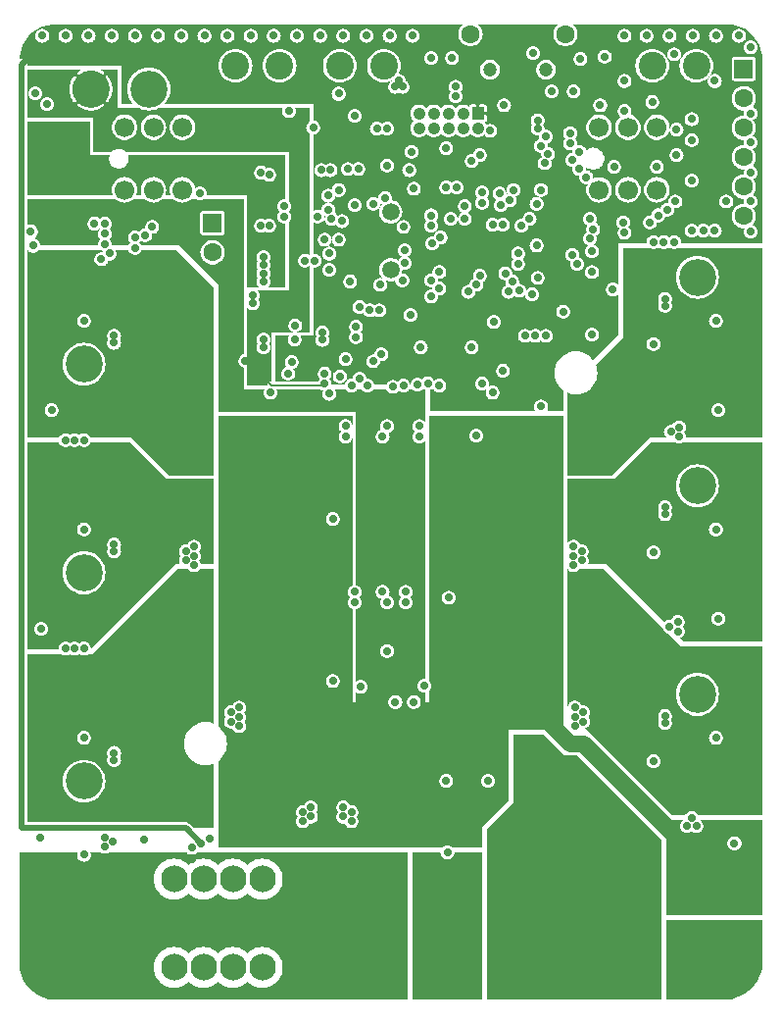
<source format=gbr>
G04 start of page 5 for group 3 idx 3 *
G04 Title: (unknown), power *
G04 Creator: pcb 20140316 *
G04 CreationDate: Mon 04 Feb 2019 13:49:24 GMT UTC *
G04 For: kier *
G04 Format: Gerber/RS-274X *
G04 PCB-Dimensions (mil): 3346.46 4133.86 *
G04 PCB-Coordinate-Origin: lower left *
%MOIN*%
%FSLAX25Y25*%
%LNGROUP3*%
%ADD115C,0.0354*%
%ADD114C,0.0571*%
%ADD113C,0.0394*%
%ADD112C,0.0315*%
%ADD111C,0.0256*%
%ADD110C,0.0118*%
%ADD109C,0.0276*%
%ADD108C,0.0669*%
%ADD107C,0.0906*%
%ADD106C,0.0591*%
%ADD105C,0.0945*%
%ADD104C,0.0472*%
%ADD103C,0.0630*%
%ADD102C,0.0413*%
%ADD101C,0.1260*%
%ADD100C,0.0079*%
%ADD99C,0.0551*%
%ADD98C,0.0197*%
%ADD97C,0.0001*%
G54D97*G36*
X174803Y40945D02*Y90945D01*
X184245D01*
X184274Y90574D01*
X184361Y90213D01*
X184503Y89869D01*
X184697Y89552D01*
X184939Y89269D01*
X185221Y89028D01*
X185538Y88834D01*
X185882Y88691D01*
X186244Y88605D01*
X186614Y88575D01*
X186985Y88605D01*
X187346Y88691D01*
X187690Y88834D01*
X188007Y89028D01*
X188290Y89269D01*
X188531Y89552D01*
X188725Y89869D01*
X188868Y90213D01*
X188954Y90574D01*
X188976Y90945D01*
X198425D01*
Y40945D01*
X174803D01*
G37*
G36*
X261024D02*Y68110D01*
X293701D01*
Y51181D01*
X292126Y47244D01*
X290551Y44882D01*
X287795Y42913D01*
X283465Y40945D01*
X261024D01*
G37*
G36*
X200000D02*Y94488D01*
X259449D01*
Y40945D01*
X200000D01*
G37*
G36*
X209055Y107874D02*Y131102D01*
X219291D01*
X226378Y124016D01*
X230709D01*
X259449Y95276D01*
Y92520D01*
X200000D01*
Y98819D01*
X209055Y107874D01*
G37*
G36*
X293701Y69685D02*X284248D01*
Y91725D01*
X284252Y91725D01*
X284623Y91754D01*
X284984Y91841D01*
X285328Y91983D01*
X285645Y92178D01*
X285927Y92419D01*
X286169Y92702D01*
X286363Y93019D01*
X286505Y93362D01*
X286592Y93724D01*
X286614Y94094D01*
X286592Y94465D01*
X286505Y94827D01*
X286363Y95170D01*
X286169Y95487D01*
X285927Y95770D01*
X285645Y96011D01*
X285328Y96206D01*
X284984Y96348D01*
X284623Y96435D01*
X284252Y96464D01*
X284248Y96464D01*
Y101969D01*
X293701D01*
Y69685D01*
G37*
G36*
X284248D02*X261024D01*
Y101969D01*
X266802D01*
X266717Y101917D01*
X266435Y101675D01*
X266193Y101393D01*
X265999Y101076D01*
X265857Y100732D01*
X265770Y100371D01*
X265741Y100000D01*
X265770Y99629D01*
X265857Y99268D01*
X265999Y98924D01*
X266193Y98607D01*
X266435Y98325D01*
X266717Y98083D01*
X267035Y97889D01*
X267378Y97746D01*
X267740Y97660D01*
X268110Y97631D01*
X268481Y97660D01*
X268842Y97746D01*
X269186Y97889D01*
X269503Y98083D01*
X269685Y98239D01*
X269867Y98083D01*
X270184Y97889D01*
X270528Y97746D01*
X270889Y97660D01*
X271260Y97631D01*
X271631Y97660D01*
X271992Y97746D01*
X272336Y97889D01*
X272653Y98083D01*
X272935Y98325D01*
X273177Y98607D01*
X273371Y98924D01*
X273513Y99268D01*
X273600Y99629D01*
X273622Y100000D01*
X273600Y100371D01*
X273513Y100732D01*
X273371Y101076D01*
X273177Y101393D01*
X272935Y101675D01*
X272653Y101917D01*
X272568Y101969D01*
X284248D01*
Y96464D01*
X283881Y96435D01*
X283520Y96348D01*
X283176Y96206D01*
X282859Y96011D01*
X282576Y95770D01*
X282335Y95487D01*
X282141Y95170D01*
X281998Y94827D01*
X281912Y94465D01*
X281882Y94094D01*
X281912Y93724D01*
X281998Y93362D01*
X282141Y93019D01*
X282335Y92702D01*
X282576Y92419D01*
X282859Y92178D01*
X283176Y91983D01*
X283520Y91841D01*
X283881Y91754D01*
X284248Y91725D01*
Y69685D01*
G37*
G36*
X108651Y90945D02*X173228D01*
Y40945D01*
X108651D01*
Y47128D01*
X108661Y47141D01*
X108759Y47027D01*
X109586Y46320D01*
X110514Y45752D01*
X111519Y45335D01*
X112577Y45081D01*
X113661Y44996D01*
X114746Y45081D01*
X115804Y45335D01*
X116809Y45752D01*
X117737Y46320D01*
X118564Y47027D01*
X118661Y47141D01*
X118759Y47027D01*
X119586Y46320D01*
X120514Y45752D01*
X121519Y45335D01*
X122577Y45081D01*
X123661Y44996D01*
X124746Y45081D01*
X125804Y45335D01*
X126809Y45752D01*
X127737Y46320D01*
X128564Y47027D01*
X129270Y47854D01*
X129839Y48782D01*
X130255Y49787D01*
X130509Y50845D01*
X130573Y51929D01*
X130509Y53014D01*
X130255Y54072D01*
X129839Y55077D01*
X129270Y56004D01*
X128564Y56832D01*
X127737Y57538D01*
X126809Y58107D01*
X125804Y58523D01*
X124746Y58777D01*
X123661Y58862D01*
X122577Y58777D01*
X121519Y58523D01*
X120514Y58107D01*
X119586Y57538D01*
X118759Y56832D01*
X118661Y56717D01*
X118564Y56832D01*
X117737Y57538D01*
X116809Y58107D01*
X115804Y58523D01*
X114746Y58777D01*
X113661Y58862D01*
X112577Y58777D01*
X111519Y58523D01*
X110514Y58107D01*
X109586Y57538D01*
X108759Y56832D01*
X108661Y56717D01*
X108651Y56730D01*
Y77128D01*
X108661Y77141D01*
X108759Y77027D01*
X109586Y76320D01*
X110514Y75752D01*
X111519Y75335D01*
X112577Y75081D01*
X113661Y74996D01*
X114746Y75081D01*
X115804Y75335D01*
X116809Y75752D01*
X117737Y76320D01*
X118564Y77027D01*
X118661Y77141D01*
X118759Y77027D01*
X119586Y76320D01*
X120514Y75752D01*
X121519Y75335D01*
X122577Y75081D01*
X123661Y74996D01*
X124746Y75081D01*
X125804Y75335D01*
X126809Y75752D01*
X127737Y76320D01*
X128564Y77027D01*
X129270Y77854D01*
X129839Y78782D01*
X130255Y79787D01*
X130509Y80845D01*
X130573Y81929D01*
X130509Y83014D01*
X130255Y84072D01*
X129839Y85077D01*
X129270Y86004D01*
X128564Y86832D01*
X127737Y87538D01*
X126809Y88107D01*
X125804Y88523D01*
X124746Y88777D01*
X123661Y88862D01*
X122577Y88777D01*
X121519Y88523D01*
X120514Y88107D01*
X119586Y87538D01*
X118759Y86832D01*
X118661Y86717D01*
X118564Y86832D01*
X117737Y87538D01*
X116809Y88107D01*
X115804Y88523D01*
X114746Y88777D01*
X113661Y88862D01*
X112577Y88777D01*
X111519Y88523D01*
X110514Y88107D01*
X109586Y87538D01*
X108759Y86832D01*
X108661Y86717D01*
X108651Y86730D01*
Y90945D01*
G37*
G36*
X40945D02*X60761D01*
X60739Y90890D01*
X60652Y90528D01*
X60623Y90157D01*
X60652Y89787D01*
X60739Y89425D01*
X60881Y89082D01*
X61075Y88765D01*
X61317Y88482D01*
X61599Y88241D01*
X61916Y88046D01*
X62260Y87904D01*
X62621Y87817D01*
X62992Y87788D01*
X63363Y87817D01*
X63724Y87904D01*
X64068Y88046D01*
X64385Y88241D01*
X64668Y88482D01*
X64909Y88765D01*
X65103Y89082D01*
X65246Y89425D01*
X65332Y89787D01*
X65354Y90157D01*
X65332Y90528D01*
X65246Y90890D01*
X65223Y90945D01*
X68770D01*
X69003Y90802D01*
X69347Y90660D01*
X69708Y90573D01*
X70079Y90544D01*
X70449Y90573D01*
X70811Y90660D01*
X71154Y90802D01*
X71387Y90945D01*
X97845D01*
X97931Y90844D01*
X98214Y90603D01*
X98531Y90408D01*
X98874Y90266D01*
X99236Y90179D01*
X99606Y90150D01*
X99977Y90179D01*
X100339Y90266D01*
X100682Y90408D01*
X100999Y90603D01*
X101282Y90844D01*
X101368Y90945D01*
X108651D01*
Y86730D01*
X108564Y86832D01*
X107737Y87538D01*
X106809Y88107D01*
X105804Y88523D01*
X104746Y88777D01*
X103661Y88862D01*
X102577Y88777D01*
X101519Y88523D01*
X100514Y88107D01*
X99586Y87538D01*
X98759Y86832D01*
X98661Y86717D01*
X98564Y86832D01*
X97737Y87538D01*
X96809Y88107D01*
X95804Y88523D01*
X94746Y88777D01*
X93661Y88862D01*
X92577Y88777D01*
X91519Y88523D01*
X90514Y88107D01*
X89586Y87538D01*
X88759Y86832D01*
X88052Y86004D01*
X87484Y85077D01*
X87068Y84072D01*
X86814Y83014D01*
X86728Y81929D01*
X86814Y80845D01*
X87068Y79787D01*
X87484Y78782D01*
X88052Y77854D01*
X88759Y77027D01*
X89586Y76320D01*
X90514Y75752D01*
X91519Y75335D01*
X92577Y75081D01*
X93661Y74996D01*
X94746Y75081D01*
X95804Y75335D01*
X96809Y75752D01*
X97737Y76320D01*
X98564Y77027D01*
X98661Y77141D01*
X98759Y77027D01*
X99586Y76320D01*
X100514Y75752D01*
X101519Y75335D01*
X102577Y75081D01*
X103661Y74996D01*
X104746Y75081D01*
X105804Y75335D01*
X106809Y75752D01*
X107737Y76320D01*
X108564Y77027D01*
X108651Y77128D01*
Y56730D01*
X108564Y56832D01*
X107737Y57538D01*
X106809Y58107D01*
X105804Y58523D01*
X104746Y58777D01*
X103661Y58862D01*
X102577Y58777D01*
X101519Y58523D01*
X100514Y58107D01*
X99586Y57538D01*
X98759Y56832D01*
X98661Y56717D01*
X98564Y56832D01*
X97737Y57538D01*
X96809Y58107D01*
X95804Y58523D01*
X94746Y58777D01*
X93661Y58862D01*
X92577Y58777D01*
X91519Y58523D01*
X90514Y58107D01*
X89586Y57538D01*
X88759Y56832D01*
X88052Y56004D01*
X87484Y55077D01*
X87068Y54072D01*
X86814Y53014D01*
X86728Y51929D01*
X86814Y50845D01*
X87068Y49787D01*
X87484Y48782D01*
X88052Y47854D01*
X88759Y47027D01*
X89586Y46320D01*
X90514Y45752D01*
X91519Y45335D01*
X92577Y45081D01*
X93661Y44996D01*
X94746Y45081D01*
X95804Y45335D01*
X96809Y45752D01*
X97737Y46320D01*
X98564Y47027D01*
X98661Y47141D01*
X98759Y47027D01*
X99586Y46320D01*
X100514Y45752D01*
X101519Y45335D01*
X102577Y45081D01*
X103661Y44996D01*
X104746Y45081D01*
X105804Y45335D01*
X106809Y45752D01*
X107737Y46320D01*
X108564Y47027D01*
X108651Y47128D01*
Y40945D01*
X50787D01*
X47244Y42520D01*
X44094Y44882D01*
X42520Y47244D01*
X40945Y51181D01*
Y90945D01*
G37*
G36*
X225984Y132677D02*X207480D01*
Y108661D01*
X200390Y101571D01*
Y112985D01*
X200394Y112985D01*
X200764Y113014D01*
X201126Y113101D01*
X201469Y113243D01*
X201786Y113437D01*
X202069Y113679D01*
X202311Y113962D01*
X202505Y114279D01*
X202647Y114622D01*
X202734Y114984D01*
X202756Y115354D01*
X202734Y115725D01*
X202647Y116087D01*
X202505Y116430D01*
X202311Y116747D01*
X202069Y117030D01*
X201786Y117271D01*
X201469Y117466D01*
X201126Y117608D01*
X200764Y117695D01*
X200394Y117724D01*
X200390Y117724D01*
Y239370D01*
X225984D01*
Y132677D01*
G37*
G36*
X200390Y101571D02*X198425Y99606D01*
Y92520D01*
X196453D01*
Y230308D01*
X196457Y230308D01*
X196827Y230337D01*
X197189Y230424D01*
X197532Y230566D01*
X197849Y230760D01*
X198132Y231002D01*
X198374Y231284D01*
X198568Y231601D01*
X198710Y231945D01*
X198797Y232306D01*
X198819Y232677D01*
X198797Y233048D01*
X198710Y233409D01*
X198568Y233753D01*
X198374Y234070D01*
X198132Y234353D01*
X197849Y234594D01*
X197532Y234788D01*
X197189Y234931D01*
X196827Y235017D01*
X196457Y235047D01*
X196453Y235046D01*
Y239370D01*
X200390D01*
Y117724D01*
X200023Y117695D01*
X199661Y117608D01*
X199318Y117466D01*
X199001Y117271D01*
X198718Y117030D01*
X198477Y116747D01*
X198282Y116430D01*
X198140Y116087D01*
X198053Y115725D01*
X198024Y115354D01*
X198053Y114984D01*
X198140Y114622D01*
X198282Y114279D01*
X198477Y113962D01*
X198718Y113679D01*
X199001Y113437D01*
X199318Y113243D01*
X199661Y113101D01*
X200023Y113014D01*
X200390Y112985D01*
Y101571D01*
G37*
G36*
X196453Y92520D02*X188376D01*
X188290Y92620D01*
X188007Y92862D01*
X187690Y93056D01*
X187346Y93198D01*
X186985Y93285D01*
X186614Y93314D01*
X186244Y93285D01*
X186217Y93279D01*
Y112985D01*
X186220Y112985D01*
X186591Y113014D01*
X186953Y113101D01*
X187296Y113243D01*
X187613Y113437D01*
X187896Y113679D01*
X188137Y113962D01*
X188332Y114279D01*
X188474Y114622D01*
X188561Y114984D01*
X188583Y115354D01*
X188561Y115725D01*
X188474Y116087D01*
X188332Y116430D01*
X188137Y116747D01*
X187896Y117030D01*
X187613Y117271D01*
X187296Y117466D01*
X186953Y117608D01*
X186591Y117695D01*
X186220Y117724D01*
X186217Y117724D01*
Y175330D01*
X186276Y175306D01*
X186637Y175219D01*
X187008Y175190D01*
X187379Y175219D01*
X187740Y175306D01*
X188084Y175448D01*
X188401Y175642D01*
X188683Y175884D01*
X188925Y176166D01*
X189119Y176483D01*
X189261Y176827D01*
X189348Y177188D01*
X189370Y177559D01*
X189348Y177930D01*
X189261Y178291D01*
X189119Y178635D01*
X188925Y178952D01*
X188683Y179235D01*
X188401Y179476D01*
X188084Y179670D01*
X187740Y179813D01*
X187379Y179899D01*
X187008Y179929D01*
X186637Y179899D01*
X186276Y179813D01*
X186217Y179788D01*
Y239370D01*
X196453D01*
Y235046D01*
X196086Y235017D01*
X195724Y234931D01*
X195381Y234788D01*
X195064Y234594D01*
X194781Y234353D01*
X194540Y234070D01*
X194345Y233753D01*
X194203Y233409D01*
X194116Y233048D01*
X194087Y232677D01*
X194116Y232306D01*
X194203Y231945D01*
X194345Y231601D01*
X194540Y231284D01*
X194781Y231002D01*
X195064Y230760D01*
X195381Y230566D01*
X195724Y230424D01*
X196086Y230337D01*
X196453Y230308D01*
Y92520D01*
G37*
G36*
X152555Y239370D02*X154331D01*
Y235827D01*
X154309Y236197D01*
X154222Y236559D01*
X154080Y236902D01*
X153885Y237220D01*
X153644Y237502D01*
X153361Y237744D01*
X153044Y237938D01*
X152701Y238080D01*
X152555Y238115D01*
Y239370D01*
G37*
G36*
X186217Y93279D02*X185882Y93198D01*
X185538Y93056D01*
X185221Y92862D01*
X184939Y92620D01*
X184853Y92520D01*
X152555D01*
Y99651D01*
X152861Y99464D01*
X153205Y99321D01*
X153566Y99234D01*
X153937Y99205D01*
X154308Y99234D01*
X154669Y99321D01*
X155013Y99464D01*
X155330Y99658D01*
X155612Y99899D01*
X155854Y100182D01*
X156048Y100499D01*
X156191Y100843D01*
X156277Y101204D01*
X156299Y101575D01*
X156277Y101945D01*
X156191Y102307D01*
X156048Y102651D01*
X155854Y102968D01*
X155698Y103150D01*
X155854Y103332D01*
X156048Y103649D01*
X156191Y103992D01*
X156277Y104354D01*
X156299Y104724D01*
X156277Y105095D01*
X156191Y105457D01*
X156048Y105800D01*
X155854Y106117D01*
X155612Y106400D01*
X155330Y106641D01*
X155013Y106836D01*
X154669Y106978D01*
X154308Y107065D01*
X153937Y107094D01*
X153566Y107065D01*
X153434Y107033D01*
X153292Y107375D01*
X153098Y107692D01*
X152857Y107975D01*
X152574Y108216D01*
X152555Y108227D01*
Y229995D01*
X152701Y230030D01*
X153044Y230172D01*
X153361Y230367D01*
X153644Y230608D01*
X153885Y230891D01*
X154080Y231208D01*
X154222Y231551D01*
X154309Y231913D01*
X154331Y232283D01*
Y181758D01*
X154042Y181639D01*
X153725Y181445D01*
X153443Y181203D01*
X153201Y180920D01*
X153007Y180603D01*
X152865Y180260D01*
X152778Y179898D01*
X152749Y179528D01*
X152778Y179157D01*
X152865Y178795D01*
X153007Y178452D01*
X153201Y178135D01*
X153443Y177852D01*
X153555Y177756D01*
X153443Y177660D01*
X153201Y177377D01*
X153007Y177060D01*
X152865Y176716D01*
X152778Y176355D01*
X152749Y175984D01*
X152778Y175614D01*
X152865Y175252D01*
X153007Y174909D01*
X153201Y174592D01*
X153443Y174309D01*
X153725Y174067D01*
X154042Y173873D01*
X154331Y173754D01*
Y142126D01*
X166528D01*
X166557Y141755D01*
X166644Y141394D01*
X166786Y141050D01*
X166981Y140733D01*
X167222Y140450D01*
X167505Y140209D01*
X167822Y140015D01*
X168165Y139872D01*
X168527Y139786D01*
X168898Y139756D01*
X169268Y139786D01*
X169630Y139872D01*
X169973Y140015D01*
X170290Y140209D01*
X170573Y140450D01*
X170815Y140733D01*
X171009Y141050D01*
X171151Y141394D01*
X171238Y141755D01*
X171260Y142126D01*
X172827D01*
X172857Y141755D01*
X172943Y141394D01*
X173086Y141050D01*
X173280Y140733D01*
X173521Y140450D01*
X173804Y140209D01*
X174121Y140015D01*
X174465Y139872D01*
X174826Y139786D01*
X175197Y139756D01*
X175568Y139786D01*
X175929Y139872D01*
X176273Y140015D01*
X176590Y140209D01*
X176872Y140450D01*
X177114Y140733D01*
X177308Y141050D01*
X177450Y141394D01*
X177537Y141755D01*
X177559Y142126D01*
X180315D01*
Y145876D01*
X180416Y145962D01*
X180657Y146245D01*
X180851Y146562D01*
X180994Y146906D01*
X181080Y147267D01*
X181102Y147638D01*
X181080Y148008D01*
X180994Y148370D01*
X180851Y148714D01*
X180657Y149031D01*
X180416Y149313D01*
X180315Y149399D01*
Y239370D01*
X186217D01*
Y179788D01*
X185932Y179670D01*
X185615Y179476D01*
X185332Y179235D01*
X185091Y178952D01*
X184897Y178635D01*
X184754Y178291D01*
X184668Y177930D01*
X184638Y177559D01*
X184668Y177188D01*
X184754Y176827D01*
X184897Y176483D01*
X185091Y176166D01*
X185332Y175884D01*
X185615Y175642D01*
X185932Y175448D01*
X186217Y175330D01*
Y117724D01*
X185850Y117695D01*
X185488Y117608D01*
X185145Y117466D01*
X184828Y117271D01*
X184545Y117030D01*
X184304Y116747D01*
X184109Y116430D01*
X183967Y116087D01*
X183880Y115725D01*
X183851Y115354D01*
X183880Y114984D01*
X183967Y114622D01*
X184109Y114279D01*
X184304Y113962D01*
X184545Y113679D01*
X184828Y113437D01*
X185145Y113243D01*
X185488Y113101D01*
X185850Y113014D01*
X186217Y112985D01*
Y93279D01*
G37*
G36*
X152555Y92520D02*X147634D01*
Y146843D01*
X147638Y146843D01*
X148008Y146872D01*
X148370Y146959D01*
X148714Y147101D01*
X149031Y147296D01*
X149313Y147537D01*
X149555Y147820D01*
X149749Y148137D01*
X149891Y148480D01*
X149978Y148842D01*
X150000Y149213D01*
X149978Y149583D01*
X149891Y149945D01*
X149749Y150288D01*
X149555Y150605D01*
X149313Y150888D01*
X149031Y151130D01*
X148714Y151324D01*
X148370Y151466D01*
X148008Y151553D01*
X147638Y151582D01*
X147634Y151582D01*
Y201962D01*
X147638Y201961D01*
X148008Y201990D01*
X148370Y202077D01*
X148714Y202219D01*
X149031Y202414D01*
X149313Y202655D01*
X149555Y202938D01*
X149749Y203255D01*
X149891Y203598D01*
X149978Y203960D01*
X150000Y204331D01*
X149978Y204701D01*
X149891Y205063D01*
X149749Y205406D01*
X149555Y205723D01*
X149313Y206006D01*
X149031Y206248D01*
X148714Y206442D01*
X148370Y206584D01*
X148008Y206671D01*
X147638Y206700D01*
X147634Y206700D01*
Y239370D01*
X152555D01*
Y238115D01*
X152339Y238167D01*
X151969Y238196D01*
X151598Y238167D01*
X151236Y238080D01*
X150893Y237938D01*
X150576Y237744D01*
X150293Y237502D01*
X150052Y237220D01*
X149857Y236902D01*
X149715Y236559D01*
X149628Y236197D01*
X149599Y235827D01*
X149628Y235456D01*
X149715Y235095D01*
X149857Y234751D01*
X150052Y234434D01*
X150293Y234151D01*
X150406Y234055D01*
X150293Y233959D01*
X150052Y233676D01*
X149857Y233359D01*
X149715Y233016D01*
X149628Y232654D01*
X149599Y232283D01*
X149628Y231913D01*
X149715Y231551D01*
X149857Y231208D01*
X150052Y230891D01*
X150293Y230608D01*
X150576Y230367D01*
X150893Y230172D01*
X151236Y230030D01*
X151598Y229943D01*
X151969Y229914D01*
X152339Y229943D01*
X152555Y229995D01*
Y108227D01*
X152257Y108410D01*
X151913Y108553D01*
X151552Y108640D01*
X151181Y108669D01*
X150810Y108640D01*
X150449Y108553D01*
X150105Y108410D01*
X149788Y108216D01*
X149506Y107975D01*
X149264Y107692D01*
X149070Y107375D01*
X148928Y107031D01*
X148841Y106670D01*
X148812Y106299D01*
X148841Y105929D01*
X148928Y105567D01*
X149070Y105223D01*
X149264Y104906D01*
X149420Y104724D01*
X149264Y104542D01*
X149070Y104225D01*
X148928Y103882D01*
X148841Y103520D01*
X148812Y103150D01*
X148841Y102779D01*
X148928Y102417D01*
X149070Y102074D01*
X149264Y101757D01*
X149506Y101474D01*
X149788Y101233D01*
X150105Y101038D01*
X150449Y100896D01*
X150810Y100809D01*
X151181Y100780D01*
X151552Y100809D01*
X151684Y100841D01*
X151826Y100499D01*
X152020Y100182D01*
X152262Y99899D01*
X152544Y99658D01*
X152555Y99651D01*
Y92520D01*
G37*
G36*
X147634D02*X138776D01*
Y99647D01*
X138794Y99658D01*
X139077Y99899D01*
X139319Y100182D01*
X139513Y100499D01*
X139654Y100841D01*
X139787Y100809D01*
X140157Y100780D01*
X140528Y100809D01*
X140890Y100896D01*
X141233Y101038D01*
X141550Y101233D01*
X141833Y101474D01*
X142074Y101757D01*
X142269Y102074D01*
X142411Y102417D01*
X142498Y102779D01*
X142520Y103150D01*
X142498Y103520D01*
X142411Y103882D01*
X142269Y104225D01*
X142074Y104542D01*
X141919Y104724D01*
X142074Y104906D01*
X142269Y105223D01*
X142411Y105567D01*
X142498Y105929D01*
X142520Y106299D01*
X142498Y106670D01*
X142411Y107031D01*
X142269Y107375D01*
X142074Y107692D01*
X141833Y107975D01*
X141550Y108216D01*
X141233Y108410D01*
X140890Y108553D01*
X140528Y108640D01*
X140157Y108669D01*
X139787Y108640D01*
X139425Y108553D01*
X139082Y108410D01*
X138776Y108223D01*
Y239370D01*
X147634D01*
Y206700D01*
X147267Y206671D01*
X146906Y206584D01*
X146562Y206442D01*
X146245Y206248D01*
X145962Y206006D01*
X145721Y205723D01*
X145527Y205406D01*
X145384Y205063D01*
X145297Y204701D01*
X145268Y204331D01*
X145297Y203960D01*
X145384Y203598D01*
X145527Y203255D01*
X145721Y202938D01*
X145962Y202655D01*
X146245Y202414D01*
X146562Y202219D01*
X146906Y202077D01*
X147267Y201990D01*
X147634Y201962D01*
Y151582D01*
X147267Y151553D01*
X146906Y151466D01*
X146562Y151324D01*
X146245Y151130D01*
X145962Y150888D01*
X145721Y150605D01*
X145527Y150288D01*
X145384Y149945D01*
X145297Y149583D01*
X145268Y149213D01*
X145297Y148842D01*
X145384Y148480D01*
X145527Y148137D01*
X145721Y147820D01*
X145962Y147537D01*
X146245Y147296D01*
X146562Y147101D01*
X146906Y146959D01*
X147267Y146872D01*
X147634Y146843D01*
Y92520D01*
G37*
G36*
X138776D02*X114366D01*
Y131934D01*
X114672Y131747D01*
X115016Y131605D01*
X115377Y131518D01*
X115748Y131489D01*
X116119Y131518D01*
X116480Y131605D01*
X116824Y131747D01*
X117141Y131941D01*
X117424Y132183D01*
X117665Y132466D01*
X117859Y132783D01*
X118002Y133126D01*
X118088Y133488D01*
X118110Y133858D01*
X118088Y134229D01*
X118002Y134590D01*
X117859Y134934D01*
X117665Y135251D01*
X117510Y135433D01*
X117665Y135615D01*
X117859Y135932D01*
X118002Y136276D01*
X118088Y136637D01*
X118110Y137008D01*
X118088Y137379D01*
X118002Y137740D01*
X117859Y138084D01*
X117665Y138401D01*
X117510Y138583D01*
X117665Y138765D01*
X117859Y139082D01*
X118002Y139425D01*
X118088Y139787D01*
X118110Y140157D01*
X118088Y140528D01*
X118002Y140890D01*
X117859Y141233D01*
X117665Y141550D01*
X117424Y141833D01*
X117141Y142074D01*
X116824Y142269D01*
X116480Y142411D01*
X116119Y142498D01*
X115748Y142527D01*
X115377Y142498D01*
X115016Y142411D01*
X114672Y142269D01*
X114366Y142081D01*
Y239370D01*
X138776D01*
Y108223D01*
X138765Y108216D01*
X138482Y107975D01*
X138241Y107692D01*
X138046Y107375D01*
X137905Y107033D01*
X137772Y107065D01*
X137402Y107094D01*
X137031Y107065D01*
X136669Y106978D01*
X136326Y106836D01*
X136009Y106641D01*
X135726Y106400D01*
X135485Y106117D01*
X135290Y105800D01*
X135148Y105457D01*
X135061Y105095D01*
X135032Y104724D01*
X135061Y104354D01*
X135148Y103992D01*
X135290Y103649D01*
X135485Y103332D01*
X135640Y103150D01*
X135485Y102968D01*
X135290Y102651D01*
X135148Y102307D01*
X135061Y101945D01*
X135032Y101575D01*
X135061Y101204D01*
X135148Y100843D01*
X135290Y100499D01*
X135485Y100182D01*
X135726Y99899D01*
X136009Y99658D01*
X136326Y99464D01*
X136669Y99321D01*
X137031Y99234D01*
X137402Y99205D01*
X137772Y99234D01*
X138134Y99321D01*
X138477Y99464D01*
X138776Y99647D01*
Y92520D01*
G37*
G36*
X114366D02*X108661D01*
Y122073D01*
X109497Y122787D01*
X110241Y123658D01*
X110840Y124636D01*
X111279Y125695D01*
X111547Y126810D01*
X111614Y127953D01*
X111547Y129096D01*
X111279Y130210D01*
X110840Y131270D01*
X110241Y132247D01*
X109497Y133119D01*
X108661Y133832D01*
Y239370D01*
X114366D01*
Y142081D01*
X114355Y142074D01*
X114073Y141833D01*
X113831Y141550D01*
X113637Y141233D01*
X113495Y140891D01*
X113363Y140923D01*
X112992Y140952D01*
X112621Y140923D01*
X112260Y140836D01*
X111916Y140694D01*
X111599Y140500D01*
X111317Y140258D01*
X111075Y139975D01*
X110881Y139658D01*
X110739Y139315D01*
X110652Y138953D01*
X110623Y138583D01*
X110652Y138212D01*
X110739Y137850D01*
X110881Y137507D01*
X111075Y137190D01*
X111231Y137008D01*
X111075Y136826D01*
X110881Y136509D01*
X110739Y136165D01*
X110652Y135804D01*
X110623Y135433D01*
X110652Y135062D01*
X110739Y134701D01*
X110881Y134357D01*
X111075Y134040D01*
X111317Y133758D01*
X111599Y133516D01*
X111916Y133322D01*
X112260Y133180D01*
X112621Y133093D01*
X112992Y133064D01*
X113363Y133093D01*
X113495Y133125D01*
X113637Y132783D01*
X113831Y132466D01*
X114073Y132183D01*
X114355Y131941D01*
X114366Y131934D01*
Y92520D01*
G37*
G36*
X107087Y187402D02*Y134695D01*
X106588Y134901D01*
X105474Y135169D01*
X104331Y135259D01*
X103188Y135169D01*
X102073Y134901D01*
X101014Y134462D01*
X100036Y133863D01*
X99165Y133119D01*
X98420Y132247D01*
X97821Y131270D01*
X97382Y130210D01*
X97115Y129096D01*
X97025Y127953D01*
X97115Y126810D01*
X97382Y125695D01*
X97821Y124636D01*
X98420Y123658D01*
X99165Y122787D01*
X100036Y122042D01*
X101014Y121443D01*
X102073Y121004D01*
X103188Y120737D01*
X104331Y120647D01*
X105474Y120737D01*
X106588Y121004D01*
X107087Y121211D01*
Y99213D01*
X100422D01*
X99084Y100550D01*
X99034Y100609D01*
X98799Y100810D01*
X98798Y100810D01*
X98534Y100972D01*
X98248Y101091D01*
X97947Y101163D01*
X97638Y101187D01*
X97561Y101181D01*
X73225D01*
Y120072D01*
X73228Y120071D01*
X73599Y120101D01*
X73961Y120187D01*
X74304Y120330D01*
X74621Y120524D01*
X74904Y120765D01*
X75145Y121048D01*
X75340Y121365D01*
X75482Y121709D01*
X75569Y122070D01*
X75591Y122441D01*
X75569Y122812D01*
X75482Y123173D01*
X75340Y123517D01*
X75275Y123622D01*
X75340Y123727D01*
X75482Y124071D01*
X75569Y124432D01*
X75591Y124803D01*
X75569Y125174D01*
X75482Y125535D01*
X75340Y125879D01*
X75145Y126196D01*
X74904Y126479D01*
X74621Y126720D01*
X74304Y126914D01*
X73961Y127057D01*
X73599Y127143D01*
X73228Y127173D01*
X73225Y127172D01*
Y165744D01*
X94882Y187402D01*
X98347D01*
X98477Y187190D01*
X98718Y186907D01*
X99001Y186666D01*
X99318Y186471D01*
X99661Y186329D01*
X100023Y186242D01*
X100394Y186213D01*
X100764Y186242D01*
X101126Y186329D01*
X101469Y186471D01*
X101786Y186666D01*
X102069Y186907D01*
X102311Y187190D01*
X102440Y187402D01*
X107087D01*
G37*
G36*
X73225Y101181D02*X62988D01*
Y107852D01*
X62992Y107852D01*
X64135Y107942D01*
X65250Y108209D01*
X66309Y108648D01*
X67286Y109247D01*
X68158Y109991D01*
X68903Y110863D01*
X69502Y111841D01*
X69940Y112900D01*
X70208Y114015D01*
X70276Y115157D01*
X70208Y116300D01*
X69940Y117415D01*
X69502Y118474D01*
X68903Y119452D01*
X68158Y120324D01*
X67286Y121068D01*
X66309Y121667D01*
X65250Y122106D01*
X64135Y122373D01*
X62992Y122463D01*
X62988Y122463D01*
Y127552D01*
X62992Y127552D01*
X63363Y127581D01*
X63724Y127668D01*
X64068Y127810D01*
X64385Y128004D01*
X64668Y128246D01*
X64909Y128529D01*
X65103Y128846D01*
X65246Y129189D01*
X65332Y129551D01*
X65354Y129921D01*
X65332Y130292D01*
X65246Y130653D01*
X65103Y130997D01*
X64909Y131314D01*
X64668Y131597D01*
X64385Y131838D01*
X64068Y132032D01*
X63724Y132175D01*
X63363Y132262D01*
X62992Y132291D01*
X62988Y132290D01*
Y157867D01*
X62992Y157867D01*
X63363Y157896D01*
X63724Y157983D01*
X64068Y158125D01*
X64301Y158268D01*
X65748D01*
X73225Y165744D01*
Y127172D01*
X72858Y127143D01*
X72496Y127057D01*
X72153Y126914D01*
X71836Y126720D01*
X71553Y126479D01*
X71311Y126196D01*
X71117Y125879D01*
X70975Y125535D01*
X70888Y125174D01*
X70859Y124803D01*
X70888Y124432D01*
X70975Y124071D01*
X71117Y123727D01*
X71182Y123622D01*
X71117Y123517D01*
X70975Y123173D01*
X70888Y122812D01*
X70859Y122441D01*
X70888Y122070D01*
X70975Y121709D01*
X71117Y121365D01*
X71311Y121048D01*
X71553Y120765D01*
X71836Y120524D01*
X72153Y120330D01*
X72496Y120187D01*
X72858Y120101D01*
X73225Y120072D01*
Y101181D01*
G37*
G36*
X62988D02*X43701D01*
Y158268D01*
X55384D01*
X55617Y158125D01*
X55961Y157983D01*
X56322Y157896D01*
X56693Y157867D01*
X57064Y157896D01*
X57425Y157983D01*
X57769Y158125D01*
X58002Y158268D01*
X58534D01*
X58767Y158125D01*
X59110Y157983D01*
X59472Y157896D01*
X59843Y157867D01*
X60213Y157896D01*
X60575Y157983D01*
X60918Y158125D01*
X61151Y158268D01*
X61683D01*
X61916Y158125D01*
X62260Y157983D01*
X62621Y157896D01*
X62988Y157867D01*
Y132290D01*
X62621Y132262D01*
X62260Y132175D01*
X61916Y132032D01*
X61599Y131838D01*
X61317Y131597D01*
X61075Y131314D01*
X60881Y130997D01*
X60739Y130653D01*
X60652Y130292D01*
X60623Y129921D01*
X60652Y129551D01*
X60739Y129189D01*
X60881Y128846D01*
X61075Y128529D01*
X61317Y128246D01*
X61599Y128004D01*
X61916Y127810D01*
X62260Y127668D01*
X62621Y127581D01*
X62988Y127552D01*
Y122463D01*
X61849Y122373D01*
X60734Y122106D01*
X59675Y121667D01*
X58698Y121068D01*
X57826Y120324D01*
X57082Y119452D01*
X56482Y118474D01*
X56044Y117415D01*
X55776Y116300D01*
X55686Y115157D01*
X55776Y114015D01*
X56044Y112900D01*
X56482Y111841D01*
X57082Y110863D01*
X57826Y109991D01*
X58698Y109247D01*
X59675Y108648D01*
X60734Y108209D01*
X61849Y107942D01*
X62988Y107852D01*
Y101181D01*
G37*
G36*
X73225Y230315D02*X78740D01*
X91142Y217913D01*
X107087D01*
Y188976D01*
X102728D01*
X102647Y189315D01*
X102505Y189658D01*
X102311Y189975D01*
X102155Y190157D01*
X102311Y190340D01*
X102505Y190657D01*
X102647Y191000D01*
X102734Y191362D01*
X102756Y191732D01*
X102734Y192103D01*
X102647Y192464D01*
X102505Y192808D01*
X102311Y193125D01*
X102155Y193307D01*
X102311Y193489D01*
X102505Y193806D01*
X102647Y194150D01*
X102734Y194511D01*
X102756Y194882D01*
X102734Y195253D01*
X102647Y195614D01*
X102505Y195958D01*
X102311Y196275D01*
X102069Y196557D01*
X101786Y196799D01*
X101469Y196993D01*
X101126Y197135D01*
X100764Y197222D01*
X100394Y197251D01*
X100023Y197222D01*
X99661Y197135D01*
X99318Y196993D01*
X99001Y196799D01*
X98718Y196557D01*
X98477Y196275D01*
X98282Y195958D01*
X98141Y195616D01*
X98008Y195647D01*
X97638Y195677D01*
X97267Y195647D01*
X96906Y195561D01*
X96562Y195418D01*
X96245Y195224D01*
X95962Y194983D01*
X95721Y194700D01*
X95527Y194383D01*
X95384Y194039D01*
X95297Y193678D01*
X95268Y193307D01*
X95297Y192936D01*
X95384Y192575D01*
X95527Y192231D01*
X95721Y191914D01*
X95876Y191732D01*
X95721Y191550D01*
X95527Y191233D01*
X95384Y190890D01*
X95297Y190528D01*
X95268Y190157D01*
X95297Y189787D01*
X95384Y189425D01*
X95527Y189082D01*
X95591Y188976D01*
X94094D01*
X73225Y168107D01*
Y190938D01*
X73228Y190938D01*
X73599Y190967D01*
X73961Y191054D01*
X74304Y191196D01*
X74621Y191390D01*
X74904Y191632D01*
X75145Y191914D01*
X75340Y192231D01*
X75482Y192575D01*
X75569Y192936D01*
X75591Y193307D01*
X75569Y193678D01*
X75482Y194039D01*
X75340Y194383D01*
X75275Y194488D01*
X75340Y194594D01*
X75482Y194937D01*
X75569Y195299D01*
X75591Y195669D01*
X75569Y196040D01*
X75482Y196402D01*
X75340Y196745D01*
X75145Y197062D01*
X74904Y197345D01*
X74621Y197586D01*
X74304Y197781D01*
X73961Y197923D01*
X73599Y198010D01*
X73228Y198039D01*
X73225Y198038D01*
Y230315D01*
G37*
G36*
X62988Y228733D02*X62992Y228733D01*
X63363Y228762D01*
X63724Y228849D01*
X64068Y228991D01*
X64385Y229185D01*
X64668Y229427D01*
X64909Y229710D01*
X65103Y230027D01*
X65223Y230315D01*
X73225D01*
Y198038D01*
X72858Y198010D01*
X72496Y197923D01*
X72153Y197781D01*
X71836Y197586D01*
X71553Y197345D01*
X71311Y197062D01*
X71117Y196745D01*
X70975Y196402D01*
X70888Y196040D01*
X70859Y195669D01*
X70888Y195299D01*
X70975Y194937D01*
X71117Y194594D01*
X71182Y194488D01*
X71117Y194383D01*
X70975Y194039D01*
X70888Y193678D01*
X70859Y193307D01*
X70888Y192936D01*
X70975Y192575D01*
X71117Y192231D01*
X71311Y191914D01*
X71553Y191632D01*
X71836Y191390D01*
X72153Y191196D01*
X72496Y191054D01*
X72858Y190967D01*
X73225Y190938D01*
Y168107D01*
X65354Y160236D01*
X65332Y160607D01*
X65246Y160968D01*
X65103Y161312D01*
X64909Y161629D01*
X64668Y161912D01*
X64385Y162153D01*
X64068Y162347D01*
X63724Y162490D01*
X63363Y162577D01*
X62992Y162606D01*
X62988Y162605D01*
Y178718D01*
X62992Y178718D01*
X64135Y178808D01*
X65250Y179075D01*
X66309Y179514D01*
X67286Y180113D01*
X68158Y180858D01*
X68903Y181729D01*
X69502Y182707D01*
X69940Y183766D01*
X70208Y184881D01*
X70276Y186024D01*
X70208Y187167D01*
X69940Y188281D01*
X69502Y189340D01*
X68903Y190318D01*
X68158Y191190D01*
X67286Y191934D01*
X66309Y192533D01*
X65250Y192972D01*
X64135Y193240D01*
X62992Y193330D01*
X62988Y193329D01*
Y198418D01*
X62992Y198418D01*
X63363Y198447D01*
X63724Y198534D01*
X64068Y198676D01*
X64385Y198870D01*
X64668Y199112D01*
X64909Y199395D01*
X65103Y199712D01*
X65246Y200055D01*
X65332Y200417D01*
X65354Y200787D01*
X65332Y201158D01*
X65246Y201520D01*
X65103Y201863D01*
X64909Y202180D01*
X64668Y202463D01*
X64385Y202704D01*
X64068Y202899D01*
X63724Y203041D01*
X63363Y203128D01*
X62992Y203157D01*
X62988Y203157D01*
Y228733D01*
G37*
G36*
X48422Y230315D02*X54462D01*
X54582Y230027D01*
X54776Y229710D01*
X55017Y229427D01*
X55300Y229185D01*
X55617Y228991D01*
X55961Y228849D01*
X56322Y228762D01*
X56693Y228733D01*
X57064Y228762D01*
X57425Y228849D01*
X57769Y228991D01*
X58086Y229185D01*
X58268Y229341D01*
X58450Y229185D01*
X58767Y228991D01*
X59110Y228849D01*
X59472Y228762D01*
X59843Y228733D01*
X60213Y228762D01*
X60575Y228849D01*
X60918Y228991D01*
X61235Y229185D01*
X61417Y229341D01*
X61599Y229185D01*
X61916Y228991D01*
X62260Y228849D01*
X62621Y228762D01*
X62988Y228733D01*
Y203157D01*
X62621Y203128D01*
X62260Y203041D01*
X61916Y202899D01*
X61599Y202704D01*
X61317Y202463D01*
X61075Y202180D01*
X60881Y201863D01*
X60739Y201520D01*
X60652Y201158D01*
X60623Y200787D01*
X60652Y200417D01*
X60739Y200055D01*
X60881Y199712D01*
X61075Y199395D01*
X61317Y199112D01*
X61599Y198870D01*
X61916Y198676D01*
X62260Y198534D01*
X62621Y198447D01*
X62988Y198418D01*
Y193329D01*
X61849Y193240D01*
X60734Y192972D01*
X59675Y192533D01*
X58698Y191934D01*
X57826Y191190D01*
X57082Y190318D01*
X56482Y189340D01*
X56044Y188281D01*
X55776Y187167D01*
X55686Y186024D01*
X55776Y184881D01*
X56044Y183766D01*
X56482Y182707D01*
X57082Y181729D01*
X57826Y180858D01*
X58698Y180113D01*
X59675Y179514D01*
X60734Y179075D01*
X61849Y178808D01*
X62988Y178718D01*
Y162605D01*
X62621Y162577D01*
X62260Y162490D01*
X61916Y162347D01*
X61599Y162153D01*
X61417Y161998D01*
X61235Y162153D01*
X60918Y162347D01*
X60575Y162490D01*
X60213Y162577D01*
X59843Y162606D01*
X59472Y162577D01*
X59110Y162490D01*
X58767Y162347D01*
X58450Y162153D01*
X58268Y161998D01*
X58086Y162153D01*
X57769Y162347D01*
X57425Y162490D01*
X57064Y162577D01*
X56693Y162606D01*
X56322Y162577D01*
X55961Y162490D01*
X55617Y162347D01*
X55300Y162153D01*
X55017Y161912D01*
X54776Y161629D01*
X54582Y161312D01*
X54439Y160968D01*
X54353Y160607D01*
X54323Y160236D01*
X54353Y159866D01*
X54358Y159843D01*
X48422D01*
Y164560D01*
X48425Y164560D01*
X48796Y164589D01*
X49157Y164676D01*
X49501Y164818D01*
X49818Y165012D01*
X50101Y165254D01*
X50342Y165536D01*
X50536Y165853D01*
X50679Y166197D01*
X50766Y166558D01*
X50787Y166929D01*
X50766Y167300D01*
X50679Y167661D01*
X50536Y168005D01*
X50342Y168322D01*
X50101Y168605D01*
X49818Y168846D01*
X49501Y169040D01*
X49157Y169183D01*
X48796Y169269D01*
X48425Y169299D01*
X48422Y169298D01*
Y230315D01*
G37*
G36*
X43701D02*X48422D01*
Y169298D01*
X48055Y169269D01*
X47693Y169183D01*
X47349Y169040D01*
X47032Y168846D01*
X46750Y168605D01*
X46508Y168322D01*
X46314Y168005D01*
X46172Y167661D01*
X46085Y167300D01*
X46056Y166929D01*
X46085Y166558D01*
X46172Y166197D01*
X46314Y165853D01*
X46508Y165536D01*
X46750Y165254D01*
X47032Y165012D01*
X47349Y164818D01*
X47693Y164676D01*
X48055Y164589D01*
X48422Y164560D01*
Y159843D01*
X43701D01*
Y230315D01*
G37*
G36*
X172437Y243701D02*X179134D01*
Y237135D01*
X179082Y237220D01*
X178841Y237502D01*
X178558Y237744D01*
X178241Y237938D01*
X177898Y238080D01*
X177536Y238167D01*
X177165Y238196D01*
X176795Y238167D01*
X176433Y238080D01*
X176090Y237938D01*
X175773Y237744D01*
X175490Y237502D01*
X175248Y237220D01*
X175054Y236902D01*
X174912Y236559D01*
X174825Y236197D01*
X174796Y235827D01*
X174825Y235456D01*
X174912Y235095D01*
X175054Y234751D01*
X175248Y234434D01*
X175490Y234151D01*
X175602Y234055D01*
X175490Y233959D01*
X175248Y233676D01*
X175054Y233359D01*
X174912Y233016D01*
X174825Y232654D01*
X174796Y232283D01*
X174825Y231913D01*
X174912Y231551D01*
X175054Y231208D01*
X175248Y230891D01*
X175490Y230608D01*
X175773Y230367D01*
X176090Y230172D01*
X176433Y230030D01*
X176795Y229943D01*
X177165Y229914D01*
X177536Y229943D01*
X177898Y230030D01*
X178241Y230172D01*
X178558Y230367D01*
X178841Y230608D01*
X179082Y230891D01*
X179134Y230975D01*
Y149973D01*
X179111Y149978D01*
X178740Y150007D01*
X178369Y149978D01*
X178008Y149891D01*
X177664Y149749D01*
X177347Y149555D01*
X177065Y149313D01*
X176823Y149031D01*
X176629Y148714D01*
X176487Y148370D01*
X176400Y148008D01*
X176371Y147638D01*
X176400Y147267D01*
X176487Y146906D01*
X176629Y146562D01*
X176823Y146245D01*
X177065Y145962D01*
X177347Y145721D01*
X177664Y145527D01*
X178008Y145384D01*
X178369Y145297D01*
X178740Y145268D01*
X179111Y145297D01*
X179134Y145303D01*
Y140551D01*
X176958D01*
X177114Y140733D01*
X177308Y141050D01*
X177450Y141394D01*
X177537Y141755D01*
X177559Y142126D01*
X177537Y142497D01*
X177450Y142858D01*
X177308Y143202D01*
X177114Y143519D01*
X176872Y143801D01*
X176590Y144043D01*
X176273Y144237D01*
X175929Y144380D01*
X175568Y144466D01*
X175197Y144495D01*
X174826Y144466D01*
X174465Y144380D01*
X174121Y144237D01*
X173804Y144043D01*
X173521Y143801D01*
X173280Y143519D01*
X173086Y143202D01*
X172943Y142858D01*
X172857Y142497D01*
X172827Y142126D01*
X172857Y141755D01*
X172943Y141394D01*
X173086Y141050D01*
X173280Y140733D01*
X173435Y140551D01*
X172437D01*
Y173615D01*
X172441Y173615D01*
X172812Y173644D01*
X173173Y173731D01*
X173517Y173873D01*
X173834Y174067D01*
X174116Y174309D01*
X174358Y174592D01*
X174552Y174909D01*
X174694Y175252D01*
X174781Y175614D01*
X174803Y175984D01*
X174781Y176355D01*
X174694Y176716D01*
X174552Y177060D01*
X174358Y177377D01*
X174116Y177660D01*
X174004Y177756D01*
X174116Y177852D01*
X174358Y178135D01*
X174552Y178452D01*
X174694Y178795D01*
X174781Y179157D01*
X174803Y179528D01*
X174781Y179898D01*
X174694Y180260D01*
X174552Y180603D01*
X174358Y180920D01*
X174116Y181203D01*
X173834Y181445D01*
X173517Y181639D01*
X173173Y181781D01*
X172812Y181868D01*
X172441Y181897D01*
X172437Y181897D01*
Y243701D01*
G37*
G36*
X166138D02*X172437D01*
Y181897D01*
X172070Y181868D01*
X171709Y181781D01*
X171365Y181639D01*
X171048Y181445D01*
X170765Y181203D01*
X170524Y180920D01*
X170330Y180603D01*
X170187Y180260D01*
X170101Y179898D01*
X170071Y179528D01*
X170101Y179157D01*
X170187Y178795D01*
X170330Y178452D01*
X170524Y178135D01*
X170765Y177852D01*
X170878Y177756D01*
X170765Y177660D01*
X170524Y177377D01*
X170330Y177060D01*
X170187Y176716D01*
X170101Y176355D01*
X170071Y175984D01*
X170101Y175614D01*
X170187Y175252D01*
X170330Y174909D01*
X170524Y174592D01*
X170765Y174309D01*
X171048Y174067D01*
X171365Y173873D01*
X171709Y173731D01*
X172070Y173644D01*
X172437Y173615D01*
Y140551D01*
X170659D01*
X170815Y140733D01*
X171009Y141050D01*
X171151Y141394D01*
X171238Y141755D01*
X171260Y142126D01*
X171238Y142497D01*
X171151Y142858D01*
X171009Y143202D01*
X170815Y143519D01*
X170573Y143801D01*
X170290Y144043D01*
X169973Y144237D01*
X169630Y144380D01*
X169268Y144466D01*
X168898Y144495D01*
X168527Y144466D01*
X168165Y144380D01*
X167822Y144237D01*
X167505Y144043D01*
X167222Y143801D01*
X166981Y143519D01*
X166786Y143202D01*
X166644Y142858D01*
X166557Y142497D01*
X166528Y142126D01*
X166557Y141755D01*
X166644Y141394D01*
X166786Y141050D01*
X166981Y140733D01*
X167136Y140551D01*
X166138D01*
Y157080D01*
X166142Y157079D01*
X166512Y157108D01*
X166874Y157195D01*
X167217Y157338D01*
X167534Y157532D01*
X167817Y157773D01*
X168059Y158056D01*
X168253Y158373D01*
X168395Y158717D01*
X168482Y159078D01*
X168504Y159449D01*
X168482Y159819D01*
X168395Y160181D01*
X168253Y160525D01*
X168059Y160842D01*
X167817Y161124D01*
X167534Y161366D01*
X167217Y161560D01*
X166874Y161702D01*
X166512Y161789D01*
X166142Y161818D01*
X166138Y161818D01*
Y173615D01*
X166142Y173615D01*
X166512Y173644D01*
X166874Y173731D01*
X167217Y173873D01*
X167534Y174067D01*
X167817Y174309D01*
X168059Y174592D01*
X168253Y174909D01*
X168395Y175252D01*
X168482Y175614D01*
X168504Y175984D01*
X168482Y176355D01*
X168395Y176716D01*
X168253Y177060D01*
X168059Y177377D01*
X167817Y177660D01*
X167534Y177901D01*
X167217Y178095D01*
X166874Y178238D01*
X166589Y178306D01*
X166678Y178452D01*
X166820Y178795D01*
X166907Y179157D01*
X166929Y179528D01*
X166907Y179898D01*
X166820Y180260D01*
X166678Y180603D01*
X166484Y180920D01*
X166242Y181203D01*
X166138Y181292D01*
Y230519D01*
X166242Y230608D01*
X166484Y230891D01*
X166678Y231208D01*
X166820Y231551D01*
X166907Y231913D01*
X166929Y232283D01*
X166907Y232654D01*
X166820Y233016D01*
X166678Y233359D01*
X166589Y233505D01*
X166874Y233573D01*
X167217Y233716D01*
X167534Y233910D01*
X167817Y234151D01*
X168059Y234434D01*
X168253Y234751D01*
X168395Y235095D01*
X168482Y235456D01*
X168504Y235827D01*
X168482Y236197D01*
X168395Y236559D01*
X168253Y236902D01*
X168059Y237220D01*
X167817Y237502D01*
X167534Y237744D01*
X167217Y237938D01*
X166874Y238080D01*
X166512Y238167D01*
X166142Y238196D01*
X166138Y238196D01*
Y243701D01*
G37*
G36*
X155512Y140551D02*Y145483D01*
X155694Y145327D01*
X156011Y145133D01*
X156354Y144991D01*
X156716Y144904D01*
X157087Y144875D01*
X157457Y144904D01*
X157819Y144991D01*
X158162Y145133D01*
X158479Y145327D01*
X158762Y145569D01*
X159004Y145851D01*
X159198Y146168D01*
X159340Y146512D01*
X159427Y146873D01*
X159449Y147244D01*
X159427Y147615D01*
X159340Y147976D01*
X159198Y148320D01*
X159004Y148637D01*
X158762Y148920D01*
X158479Y149161D01*
X158162Y149355D01*
X157819Y149498D01*
X157457Y149584D01*
X157087Y149614D01*
X156716Y149584D01*
X156354Y149498D01*
X156011Y149355D01*
X155694Y149161D01*
X155512Y149006D01*
Y173649D01*
X155850Y173731D01*
X156194Y173873D01*
X156511Y174067D01*
X156794Y174309D01*
X157035Y174592D01*
X157229Y174909D01*
X157372Y175252D01*
X157458Y175614D01*
X157480Y175984D01*
X157458Y176355D01*
X157372Y176716D01*
X157229Y177060D01*
X157035Y177377D01*
X156794Y177660D01*
X156681Y177756D01*
X156794Y177852D01*
X157035Y178135D01*
X157229Y178452D01*
X157372Y178795D01*
X157458Y179157D01*
X157480Y179528D01*
X157458Y179898D01*
X157372Y180260D01*
X157229Y180603D01*
X157035Y180920D01*
X156794Y181203D01*
X156511Y181445D01*
X156194Y181639D01*
X155850Y181781D01*
X155512Y181862D01*
Y243701D01*
X166138D01*
Y238196D01*
X165771Y238167D01*
X165410Y238080D01*
X165066Y237938D01*
X164749Y237744D01*
X164466Y237502D01*
X164225Y237220D01*
X164030Y236902D01*
X163888Y236559D01*
X163801Y236197D01*
X163772Y235827D01*
X163801Y235456D01*
X163888Y235095D01*
X164030Y234751D01*
X164120Y234605D01*
X163835Y234537D01*
X163491Y234395D01*
X163174Y234200D01*
X162891Y233959D01*
X162650Y233676D01*
X162456Y233359D01*
X162313Y233016D01*
X162227Y232654D01*
X162197Y232283D01*
X162227Y231913D01*
X162313Y231551D01*
X162456Y231208D01*
X162650Y230891D01*
X162891Y230608D01*
X163174Y230367D01*
X163491Y230172D01*
X163835Y230030D01*
X164196Y229943D01*
X164567Y229914D01*
X164938Y229943D01*
X165299Y230030D01*
X165643Y230172D01*
X165960Y230367D01*
X166138Y230519D01*
Y181292D01*
X165960Y181445D01*
X165643Y181639D01*
X165299Y181781D01*
X164938Y181868D01*
X164567Y181897D01*
X164196Y181868D01*
X163835Y181781D01*
X163491Y181639D01*
X163174Y181445D01*
X162891Y181203D01*
X162650Y180920D01*
X162456Y180603D01*
X162313Y180260D01*
X162227Y179898D01*
X162197Y179528D01*
X162227Y179157D01*
X162313Y178795D01*
X162456Y178452D01*
X162650Y178135D01*
X162891Y177852D01*
X163174Y177611D01*
X163491Y177416D01*
X163835Y177274D01*
X164120Y177206D01*
X164030Y177060D01*
X163888Y176716D01*
X163801Y176355D01*
X163772Y175984D01*
X163801Y175614D01*
X163888Y175252D01*
X164030Y174909D01*
X164225Y174592D01*
X164466Y174309D01*
X164749Y174067D01*
X165066Y173873D01*
X165410Y173731D01*
X165771Y173644D01*
X166138Y173615D01*
Y161818D01*
X165771Y161789D01*
X165410Y161702D01*
X165066Y161560D01*
X164749Y161366D01*
X164466Y161124D01*
X164225Y160842D01*
X164030Y160525D01*
X163888Y160181D01*
X163801Y159819D01*
X163772Y159449D01*
X163801Y159078D01*
X163888Y158717D01*
X164030Y158373D01*
X164225Y158056D01*
X164466Y157773D01*
X164749Y157532D01*
X165066Y157338D01*
X165410Y157195D01*
X165771Y157108D01*
X166138Y157080D01*
Y140551D01*
X155512D01*
G37*
G36*
X277949Y161024D02*X293701D01*
Y103543D01*
X277949D01*
Y127552D01*
X277953Y127552D01*
X278323Y127581D01*
X278685Y127668D01*
X279028Y127810D01*
X279346Y128004D01*
X279628Y128246D01*
X279870Y128529D01*
X280064Y128846D01*
X280206Y129189D01*
X280293Y129551D01*
X280315Y129921D01*
X280293Y130292D01*
X280206Y130653D01*
X280064Y130997D01*
X279870Y131314D01*
X279628Y131597D01*
X279346Y131838D01*
X279028Y132032D01*
X278685Y132175D01*
X278323Y132262D01*
X277953Y132291D01*
X277949Y132290D01*
Y141019D01*
X278163Y141368D01*
X278602Y142427D01*
X278870Y143542D01*
X278937Y144685D01*
X278870Y145828D01*
X278602Y146943D01*
X278163Y148002D01*
X277949Y148351D01*
Y161024D01*
G37*
G36*
X260626Y165958D02*X260812Y165800D01*
X261129Y165605D01*
X261473Y165463D01*
X261775Y165390D01*
X266142Y161024D01*
X277949D01*
Y148351D01*
X277564Y148979D01*
X276820Y149851D01*
X275948Y150596D01*
X274970Y151195D01*
X273911Y151633D01*
X272796Y151901D01*
X271654Y151991D01*
X270511Y151901D01*
X269396Y151633D01*
X268337Y151195D01*
X267359Y150596D01*
X266487Y149851D01*
X265743Y148979D01*
X265144Y148002D01*
X264705Y146943D01*
X264438Y145828D01*
X264348Y144685D01*
X264438Y143542D01*
X264705Y142427D01*
X265144Y141368D01*
X265743Y140391D01*
X266487Y139519D01*
X267359Y138774D01*
X268337Y138175D01*
X269396Y137737D01*
X270511Y137469D01*
X271654Y137379D01*
X272796Y137469D01*
X273911Y137737D01*
X274970Y138175D01*
X275948Y138774D01*
X276820Y139519D01*
X277564Y140391D01*
X277949Y141019D01*
Y132290D01*
X277582Y132262D01*
X277221Y132175D01*
X276877Y132032D01*
X276560Y131838D01*
X276277Y131597D01*
X276036Y131314D01*
X275842Y130997D01*
X275699Y130653D01*
X275612Y130292D01*
X275583Y129921D01*
X275612Y129551D01*
X275699Y129189D01*
X275842Y128846D01*
X276036Y128529D01*
X276277Y128246D01*
X276560Y128004D01*
X276877Y127810D01*
X277221Y127668D01*
X277582Y127581D01*
X277949Y127552D01*
Y103543D01*
X271916D01*
X271796Y103832D01*
X271602Y104149D01*
X271361Y104431D01*
X271078Y104673D01*
X270761Y104867D01*
X270417Y105009D01*
X270056Y105096D01*
X269685Y105125D01*
X269314Y105096D01*
X268953Y105009D01*
X268609Y104867D01*
X268292Y104673D01*
X268010Y104431D01*
X267768Y104149D01*
X267574Y103832D01*
X267454Y103543D01*
X262992D01*
X260626Y105909D01*
Y132670D01*
X260630Y132670D01*
X261001Y132699D01*
X261362Y132786D01*
X261706Y132928D01*
X262023Y133122D01*
X262305Y133364D01*
X262547Y133647D01*
X262741Y133964D01*
X262883Y134307D01*
X262970Y134669D01*
X262992Y135039D01*
X262970Y135410D01*
X262883Y135772D01*
X262741Y136115D01*
X262677Y136220D01*
X262741Y136326D01*
X262883Y136669D01*
X262970Y137031D01*
X262992Y137402D01*
X262970Y137772D01*
X262883Y138134D01*
X262741Y138477D01*
X262547Y138794D01*
X262305Y139077D01*
X262023Y139319D01*
X261706Y139513D01*
X261362Y139655D01*
X261001Y139742D01*
X260630Y139771D01*
X260626Y139771D01*
Y165958D01*
G37*
G36*
X256689Y170476D02*X259879Y167287D01*
X259951Y166984D01*
X260093Y166641D01*
X260288Y166324D01*
X260529Y166041D01*
X260626Y165958D01*
Y139771D01*
X260259Y139742D01*
X259898Y139655D01*
X259554Y139513D01*
X259237Y139319D01*
X258954Y139077D01*
X258713Y138794D01*
X258519Y138477D01*
X258376Y138134D01*
X258290Y137772D01*
X258260Y137402D01*
X258290Y137031D01*
X258376Y136669D01*
X258519Y136326D01*
X258583Y136220D01*
X258519Y136115D01*
X258376Y135772D01*
X258290Y135410D01*
X258260Y135039D01*
X258290Y134669D01*
X258376Y134307D01*
X258519Y133964D01*
X258713Y133647D01*
X258954Y133364D01*
X259237Y133122D01*
X259554Y132928D01*
X259898Y132786D01*
X260259Y132699D01*
X260626Y132670D01*
Y105909D01*
X256689Y109846D01*
Y119678D01*
X256693Y119678D01*
X257064Y119707D01*
X257425Y119794D01*
X257769Y119936D01*
X258086Y120130D01*
X258368Y120372D01*
X258610Y120654D01*
X258804Y120972D01*
X258946Y121315D01*
X259033Y121677D01*
X259055Y122047D01*
X259033Y122418D01*
X258946Y122779D01*
X258804Y123123D01*
X258610Y123440D01*
X258368Y123723D01*
X258086Y123964D01*
X257769Y124158D01*
X257425Y124301D01*
X257064Y124388D01*
X256693Y124417D01*
X256689Y124416D01*
Y170476D01*
G37*
G36*
X231574Y187402D02*X239764D01*
X256689Y170476D01*
Y124416D01*
X256322Y124388D01*
X255961Y124301D01*
X255617Y124158D01*
X255300Y123964D01*
X255017Y123723D01*
X254776Y123440D01*
X254582Y123123D01*
X254439Y122779D01*
X254353Y122418D01*
X254323Y122047D01*
X254353Y121677D01*
X254439Y121315D01*
X254582Y120972D01*
X254776Y120654D01*
X255017Y120372D01*
X255300Y120130D01*
X255617Y119936D01*
X255961Y119794D01*
X256322Y119707D01*
X256689Y119678D01*
Y109846D01*
X233366Y133169D01*
X233409Y133180D01*
X233753Y133322D01*
X234070Y133516D01*
X234353Y133758D01*
X234594Y134040D01*
X234788Y134357D01*
X234931Y134701D01*
X235017Y135062D01*
X235039Y135433D01*
X235017Y135804D01*
X234931Y136165D01*
X234788Y136509D01*
X234594Y136826D01*
X234439Y137008D01*
X234594Y137190D01*
X234788Y137507D01*
X234931Y137850D01*
X235017Y138212D01*
X235039Y138583D01*
X235017Y138953D01*
X234931Y139315D01*
X234788Y139658D01*
X234594Y139975D01*
X234353Y140258D01*
X234070Y140500D01*
X233753Y140694D01*
X233409Y140836D01*
X233048Y140923D01*
X232677Y140952D01*
X232306Y140923D01*
X232174Y140891D01*
X232032Y141233D01*
X231838Y141550D01*
X231597Y141833D01*
X231314Y142074D01*
X230997Y142269D01*
X230653Y142411D01*
X230292Y142498D01*
X229921Y142527D01*
X229551Y142498D01*
X229189Y142411D01*
X228846Y142269D01*
X228529Y142074D01*
X228246Y141833D01*
X228004Y141550D01*
X227810Y141233D01*
X227668Y140890D01*
X227581Y140528D01*
X227559Y140250D01*
Y187274D01*
X227611Y187190D01*
X227852Y186907D01*
X228135Y186666D01*
X228452Y186471D01*
X228795Y186329D01*
X229157Y186242D01*
X229528Y186213D01*
X229898Y186242D01*
X230260Y186329D01*
X230603Y186471D01*
X230920Y186666D01*
X231203Y186907D01*
X231445Y187190D01*
X231574Y187402D01*
G37*
G36*
X278737Y230315D02*X293701D01*
Y162598D01*
X278737D01*
Y168103D01*
X278740Y168103D01*
X279111Y168132D01*
X279472Y168219D01*
X279816Y168361D01*
X280133Y168555D01*
X280416Y168797D01*
X280657Y169080D01*
X280851Y169397D01*
X280994Y169740D01*
X281080Y170102D01*
X281102Y170472D01*
X281080Y170843D01*
X280994Y171205D01*
X280851Y171548D01*
X280657Y171865D01*
X280416Y172148D01*
X280133Y172389D01*
X279816Y172584D01*
X279472Y172726D01*
X279111Y172813D01*
X278740Y172842D01*
X278737Y172842D01*
Y198555D01*
X279028Y198676D01*
X279346Y198870D01*
X279628Y199112D01*
X279870Y199395D01*
X280064Y199712D01*
X280206Y200055D01*
X280293Y200417D01*
X280315Y200787D01*
X280293Y201158D01*
X280206Y201520D01*
X280064Y201863D01*
X279870Y202180D01*
X279628Y202463D01*
X279346Y202704D01*
X279028Y202899D01*
X278737Y203020D01*
Y213854D01*
X278870Y214408D01*
X278937Y215551D01*
X278870Y216694D01*
X278737Y217248D01*
Y230315D01*
G37*
G36*
X260626D02*X264046D01*
X264279Y230172D01*
X264622Y230030D01*
X264984Y229943D01*
X265354Y229914D01*
X265725Y229943D01*
X266087Y230030D01*
X266430Y230172D01*
X266663Y230315D01*
X278737D01*
Y217248D01*
X278602Y217809D01*
X278163Y218868D01*
X277564Y219846D01*
X276820Y220717D01*
X275948Y221462D01*
X274970Y222061D01*
X273911Y222500D01*
X272796Y222767D01*
X271654Y222857D01*
X270511Y222767D01*
X269396Y222500D01*
X268337Y222061D01*
X267359Y221462D01*
X266487Y220717D01*
X265743Y219846D01*
X265144Y218868D01*
X264705Y217809D01*
X264438Y216694D01*
X264348Y215551D01*
X264438Y214408D01*
X264705Y213294D01*
X265144Y212234D01*
X265743Y211257D01*
X266487Y210385D01*
X267359Y209641D01*
X268337Y209042D01*
X269396Y208603D01*
X270511Y208335D01*
X271654Y208245D01*
X272796Y208335D01*
X273911Y208603D01*
X274970Y209042D01*
X275948Y209641D01*
X276820Y210385D01*
X277564Y211257D01*
X278163Y212234D01*
X278602Y213294D01*
X278737Y213854D01*
Y203020D01*
X278685Y203041D01*
X278323Y203128D01*
X277953Y203157D01*
X277582Y203128D01*
X277221Y203041D01*
X276877Y202899D01*
X276560Y202704D01*
X276277Y202463D01*
X276036Y202180D01*
X275842Y201863D01*
X275699Y201520D01*
X275612Y201158D01*
X275583Y200787D01*
X275612Y200417D01*
X275699Y200055D01*
X275842Y199712D01*
X276036Y199395D01*
X276277Y199112D01*
X276560Y198870D01*
X276877Y198676D01*
X277221Y198534D01*
X277582Y198447D01*
X277953Y198418D01*
X278323Y198447D01*
X278685Y198534D01*
X278737Y198555D01*
Y172842D01*
X278369Y172813D01*
X278008Y172726D01*
X277664Y172584D01*
X277347Y172389D01*
X277065Y172148D01*
X276823Y171865D01*
X276629Y171548D01*
X276487Y171205D01*
X276400Y170843D01*
X276371Y170472D01*
X276400Y170102D01*
X276487Y169740D01*
X276629Y169397D01*
X276823Y169080D01*
X277065Y168797D01*
X277347Y168555D01*
X277664Y168361D01*
X278008Y168219D01*
X278369Y168132D01*
X278737Y168103D01*
Y162598D01*
X266929D01*
X265650Y163878D01*
X265693Y163888D01*
X266036Y164030D01*
X266353Y164225D01*
X266636Y164466D01*
X266878Y164749D01*
X267072Y165066D01*
X267214Y165410D01*
X267301Y165771D01*
X267323Y166142D01*
X267301Y166512D01*
X267214Y166874D01*
X267072Y167217D01*
X266878Y167534D01*
X266722Y167717D01*
X266878Y167899D01*
X267072Y168216D01*
X267214Y168559D01*
X267301Y168921D01*
X267323Y169291D01*
X267301Y169662D01*
X267214Y170024D01*
X267072Y170367D01*
X266878Y170684D01*
X266636Y170967D01*
X266353Y171208D01*
X266036Y171403D01*
X265693Y171545D01*
X265331Y171632D01*
X264961Y171661D01*
X264590Y171632D01*
X264228Y171545D01*
X263885Y171403D01*
X263568Y171208D01*
X263285Y170967D01*
X263044Y170684D01*
X262849Y170367D01*
X262708Y170025D01*
X262575Y170057D01*
X262205Y170086D01*
X261834Y170057D01*
X261473Y169970D01*
X261129Y169828D01*
X260812Y169633D01*
X260626Y169475D01*
Y203536D01*
X260630Y203536D01*
X261001Y203565D01*
X261362Y203652D01*
X261706Y203794D01*
X262023Y203989D01*
X262305Y204230D01*
X262547Y204513D01*
X262741Y204830D01*
X262883Y205173D01*
X262970Y205535D01*
X262992Y205906D01*
X262970Y206276D01*
X262883Y206638D01*
X262741Y206981D01*
X262677Y207087D01*
X262741Y207192D01*
X262883Y207536D01*
X262970Y207897D01*
X262992Y208268D01*
X262970Y208638D01*
X262883Y209000D01*
X262741Y209343D01*
X262547Y209660D01*
X262305Y209943D01*
X262023Y210185D01*
X261706Y210379D01*
X261362Y210521D01*
X261001Y210608D01*
X260630Y210637D01*
X260626Y210637D01*
Y230315D01*
G37*
G36*
X256689D02*X260626D01*
Y210637D01*
X260259Y210608D01*
X259898Y210521D01*
X259554Y210379D01*
X259237Y210185D01*
X258954Y209943D01*
X258713Y209660D01*
X258519Y209343D01*
X258376Y209000D01*
X258290Y208638D01*
X258260Y208268D01*
X258290Y207897D01*
X258376Y207536D01*
X258519Y207192D01*
X258583Y207087D01*
X258519Y206981D01*
X258376Y206638D01*
X258290Y206276D01*
X258260Y205906D01*
X258290Y205535D01*
X258376Y205173D01*
X258519Y204830D01*
X258713Y204513D01*
X258954Y204230D01*
X259237Y203989D01*
X259554Y203794D01*
X259898Y203652D01*
X260259Y203565D01*
X260626Y203536D01*
Y169475D01*
X260529Y169392D01*
X260348Y169180D01*
X256689Y172838D01*
Y190544D01*
X256693Y190544D01*
X257064Y190573D01*
X257425Y190660D01*
X257769Y190802D01*
X258086Y190996D01*
X258368Y191238D01*
X258610Y191521D01*
X258804Y191838D01*
X258946Y192181D01*
X259033Y192543D01*
X259055Y192913D01*
X259033Y193284D01*
X258946Y193646D01*
X258804Y193989D01*
X258610Y194306D01*
X258368Y194589D01*
X258086Y194830D01*
X257769Y195025D01*
X257425Y195167D01*
X257064Y195254D01*
X256693Y195283D01*
X256689Y195283D01*
Y230315D01*
G37*
G36*
X227559Y196191D02*Y217913D01*
X243504D01*
X255906Y230315D01*
X256689D01*
Y195283D01*
X256322Y195254D01*
X255961Y195167D01*
X255617Y195025D01*
X255300Y194830D01*
X255017Y194589D01*
X254776Y194306D01*
X254582Y193989D01*
X254439Y193646D01*
X254353Y193284D01*
X254323Y192913D01*
X254353Y192543D01*
X254439Y192181D01*
X254582Y191838D01*
X254776Y191521D01*
X255017Y191238D01*
X255300Y190996D01*
X255617Y190802D01*
X255961Y190660D01*
X256322Y190573D01*
X256689Y190544D01*
Y172838D01*
X240551Y188976D01*
X234330D01*
X234395Y189082D01*
X234537Y189425D01*
X234624Y189787D01*
X234646Y190157D01*
X234624Y190528D01*
X234537Y190890D01*
X234395Y191233D01*
X234200Y191550D01*
X234045Y191732D01*
X234200Y191914D01*
X234395Y192231D01*
X234537Y192575D01*
X234624Y192936D01*
X234646Y193307D01*
X234624Y193678D01*
X234537Y194039D01*
X234395Y194383D01*
X234200Y194700D01*
X233959Y194983D01*
X233676Y195224D01*
X233359Y195418D01*
X233016Y195561D01*
X232654Y195647D01*
X232283Y195677D01*
X231913Y195647D01*
X231780Y195616D01*
X231639Y195958D01*
X231445Y196275D01*
X231203Y196557D01*
X230920Y196799D01*
X230603Y196993D01*
X230260Y197135D01*
X229898Y197222D01*
X229528Y197251D01*
X229157Y197222D01*
X228795Y197135D01*
X228452Y196993D01*
X228135Y196799D01*
X227852Y196557D01*
X227611Y196275D01*
X227559Y196191D01*
G37*
G36*
X278737Y296457D02*X293701D01*
Y231890D01*
X278737D01*
Y238969D01*
X278740Y238969D01*
X279111Y238998D01*
X279472Y239085D01*
X279816Y239227D01*
X280133Y239422D01*
X280416Y239663D01*
X280657Y239946D01*
X280851Y240263D01*
X280994Y240606D01*
X281080Y240968D01*
X281102Y241339D01*
X281080Y241709D01*
X280994Y242071D01*
X280851Y242414D01*
X280657Y242731D01*
X280416Y243014D01*
X280133Y243256D01*
X279816Y243450D01*
X279472Y243592D01*
X279111Y243679D01*
X278740Y243708D01*
X278737Y243708D01*
Y269421D01*
X279028Y269542D01*
X279346Y269737D01*
X279628Y269978D01*
X279870Y270261D01*
X280064Y270578D01*
X280206Y270921D01*
X280293Y271283D01*
X280315Y271654D01*
X280293Y272024D01*
X280206Y272386D01*
X280064Y272729D01*
X279870Y273046D01*
X279628Y273329D01*
X279346Y273570D01*
X279028Y273765D01*
X278737Y273886D01*
Y284720D01*
X278870Y285274D01*
X278937Y286417D01*
X278870Y287560D01*
X278737Y288114D01*
Y296457D01*
G37*
G36*
X260626Y232556D02*X260681Y232466D01*
X260923Y232183D01*
X261206Y231941D01*
X261290Y231890D01*
X260626D01*
Y232556D01*
G37*
G36*
Y296090D02*X260968Y296172D01*
X261312Y296314D01*
X261545Y296457D01*
X262471D01*
X262704Y296314D01*
X263047Y296172D01*
X263409Y296085D01*
X263780Y296056D01*
X264150Y296085D01*
X264512Y296172D01*
X264855Y296314D01*
X265088Y296457D01*
X278737D01*
Y288114D01*
X278602Y288675D01*
X278163Y289734D01*
X277564Y290712D01*
X276820Y291583D01*
X275948Y292328D01*
X274970Y292927D01*
X273911Y293366D01*
X272796Y293633D01*
X271654Y293723D01*
X270511Y293633D01*
X269396Y293366D01*
X268337Y292927D01*
X267359Y292328D01*
X266487Y291583D01*
X265743Y290712D01*
X265144Y289734D01*
X264705Y288675D01*
X264438Y287560D01*
X264348Y286417D01*
X264438Y285274D01*
X264705Y284160D01*
X265144Y283100D01*
X265743Y282123D01*
X266487Y281251D01*
X267359Y280507D01*
X268337Y279908D01*
X269396Y279469D01*
X270511Y279201D01*
X271654Y279111D01*
X272796Y279201D01*
X273911Y279469D01*
X274970Y279908D01*
X275948Y280507D01*
X276820Y281251D01*
X277564Y282123D01*
X278163Y283100D01*
X278602Y284160D01*
X278737Y284720D01*
Y273886D01*
X278685Y273907D01*
X278323Y273994D01*
X277953Y274023D01*
X277582Y273994D01*
X277221Y273907D01*
X276877Y273765D01*
X276560Y273570D01*
X276277Y273329D01*
X276036Y273046D01*
X275842Y272729D01*
X275699Y272386D01*
X275612Y272024D01*
X275583Y271654D01*
X275612Y271283D01*
X275699Y270921D01*
X275842Y270578D01*
X276036Y270261D01*
X276277Y269978D01*
X276560Y269737D01*
X276877Y269542D01*
X277221Y269400D01*
X277582Y269313D01*
X277953Y269284D01*
X278323Y269313D01*
X278685Y269400D01*
X278737Y269421D01*
Y243708D01*
X278369Y243679D01*
X278008Y243592D01*
X277664Y243450D01*
X277347Y243256D01*
X277065Y243014D01*
X276823Y242731D01*
X276629Y242414D01*
X276487Y242071D01*
X276400Y241709D01*
X276371Y241339D01*
X276400Y240968D01*
X276487Y240606D01*
X276629Y240263D01*
X276823Y239946D01*
X277065Y239663D01*
X277347Y239422D01*
X277664Y239227D01*
X278008Y239085D01*
X278369Y238998D01*
X278737Y238969D01*
Y231890D01*
X267689D01*
X267695Y231913D01*
X267717Y232283D01*
X267695Y232654D01*
X267608Y233016D01*
X267466Y233359D01*
X267271Y233676D01*
X267116Y233858D01*
X267271Y234040D01*
X267466Y234357D01*
X267608Y234701D01*
X267695Y235062D01*
X267717Y235433D01*
X267695Y235804D01*
X267608Y236165D01*
X267466Y236509D01*
X267271Y236826D01*
X267030Y237109D01*
X266747Y237350D01*
X266430Y237544D01*
X266087Y237687D01*
X265725Y237773D01*
X265354Y237803D01*
X264984Y237773D01*
X264622Y237687D01*
X264279Y237544D01*
X263962Y237350D01*
X263679Y237109D01*
X263437Y236826D01*
X263243Y236509D01*
X263101Y236167D01*
X262969Y236199D01*
X262598Y236228D01*
X262228Y236199D01*
X261866Y236112D01*
X261523Y235970D01*
X261206Y235775D01*
X260923Y235534D01*
X260681Y235251D01*
X260626Y235161D01*
Y274402D01*
X260630Y274402D01*
X261001Y274431D01*
X261362Y274518D01*
X261706Y274660D01*
X262023Y274855D01*
X262305Y275096D01*
X262547Y275379D01*
X262741Y275696D01*
X262883Y276039D01*
X262970Y276401D01*
X262992Y276772D01*
X262970Y277142D01*
X262883Y277504D01*
X262741Y277847D01*
X262677Y277953D01*
X262741Y278058D01*
X262883Y278402D01*
X262970Y278763D01*
X262992Y279134D01*
X262970Y279505D01*
X262883Y279866D01*
X262741Y280210D01*
X262547Y280527D01*
X262305Y280809D01*
X262023Y281051D01*
X261706Y281245D01*
X261362Y281387D01*
X261001Y281474D01*
X260630Y281503D01*
X260626Y281503D01*
Y296090D01*
G37*
G36*
X256689Y296056D02*X256693Y296056D01*
X257064Y296085D01*
X257425Y296172D01*
X257769Y296314D01*
X258002Y296457D01*
X258928D01*
X259160Y296314D01*
X259504Y296172D01*
X259866Y296085D01*
X260236Y296056D01*
X260607Y296085D01*
X260626Y296090D01*
Y281503D01*
X260259Y281474D01*
X259898Y281387D01*
X259554Y281245D01*
X259237Y281051D01*
X258954Y280809D01*
X258713Y280527D01*
X258519Y280210D01*
X258376Y279866D01*
X258290Y279505D01*
X258260Y279134D01*
X258290Y278763D01*
X258376Y278402D01*
X258519Y278058D01*
X258583Y277953D01*
X258519Y277847D01*
X258376Y277504D01*
X258290Y277142D01*
X258260Y276772D01*
X258290Y276401D01*
X258376Y276039D01*
X258519Y275696D01*
X258713Y275379D01*
X258954Y275096D01*
X259237Y274855D01*
X259554Y274660D01*
X259898Y274518D01*
X260259Y274431D01*
X260626Y274402D01*
Y235161D01*
X260487Y234934D01*
X260345Y234590D01*
X260258Y234229D01*
X260229Y233858D01*
X260258Y233488D01*
X260345Y233126D01*
X260487Y232783D01*
X260626Y232556D01*
Y231890D01*
X256689D01*
Y261410D01*
X256693Y261410D01*
X257064Y261439D01*
X257425Y261526D01*
X257769Y261668D01*
X258086Y261863D01*
X258368Y262104D01*
X258610Y262387D01*
X258804Y262704D01*
X258946Y263047D01*
X259033Y263409D01*
X259055Y263780D01*
X259033Y264150D01*
X258946Y264512D01*
X258804Y264855D01*
X258610Y265172D01*
X258368Y265455D01*
X258086Y265696D01*
X257769Y265891D01*
X257425Y266033D01*
X257064Y266120D01*
X256693Y266149D01*
X256689Y266149D01*
Y296056D01*
G37*
G36*
X227559Y219094D02*Y247195D01*
X228057Y246989D01*
X229172Y246721D01*
X230315Y246631D01*
X231458Y246721D01*
X232573Y246989D01*
X233632Y247427D01*
X234609Y248026D01*
X235481Y248771D01*
X236226Y249643D01*
X236825Y250620D01*
X237263Y251679D01*
X237531Y252794D01*
X237598Y253937D01*
X237531Y255080D01*
X237263Y256195D01*
X237043Y256728D01*
X246457Y266142D01*
Y296457D01*
X255384D01*
X255617Y296314D01*
X255961Y296172D01*
X256322Y296085D01*
X256689Y296056D01*
Y266149D01*
X256322Y266120D01*
X255961Y266033D01*
X255617Y265891D01*
X255300Y265696D01*
X255017Y265455D01*
X254776Y265172D01*
X254582Y264855D01*
X254439Y264512D01*
X254353Y264150D01*
X254323Y263780D01*
X254353Y263409D01*
X254439Y263047D01*
X254582Y262704D01*
X254776Y262387D01*
X255017Y262104D01*
X255300Y261863D01*
X255617Y261668D01*
X255961Y261526D01*
X256322Y261439D01*
X256689Y261410D01*
Y231890D01*
X255512D01*
X242717Y219094D01*
X227559D01*
G37*
G36*
X73225Y292724D02*X73329Y292813D01*
X73570Y293095D01*
X73765Y293412D01*
X73907Y293756D01*
X73994Y294118D01*
X74016Y294488D01*
X73994Y294859D01*
X73907Y295220D01*
X73765Y295564D01*
X73700Y295669D01*
X78084D01*
X78204Y295381D01*
X78398Y295064D01*
X78639Y294781D01*
X78922Y294540D01*
X79239Y294345D01*
X79583Y294203D01*
X79944Y294116D01*
X80315Y294087D01*
X80686Y294116D01*
X81047Y294203D01*
X81391Y294345D01*
X81708Y294540D01*
X81990Y294781D01*
X82232Y295064D01*
X82426Y295381D01*
X82546Y295669D01*
X94488D01*
X107087Y283071D01*
Y219094D01*
X91929D01*
X79134Y231890D01*
X73225D01*
Y261804D01*
X73228Y261804D01*
X73599Y261833D01*
X73961Y261920D01*
X74304Y262062D01*
X74621Y262256D01*
X74904Y262498D01*
X75145Y262780D01*
X75340Y263098D01*
X75482Y263441D01*
X75569Y263803D01*
X75591Y264173D01*
X75569Y264544D01*
X75482Y264905D01*
X75340Y265249D01*
X75275Y265354D01*
X75340Y265460D01*
X75482Y265803D01*
X75569Y266165D01*
X75591Y266535D01*
X75569Y266906D01*
X75482Y267268D01*
X75340Y267611D01*
X75145Y267928D01*
X74904Y268211D01*
X74621Y268452D01*
X74304Y268647D01*
X73961Y268789D01*
X73599Y268876D01*
X73228Y268905D01*
X73225Y268905D01*
Y292724D01*
G37*
G36*
X62988Y295669D02*X68770D01*
X69003Y295527D01*
X69347Y295384D01*
X69457Y295358D01*
X69400Y295220D01*
X69313Y294859D01*
X69312Y294849D01*
X69268Y294860D01*
X68898Y294889D01*
X68527Y294860D01*
X68165Y294773D01*
X67822Y294631D01*
X67505Y294437D01*
X67222Y294195D01*
X66981Y293912D01*
X66786Y293595D01*
X66644Y293252D01*
X66557Y292890D01*
X66528Y292520D01*
X66557Y292149D01*
X66644Y291787D01*
X66786Y291444D01*
X66981Y291127D01*
X67222Y290844D01*
X67505Y290603D01*
X67822Y290408D01*
X68165Y290266D01*
X68527Y290179D01*
X68898Y290150D01*
X69268Y290179D01*
X69630Y290266D01*
X69973Y290408D01*
X70290Y290603D01*
X70573Y290844D01*
X70815Y291127D01*
X71009Y291444D01*
X71151Y291787D01*
X71238Y292149D01*
X71239Y292159D01*
X71283Y292148D01*
X71654Y292119D01*
X72024Y292148D01*
X72386Y292235D01*
X72729Y292377D01*
X73046Y292571D01*
X73225Y292724D01*
Y268905D01*
X72858Y268876D01*
X72496Y268789D01*
X72153Y268647D01*
X71836Y268452D01*
X71553Y268211D01*
X71311Y267928D01*
X71117Y267611D01*
X70975Y267268D01*
X70888Y266906D01*
X70859Y266535D01*
X70888Y266165D01*
X70975Y265803D01*
X71117Y265460D01*
X71182Y265354D01*
X71117Y265249D01*
X70975Y264905D01*
X70888Y264544D01*
X70859Y264173D01*
X70888Y263803D01*
X70975Y263441D01*
X71117Y263098D01*
X71311Y262780D01*
X71553Y262498D01*
X71836Y262256D01*
X72153Y262062D01*
X72496Y261920D01*
X72858Y261833D01*
X73225Y261804D01*
Y231890D01*
X65223D01*
X65103Y232178D01*
X64909Y232495D01*
X64668Y232778D01*
X64385Y233019D01*
X64068Y233214D01*
X63724Y233356D01*
X63363Y233443D01*
X62992Y233472D01*
X62988Y233472D01*
Y249584D01*
X62992Y249584D01*
X64135Y249674D01*
X65250Y249941D01*
X66309Y250380D01*
X67286Y250979D01*
X68158Y251724D01*
X68903Y252595D01*
X69502Y253573D01*
X69940Y254632D01*
X70208Y255747D01*
X70276Y256890D01*
X70208Y258033D01*
X69940Y259147D01*
X69502Y260207D01*
X68903Y261184D01*
X68158Y262056D01*
X67286Y262800D01*
X66309Y263399D01*
X65250Y263838D01*
X64135Y264106D01*
X62992Y264196D01*
X62988Y264195D01*
Y269284D01*
X62992Y269284D01*
X63363Y269313D01*
X63724Y269400D01*
X64068Y269542D01*
X64385Y269737D01*
X64668Y269978D01*
X64909Y270261D01*
X65103Y270578D01*
X65246Y270921D01*
X65332Y271283D01*
X65354Y271654D01*
X65332Y272024D01*
X65246Y272386D01*
X65103Y272729D01*
X64909Y273046D01*
X64668Y273329D01*
X64385Y273570D01*
X64068Y273765D01*
X63724Y273907D01*
X63363Y273994D01*
X62992Y274023D01*
X62988Y274023D01*
Y295669D01*
G37*
G36*
X51965D02*X62988D01*
Y274023D01*
X62621Y273994D01*
X62260Y273907D01*
X61916Y273765D01*
X61599Y273570D01*
X61317Y273329D01*
X61075Y273046D01*
X60881Y272729D01*
X60739Y272386D01*
X60652Y272024D01*
X60623Y271654D01*
X60652Y271283D01*
X60739Y270921D01*
X60881Y270578D01*
X61075Y270261D01*
X61317Y269978D01*
X61599Y269737D01*
X61916Y269542D01*
X62260Y269400D01*
X62621Y269313D01*
X62988Y269284D01*
Y264195D01*
X61849Y264106D01*
X60734Y263838D01*
X59675Y263399D01*
X58698Y262800D01*
X57826Y262056D01*
X57082Y261184D01*
X56482Y260207D01*
X56044Y259147D01*
X55776Y258033D01*
X55686Y256890D01*
X55776Y255747D01*
X56044Y254632D01*
X56482Y253573D01*
X57082Y252595D01*
X57826Y251724D01*
X58698Y250979D01*
X59675Y250380D01*
X60734Y249941D01*
X61849Y249674D01*
X62988Y249584D01*
Y233472D01*
X62621Y233443D01*
X62260Y233356D01*
X61916Y233214D01*
X61599Y233019D01*
X61417Y232864D01*
X61235Y233019D01*
X60918Y233214D01*
X60575Y233356D01*
X60213Y233443D01*
X59843Y233472D01*
X59472Y233443D01*
X59110Y233356D01*
X58767Y233214D01*
X58450Y233019D01*
X58268Y232864D01*
X58086Y233019D01*
X57769Y233214D01*
X57425Y233356D01*
X57064Y233443D01*
X56693Y233472D01*
X56322Y233443D01*
X55961Y233356D01*
X55617Y233214D01*
X55300Y233019D01*
X55017Y232778D01*
X54776Y232495D01*
X54582Y232178D01*
X54462Y231890D01*
X51965D01*
Y238969D01*
X51969Y238969D01*
X52339Y238998D01*
X52701Y239085D01*
X53044Y239227D01*
X53361Y239422D01*
X53644Y239663D01*
X53885Y239946D01*
X54080Y240263D01*
X54222Y240606D01*
X54309Y240968D01*
X54331Y241339D01*
X54309Y241709D01*
X54222Y242071D01*
X54080Y242414D01*
X53885Y242731D01*
X53644Y243014D01*
X53361Y243256D01*
X53044Y243450D01*
X52701Y243592D01*
X52339Y243679D01*
X51969Y243708D01*
X51965Y243708D01*
Y295669D01*
G37*
G36*
X43701D02*X43778D01*
X43924Y295499D01*
X44219Y295247D01*
X44549Y295045D01*
X44907Y294897D01*
X45283Y294806D01*
X45669Y294776D01*
X46055Y294806D01*
X46432Y294897D01*
X46790Y295045D01*
X47120Y295247D01*
X47415Y295499D01*
X47560Y295669D01*
X51965D01*
Y243708D01*
X51598Y243679D01*
X51236Y243592D01*
X50893Y243450D01*
X50576Y243256D01*
X50293Y243014D01*
X50052Y242731D01*
X49857Y242414D01*
X49715Y242071D01*
X49628Y241709D01*
X49599Y241339D01*
X49628Y240968D01*
X49715Y240606D01*
X49857Y240263D01*
X50052Y239946D01*
X50293Y239663D01*
X50576Y239422D01*
X50893Y239227D01*
X51236Y239085D01*
X51598Y238998D01*
X51965Y238969D01*
Y231890D01*
X43701D01*
Y295669D01*
G37*
G36*
X179134Y240551D02*X108661D01*
Y283858D01*
X106693Y285827D01*
Y290735D01*
X107342Y290786D01*
X107974Y290938D01*
X108575Y291187D01*
X109130Y291527D01*
X109625Y291950D01*
X110048Y292445D01*
X110388Y292999D01*
X110637Y293601D01*
X110788Y294233D01*
X110827Y294882D01*
X110788Y295531D01*
X110637Y296163D01*
X110388Y296764D01*
X110048Y297319D01*
X109625Y297814D01*
X109130Y298237D01*
X108575Y298577D01*
X107974Y298826D01*
X107342Y298977D01*
X106693Y299028D01*
Y300752D01*
X109997Y300757D01*
X110148Y300793D01*
X110291Y300853D01*
X110423Y300934D01*
X110541Y301034D01*
X110641Y301152D01*
X110722Y301284D01*
X110781Y301427D01*
X110818Y301578D01*
X110827Y301732D01*
X110818Y308186D01*
X110781Y308337D01*
X110722Y308480D01*
X110641Y308612D01*
X110541Y308730D01*
X110423Y308830D01*
X110291Y308911D01*
X110148Y308970D01*
X109997Y309007D01*
X109843Y309016D01*
X106693Y309011D01*
Y312992D01*
X117323D01*
Y260358D01*
X117181Y260324D01*
X116838Y260182D01*
X116521Y259988D01*
X116238Y259746D01*
X115996Y259464D01*
X115802Y259147D01*
X115660Y258803D01*
X115573Y258442D01*
X115544Y258071D01*
X115573Y257700D01*
X115660Y257339D01*
X115802Y256995D01*
X115996Y256678D01*
X116238Y256395D01*
X116521Y256154D01*
X116838Y255960D01*
X117181Y255817D01*
X117323Y255783D01*
Y248425D01*
X124331D01*
X124267Y248320D01*
X124124Y247976D01*
X124038Y247615D01*
X124008Y247244D01*
X124038Y246873D01*
X124124Y246512D01*
X124267Y246168D01*
X124461Y245851D01*
X124702Y245569D01*
X124985Y245327D01*
X125302Y245133D01*
X125646Y244991D01*
X126007Y244904D01*
X126378Y244875D01*
X126749Y244904D01*
X127110Y244991D01*
X127454Y245133D01*
X127771Y245327D01*
X128053Y245569D01*
X128295Y245851D01*
X128489Y246168D01*
X128631Y246512D01*
X128718Y246873D01*
X128740Y247244D01*
X128718Y247615D01*
X128631Y247976D01*
X128527Y248228D01*
X143573D01*
X143806Y248086D01*
X144150Y247943D01*
X144334Y247899D01*
X144203Y247583D01*
X144116Y247221D01*
X144087Y246850D01*
X144116Y246480D01*
X144203Y246118D01*
X144345Y245775D01*
X144540Y245458D01*
X144781Y245175D01*
X145064Y244933D01*
X145381Y244739D01*
X145724Y244597D01*
X146086Y244510D01*
X146457Y244481D01*
X146827Y244510D01*
X147189Y244597D01*
X147532Y244739D01*
X147849Y244933D01*
X148132Y245175D01*
X148374Y245458D01*
X148568Y245775D01*
X148710Y246118D01*
X148797Y246480D01*
X148819Y246850D01*
X148797Y247221D01*
X148710Y247583D01*
X148568Y247926D01*
X148374Y248243D01*
X148218Y248425D01*
X151890D01*
X152020Y248214D01*
X152262Y247931D01*
X152544Y247689D01*
X152861Y247495D01*
X153205Y247353D01*
X153566Y247266D01*
X153937Y247237D01*
X154308Y247266D01*
X154669Y247353D01*
X155013Y247495D01*
X155330Y247689D01*
X155612Y247931D01*
X155854Y248214D01*
X155984Y248425D01*
X157402D01*
X157532Y248214D01*
X157773Y247931D01*
X158056Y247689D01*
X158373Y247495D01*
X158717Y247353D01*
X159078Y247266D01*
X159449Y247237D01*
X159819Y247266D01*
X160181Y247353D01*
X160525Y247495D01*
X160842Y247689D01*
X161124Y247931D01*
X161366Y248214D01*
X161495Y248425D01*
X165880D01*
X165999Y248137D01*
X166193Y247820D01*
X166435Y247537D01*
X166717Y247296D01*
X167035Y247101D01*
X167378Y246959D01*
X167740Y246872D01*
X168110Y246843D01*
X168481Y246872D01*
X168842Y246959D01*
X169186Y247101D01*
X169503Y247296D01*
X169786Y247537D01*
X170027Y247820D01*
X170055Y247865D01*
X170261Y247689D01*
X170578Y247495D01*
X170921Y247353D01*
X171283Y247266D01*
X171654Y247237D01*
X172024Y247266D01*
X172386Y247353D01*
X172729Y247495D01*
X173046Y247689D01*
X173329Y247931D01*
X173570Y248214D01*
X173700Y248425D01*
X174616D01*
X174702Y248325D01*
X174985Y248083D01*
X175302Y247889D01*
X175646Y247746D01*
X176007Y247660D01*
X176378Y247631D01*
X176749Y247660D01*
X177110Y247746D01*
X177454Y247889D01*
X177771Y248083D01*
X178053Y248325D01*
X178139Y248425D01*
X178613D01*
X178846Y248282D01*
X179134Y248163D01*
Y240551D01*
G37*
G36*
X106693Y285827D02*X95276Y297244D01*
X82546D01*
X82426Y297532D01*
X82232Y297849D01*
X81990Y298132D01*
X81878Y298228D01*
X81990Y298325D01*
X82232Y298607D01*
X82418Y298911D01*
X82466Y298870D01*
X82783Y298676D01*
X83126Y298534D01*
X83488Y298447D01*
X83858Y298418D01*
X84229Y298447D01*
X84590Y298534D01*
X84934Y298676D01*
X85251Y298870D01*
X85534Y299112D01*
X85775Y299395D01*
X85970Y299712D01*
X86112Y300055D01*
X86199Y300417D01*
X86220Y300787D01*
X86199Y301158D01*
X86194Y301176D01*
X86220Y301174D01*
X86591Y301203D01*
X86953Y301290D01*
X87296Y301432D01*
X87613Y301626D01*
X87896Y301868D01*
X88137Y302151D01*
X88332Y302468D01*
X88474Y302811D01*
X88561Y303173D01*
X88583Y303543D01*
X88561Y303914D01*
X88474Y304276D01*
X88332Y304619D01*
X88137Y304936D01*
X87896Y305219D01*
X87613Y305460D01*
X87296Y305655D01*
X86953Y305797D01*
X86591Y305884D01*
X86220Y305913D01*
X85850Y305884D01*
X85488Y305797D01*
X85145Y305655D01*
X84828Y305460D01*
X84545Y305219D01*
X84304Y304936D01*
X84109Y304619D01*
X83967Y304276D01*
X83880Y303914D01*
X83851Y303543D01*
X83880Y303173D01*
X83884Y303155D01*
X83858Y303157D01*
X83488Y303128D01*
X83126Y303041D01*
X82783Y302899D01*
X82466Y302704D01*
X82183Y302463D01*
X81941Y302180D01*
X81755Y301876D01*
X81708Y301917D01*
X81391Y302111D01*
X81047Y302254D01*
X80686Y302340D01*
X80315Y302369D01*
X79944Y302340D01*
X79583Y302254D01*
X79239Y302111D01*
X78922Y301917D01*
X78639Y301675D01*
X78398Y301393D01*
X78204Y301076D01*
X78061Y300732D01*
X77975Y300371D01*
X77945Y300000D01*
X77975Y299629D01*
X78061Y299268D01*
X78204Y298924D01*
X78398Y298607D01*
X78639Y298325D01*
X78752Y298228D01*
X78639Y298132D01*
X78398Y297849D01*
X78204Y297532D01*
X78084Y297244D01*
X72414D01*
X72419Y297267D01*
X72441Y297638D01*
X72419Y298008D01*
X72332Y298370D01*
X72190Y298714D01*
X71996Y299031D01*
X71754Y299313D01*
X71642Y299409D01*
X71754Y299506D01*
X71996Y299788D01*
X72190Y300105D01*
X72332Y300449D01*
X72419Y300810D01*
X72441Y301181D01*
X72419Y301552D01*
X72332Y301913D01*
X72190Y302257D01*
X71996Y302574D01*
X71754Y302857D01*
X71642Y302953D01*
X71754Y303049D01*
X71996Y303332D01*
X72190Y303649D01*
X72332Y303992D01*
X72419Y304354D01*
X72441Y304724D01*
X72419Y305095D01*
X72332Y305457D01*
X72190Y305800D01*
X71996Y306117D01*
X71754Y306400D01*
X71471Y306641D01*
X71154Y306836D01*
X70811Y306978D01*
X70449Y307065D01*
X70079Y307094D01*
X69708Y307065D01*
X69347Y306978D01*
X69003Y306836D01*
X68686Y306641D01*
X68403Y306400D01*
X68307Y306287D01*
X68211Y306400D01*
X67928Y306641D01*
X67611Y306836D01*
X67268Y306978D01*
X66906Y307065D01*
X66535Y307094D01*
X66165Y307065D01*
X65803Y306978D01*
X65460Y306836D01*
X65143Y306641D01*
X64860Y306400D01*
X64618Y306117D01*
X64424Y305800D01*
X64282Y305457D01*
X64195Y305095D01*
X64166Y304724D01*
X64195Y304354D01*
X64282Y303992D01*
X64424Y303649D01*
X64618Y303332D01*
X64860Y303049D01*
X65143Y302807D01*
X65460Y302613D01*
X65803Y302471D01*
X66165Y302384D01*
X66535Y302355D01*
X66906Y302384D01*
X67268Y302471D01*
X67611Y302613D01*
X67928Y302807D01*
X68211Y303049D01*
X68307Y303162D01*
X68403Y303049D01*
X68516Y302953D01*
X68403Y302857D01*
X68162Y302574D01*
X67968Y302257D01*
X67825Y301913D01*
X67738Y301552D01*
X67709Y301181D01*
X67738Y300810D01*
X67825Y300449D01*
X67968Y300105D01*
X68162Y299788D01*
X68403Y299506D01*
X68516Y299409D01*
X68403Y299313D01*
X68162Y299031D01*
X67968Y298714D01*
X67825Y298370D01*
X67738Y298008D01*
X67709Y297638D01*
X67738Y297267D01*
X67744Y297244D01*
X48130D01*
X48107Y297630D01*
X48017Y298007D01*
X47868Y298365D01*
X47666Y298695D01*
X47415Y298989D01*
X47120Y299241D01*
X46790Y299443D01*
X46432Y299592D01*
X46055Y299682D01*
X45834Y299699D01*
X46002Y299769D01*
X46333Y299972D01*
X46627Y300223D01*
X46879Y300518D01*
X47081Y300848D01*
X47229Y301206D01*
X47320Y301582D01*
X47343Y301969D01*
X47320Y302355D01*
X47229Y302731D01*
X47081Y303089D01*
X46879Y303419D01*
X46627Y303714D01*
X46333Y303965D01*
X46002Y304168D01*
X45645Y304316D01*
X45268Y304406D01*
X44882Y304437D01*
X44496Y304406D01*
X44119Y304316D01*
X43761Y304168D01*
X43701Y304131D01*
Y312992D01*
X73791D01*
X74218Y312627D01*
X74799Y312271D01*
X75429Y312010D01*
X76092Y311851D01*
X76772Y311798D01*
X77451Y311851D01*
X78114Y312010D01*
X78744Y312271D01*
X79325Y312627D01*
X79752Y312992D01*
X83634D01*
X84061Y312627D01*
X84642Y312271D01*
X85272Y312010D01*
X85935Y311851D01*
X86614Y311798D01*
X87294Y311851D01*
X87957Y312010D01*
X88586Y312271D01*
X89168Y312627D01*
X89595Y312992D01*
X93476D01*
X93903Y312627D01*
X94485Y312271D01*
X95114Y312010D01*
X95777Y311851D01*
X96457Y311798D01*
X97136Y311851D01*
X97799Y312010D01*
X98429Y312271D01*
X99010Y312627D01*
X99437Y312992D01*
X101054D01*
X101286Y312849D01*
X101630Y312707D01*
X101992Y312620D01*
X102362Y312591D01*
X102733Y312620D01*
X103094Y312707D01*
X103438Y312849D01*
X103671Y312992D01*
X106693D01*
Y309011D01*
X103389Y309007D01*
X103238Y308970D01*
X103095Y308911D01*
X102963Y308830D01*
X102845Y308730D01*
X102745Y308612D01*
X102664Y308480D01*
X102604Y308337D01*
X102568Y308186D01*
X102559Y308031D01*
X102568Y301578D01*
X102604Y301427D01*
X102664Y301284D01*
X102745Y301152D01*
X102845Y301034D01*
X102963Y300934D01*
X103095Y300853D01*
X103238Y300793D01*
X103389Y300757D01*
X103543Y300748D01*
X106693Y300752D01*
Y299028D01*
X106044Y298977D01*
X105412Y298826D01*
X104810Y298577D01*
X104256Y298237D01*
X103761Y297814D01*
X103338Y297319D01*
X102998Y296764D01*
X102749Y296163D01*
X102597Y295531D01*
X102546Y294882D01*
X102597Y294233D01*
X102749Y293601D01*
X102998Y292999D01*
X103338Y292445D01*
X103761Y291950D01*
X104256Y291527D01*
X104810Y291187D01*
X105412Y290938D01*
X106044Y290786D01*
X106693Y290735D01*
Y285827D01*
G37*
G36*
X124603Y327953D02*X131496D01*
Y312965D01*
X131473Y312970D01*
X131102Y312999D01*
X130732Y312970D01*
X130370Y312883D01*
X130027Y312741D01*
X129710Y312547D01*
X129427Y312305D01*
X129185Y312023D01*
X128991Y311706D01*
X128849Y311362D01*
X128762Y311001D01*
X128733Y310630D01*
X128762Y310259D01*
X128849Y309898D01*
X128991Y309554D01*
X129185Y309237D01*
X129427Y308954D01*
X129539Y308858D01*
X129427Y308762D01*
X129185Y308479D01*
X128991Y308162D01*
X128849Y307819D01*
X128762Y307457D01*
X128733Y307087D01*
X128762Y306716D01*
X128849Y306354D01*
X128991Y306011D01*
X129185Y305694D01*
X129427Y305411D01*
X129710Y305170D01*
X130027Y304975D01*
X130370Y304833D01*
X130732Y304746D01*
X131102Y304717D01*
X131473Y304746D01*
X131496Y304752D01*
Y283071D01*
X125324D01*
X125408Y283122D01*
X125691Y283364D01*
X125933Y283647D01*
X126127Y283964D01*
X126269Y284307D01*
X126356Y284669D01*
X126378Y285039D01*
X126356Y285410D01*
X126269Y285772D01*
X126127Y286115D01*
X125942Y286417D01*
X126127Y286720D01*
X126269Y287063D01*
X126356Y287425D01*
X126378Y287795D01*
X126356Y288166D01*
X126269Y288527D01*
X126127Y288871D01*
X125942Y289173D01*
X126127Y289475D01*
X126269Y289819D01*
X126356Y290181D01*
X126378Y290551D01*
X126356Y290922D01*
X126269Y291283D01*
X126127Y291627D01*
X125942Y291929D01*
X126127Y292231D01*
X126269Y292575D01*
X126356Y292936D01*
X126378Y293307D01*
X126356Y293678D01*
X126269Y294039D01*
X126127Y294383D01*
X125933Y294700D01*
X125691Y294983D01*
X125408Y295224D01*
X125091Y295418D01*
X124748Y295561D01*
X124603Y295595D01*
Y302009D01*
X124606Y302011D01*
X124909Y301826D01*
X125252Y301683D01*
X125614Y301597D01*
X125984Y301568D01*
X126355Y301597D01*
X126716Y301683D01*
X127060Y301826D01*
X127377Y302020D01*
X127660Y302262D01*
X127901Y302544D01*
X128095Y302861D01*
X128238Y303205D01*
X128325Y303566D01*
X128346Y303937D01*
X128325Y304308D01*
X128238Y304669D01*
X128095Y305013D01*
X127901Y305330D01*
X127660Y305612D01*
X127377Y305854D01*
X127060Y306048D01*
X126716Y306191D01*
X126355Y306277D01*
X125984Y306306D01*
X125614Y306277D01*
X125252Y306191D01*
X124909Y306048D01*
X124606Y305863D01*
X124603Y305865D01*
Y319336D01*
X124909Y319149D01*
X125252Y319006D01*
X125614Y318920D01*
X125984Y318890D01*
X126355Y318920D01*
X126716Y319006D01*
X127060Y319149D01*
X127377Y319343D01*
X127660Y319584D01*
X127901Y319867D01*
X128095Y320184D01*
X128238Y320528D01*
X128325Y320889D01*
X128346Y321260D01*
X128325Y321631D01*
X128238Y321992D01*
X128095Y322336D01*
X127901Y322653D01*
X127660Y322935D01*
X127377Y323177D01*
X127060Y323371D01*
X126716Y323513D01*
X126355Y323600D01*
X125984Y323629D01*
X125614Y323600D01*
X125252Y323513D01*
X125127Y323462D01*
X124904Y323723D01*
X124621Y323964D01*
X124603Y323976D01*
Y327953D01*
G37*
G36*
X43701Y339370D02*X64961D01*
Y327953D01*
X71670D01*
X71611Y327809D01*
X71488Y327297D01*
X71446Y326772D01*
X71488Y326247D01*
X71611Y325734D01*
X71812Y325248D01*
X72087Y324799D01*
X72430Y324398D01*
X72830Y324056D01*
X73279Y323781D01*
X73766Y323579D01*
X74278Y323456D01*
X74803Y323415D01*
X75328Y323456D01*
X75840Y323579D01*
X76327Y323781D01*
X76776Y324056D01*
X77177Y324398D01*
X77519Y324799D01*
X77794Y325248D01*
X77996Y325734D01*
X78119Y326247D01*
X78150Y326772D01*
X78119Y327297D01*
X77996Y327809D01*
X77936Y327953D01*
X124603D01*
Y323976D01*
X124304Y324158D01*
X123961Y324301D01*
X123599Y324388D01*
X123228Y324417D01*
X122858Y324388D01*
X122496Y324301D01*
X122153Y324158D01*
X121836Y323964D01*
X121553Y323723D01*
X121311Y323440D01*
X121117Y323123D01*
X120975Y322779D01*
X120888Y322418D01*
X120859Y322047D01*
X120888Y321677D01*
X120975Y321315D01*
X121117Y320972D01*
X121311Y320654D01*
X121553Y320372D01*
X121836Y320130D01*
X122153Y319936D01*
X122496Y319794D01*
X122858Y319707D01*
X123228Y319678D01*
X123599Y319707D01*
X123961Y319794D01*
X124086Y319846D01*
X124309Y319584D01*
X124592Y319343D01*
X124603Y319336D01*
Y305865D01*
X124304Y306048D01*
X123961Y306191D01*
X123599Y306277D01*
X123228Y306306D01*
X122858Y306277D01*
X122496Y306191D01*
X122153Y306048D01*
X121836Y305854D01*
X121553Y305612D01*
X121311Y305330D01*
X121117Y305013D01*
X120975Y304669D01*
X120888Y304308D01*
X120859Y303937D01*
X120888Y303566D01*
X120975Y303205D01*
X121117Y302861D01*
X121311Y302544D01*
X121553Y302262D01*
X121836Y302020D01*
X122153Y301826D01*
X122496Y301683D01*
X122858Y301597D01*
X123228Y301568D01*
X123599Y301597D01*
X123961Y301683D01*
X124304Y301826D01*
X124603Y302009D01*
Y295595D01*
X124386Y295647D01*
X124016Y295677D01*
X123645Y295647D01*
X123284Y295561D01*
X122940Y295418D01*
X122623Y295224D01*
X122340Y294983D01*
X122099Y294700D01*
X121905Y294383D01*
X121762Y294039D01*
X121675Y293678D01*
X121646Y293307D01*
X121675Y292936D01*
X121762Y292575D01*
X121905Y292231D01*
X122090Y291929D01*
X121905Y291627D01*
X121762Y291283D01*
X121675Y290922D01*
X121646Y290551D01*
X121675Y290181D01*
X121762Y289819D01*
X121905Y289475D01*
X122090Y289173D01*
X121905Y288871D01*
X121762Y288527D01*
X121675Y288166D01*
X121646Y287795D01*
X121675Y287425D01*
X121762Y287063D01*
X121905Y286720D01*
X122090Y286417D01*
X121905Y286115D01*
X121762Y285772D01*
X121675Y285410D01*
X121646Y285039D01*
X121675Y284669D01*
X121762Y284307D01*
X121905Y283964D01*
X122099Y283647D01*
X122340Y283364D01*
X122623Y283122D01*
X122707Y283071D01*
X118504D01*
Y314173D01*
X104593D01*
X104616Y314228D01*
X104703Y314590D01*
X104724Y314961D01*
X104703Y315331D01*
X104616Y315693D01*
X104473Y316036D01*
X104279Y316353D01*
X104038Y316636D01*
X103755Y316878D01*
X103438Y317072D01*
X103094Y317214D01*
X102733Y317301D01*
X102362Y317330D01*
X101992Y317301D01*
X101630Y317214D01*
X101286Y317072D01*
X100969Y316878D01*
X100755Y316694D01*
X100747Y316821D01*
X100588Y317484D01*
X100327Y318114D01*
X99971Y318695D01*
X99528Y319213D01*
X99010Y319656D01*
X98429Y320012D01*
X97799Y320273D01*
X97136Y320432D01*
X96457Y320486D01*
X95777Y320432D01*
X95114Y320273D01*
X94485Y320012D01*
X93903Y319656D01*
X93385Y319213D01*
X92942Y318695D01*
X92586Y318114D01*
X92325Y317484D01*
X92166Y316821D01*
X92113Y316142D01*
X92166Y315462D01*
X92325Y314799D01*
X92585Y314173D01*
X90486D01*
X90746Y314799D01*
X90905Y315462D01*
X90945Y316142D01*
X90905Y316821D01*
X90746Y317484D01*
X90485Y318114D01*
X90129Y318695D01*
X89686Y319213D01*
X89168Y319656D01*
X88586Y320012D01*
X87957Y320273D01*
X87294Y320432D01*
X86614Y320486D01*
X85935Y320432D01*
X85272Y320273D01*
X84642Y320012D01*
X84061Y319656D01*
X83542Y319213D01*
X83100Y318695D01*
X82744Y318114D01*
X82483Y317484D01*
X82324Y316821D01*
X82270Y316142D01*
X82324Y315462D01*
X82483Y314799D01*
X82742Y314173D01*
X80644D01*
X80903Y314799D01*
X81062Y315462D01*
X81102Y316142D01*
X81062Y316821D01*
X80903Y317484D01*
X80642Y318114D01*
X80286Y318695D01*
X79843Y319213D01*
X79325Y319656D01*
X78744Y320012D01*
X78114Y320273D01*
X77451Y320432D01*
X76772Y320486D01*
X76092Y320432D01*
X75429Y320273D01*
X74799Y320012D01*
X74218Y319656D01*
X73700Y319213D01*
X73257Y318695D01*
X72901Y318114D01*
X72640Y317484D01*
X72481Y316821D01*
X72428Y316142D01*
X72481Y315462D01*
X72640Y314799D01*
X72900Y314173D01*
X43701D01*
Y339370D01*
G37*
G36*
X124012Y281890D02*X132677D01*
Y305325D01*
X132778Y305411D01*
X133019Y305694D01*
X133214Y306011D01*
X133356Y306354D01*
X133443Y306716D01*
X133465Y307087D01*
X133443Y307457D01*
X133356Y307819D01*
X133214Y308162D01*
X133019Y308479D01*
X132778Y308762D01*
X132677Y308848D01*
Y308868D01*
X132778Y308954D01*
X133019Y309237D01*
X133214Y309554D01*
X133356Y309898D01*
X133443Y310259D01*
X133465Y310630D01*
X133443Y311001D01*
X133356Y311362D01*
X133214Y311706D01*
X133019Y312023D01*
X132778Y312305D01*
X132677Y312391D01*
Y329134D01*
X124012D01*
Y344094D01*
X130631D01*
X130566Y343989D01*
X130424Y343646D01*
X130337Y343284D01*
X130308Y342913D01*
X130337Y342543D01*
X130424Y342181D01*
X130566Y341838D01*
X130760Y341521D01*
X131002Y341238D01*
X131284Y340996D01*
X131601Y340802D01*
X131945Y340660D01*
X132306Y340573D01*
X132677Y340544D01*
X133048Y340573D01*
X133409Y340660D01*
X133753Y340802D01*
X134070Y340996D01*
X134353Y341238D01*
X134594Y341521D01*
X134788Y341838D01*
X134931Y342181D01*
X135017Y342543D01*
X135039Y342913D01*
X135017Y343284D01*
X134931Y343646D01*
X134788Y343989D01*
X134724Y344094D01*
X139764D01*
Y339448D01*
X139552Y339319D01*
X139269Y339077D01*
X139028Y338794D01*
X138834Y338477D01*
X138691Y338134D01*
X138605Y337772D01*
X138575Y337402D01*
X138605Y337031D01*
X138691Y336669D01*
X138834Y336326D01*
X139028Y336009D01*
X139269Y335726D01*
X139552Y335485D01*
X139764Y335355D01*
Y293887D01*
X139582Y294043D01*
X139265Y294237D01*
X138921Y294380D01*
X138560Y294466D01*
X138189Y294495D01*
X137818Y294466D01*
X137457Y294380D01*
X137113Y294237D01*
X136796Y294043D01*
X136513Y293801D01*
X136272Y293519D01*
X136078Y293202D01*
X135935Y292858D01*
X135849Y292497D01*
X135819Y292126D01*
X135849Y291755D01*
X135935Y291394D01*
X136078Y291050D01*
X136272Y290733D01*
X136513Y290450D01*
X136796Y290209D01*
X137113Y290015D01*
X137457Y289872D01*
X137818Y289786D01*
X138189Y289756D01*
X138560Y289786D01*
X138921Y289872D01*
X139265Y290015D01*
X139582Y290209D01*
X139764Y290365D01*
Y267717D01*
X134935D01*
X135213Y267738D01*
X135575Y267825D01*
X135918Y267968D01*
X136235Y268162D01*
X136518Y268403D01*
X136759Y268686D01*
X136954Y269003D01*
X137096Y269347D01*
X137183Y269708D01*
X137205Y270079D01*
X137183Y270449D01*
X137096Y270811D01*
X136954Y271154D01*
X136759Y271471D01*
X136518Y271754D01*
X136235Y271996D01*
X135918Y272190D01*
X135575Y272332D01*
X135213Y272419D01*
X134843Y272448D01*
X134472Y272419D01*
X134110Y272332D01*
X133767Y272190D01*
X133450Y271996D01*
X133167Y271754D01*
X132926Y271471D01*
X132731Y271154D01*
X132589Y270811D01*
X132502Y270449D01*
X132473Y270079D01*
X132502Y269708D01*
X132589Y269347D01*
X132731Y269003D01*
X132926Y268686D01*
X133167Y268403D01*
X133450Y268162D01*
X133767Y267968D01*
X134110Y267825D01*
X134472Y267738D01*
X134750Y267717D01*
X134738D01*
X134646Y267724D01*
X134553Y267717D01*
X126772D01*
Y250984D01*
X126555Y250971D01*
X126345Y250921D01*
X126144Y250838D01*
X125959Y250725D01*
X125794Y250584D01*
X125653Y250419D01*
X125540Y250234D01*
X125457Y250033D01*
X125406Y249823D01*
X125389Y249606D01*
X124012D01*
Y260229D01*
X124016Y260229D01*
X124386Y260258D01*
X124748Y260345D01*
X125091Y260487D01*
X125408Y260681D01*
X125691Y260923D01*
X125933Y261206D01*
X126127Y261523D01*
X126269Y261866D01*
X126356Y262228D01*
X126378Y262598D01*
X126356Y262969D01*
X126269Y263331D01*
X126127Y263674D01*
X125942Y263976D01*
X126127Y264279D01*
X126269Y264622D01*
X126356Y264984D01*
X126378Y265354D01*
X126356Y265725D01*
X126269Y266087D01*
X126127Y266430D01*
X125933Y266747D01*
X125691Y267030D01*
X125408Y267271D01*
X125091Y267466D01*
X124748Y267608D01*
X124386Y267695D01*
X124016Y267724D01*
X124012Y267724D01*
Y281890D01*
G37*
G36*
Y329134D02*X96450D01*
Y333058D01*
X96457Y333058D01*
X97136Y333111D01*
X97799Y333270D01*
X98429Y333531D01*
X99010Y333887D01*
X99528Y334330D01*
X99971Y334848D01*
X100327Y335429D01*
X100588Y336059D01*
X100747Y336722D01*
X100787Y337402D01*
X100747Y338081D01*
X100588Y338744D01*
X100327Y339374D01*
X99971Y339955D01*
X99528Y340473D01*
X99010Y340916D01*
X98429Y341272D01*
X97799Y341533D01*
X97136Y341692D01*
X96457Y341746D01*
X96450Y341745D01*
Y344094D01*
X124012D01*
Y329134D01*
G37*
G36*
X96450D02*X86607D01*
Y333058D01*
X86614Y333058D01*
X87294Y333111D01*
X87957Y333270D01*
X88586Y333531D01*
X89168Y333887D01*
X89686Y334330D01*
X90129Y334848D01*
X90485Y335429D01*
X90746Y336059D01*
X90905Y336722D01*
X90945Y337402D01*
X90905Y338081D01*
X90746Y338744D01*
X90485Y339374D01*
X90129Y339955D01*
X89686Y340473D01*
X89168Y340916D01*
X88586Y341272D01*
X87957Y341533D01*
X87294Y341692D01*
X86614Y341746D01*
X86607Y341745D01*
Y343280D01*
X87297Y343445D01*
X88356Y343884D01*
X88700Y344094D01*
X96450D01*
Y341745D01*
X95777Y341692D01*
X95114Y341533D01*
X94485Y341272D01*
X93903Y340916D01*
X93385Y340473D01*
X92942Y339955D01*
X92586Y339374D01*
X92325Y338744D01*
X92166Y338081D01*
X92113Y337402D01*
X92166Y336722D01*
X92325Y336059D01*
X92586Y335429D01*
X92942Y334848D01*
X93385Y334330D01*
X93903Y333887D01*
X94485Y333531D01*
X95114Y333270D01*
X95777Y333111D01*
X96450Y333058D01*
Y329134D01*
G37*
G36*
X86607D02*X77186D01*
X77177Y329145D01*
X76776Y329487D01*
X76765Y329494D01*
Y333058D01*
X76772Y333058D01*
X77451Y333111D01*
X78114Y333270D01*
X78744Y333531D01*
X79325Y333887D01*
X79843Y334330D01*
X80286Y334848D01*
X80642Y335429D01*
X80903Y336059D01*
X81062Y336722D01*
X81102Y337402D01*
X81062Y338081D01*
X80903Y338744D01*
X80642Y339374D01*
X80286Y339955D01*
X79843Y340473D01*
X79325Y340916D01*
X78744Y341272D01*
X78114Y341533D01*
X77451Y341692D01*
X76772Y341746D01*
X76765Y341745D01*
Y344094D01*
X81379D01*
X81723Y343884D01*
X82782Y343445D01*
X83896Y343178D01*
X85039Y343088D01*
X86182Y343178D01*
X86607Y343280D01*
Y341745D01*
X85935Y341692D01*
X85272Y341533D01*
X84642Y341272D01*
X84061Y340916D01*
X83542Y340473D01*
X83100Y339955D01*
X82744Y339374D01*
X82483Y338744D01*
X82324Y338081D01*
X82270Y337402D01*
X82324Y336722D01*
X82483Y336059D01*
X82744Y335429D01*
X83100Y334848D01*
X83542Y334330D01*
X84061Y333887D01*
X84642Y333531D01*
X85272Y333270D01*
X85935Y333111D01*
X86607Y333058D01*
Y329134D01*
G37*
G36*
X71472Y351866D02*X71548Y351540D01*
X71627Y350969D01*
X71654Y350394D01*
X71627Y349818D01*
X71548Y349247D01*
X71472Y348921D01*
Y351866D01*
G37*
G36*
X76765Y329494D02*X76327Y329763D01*
X75840Y329964D01*
X75328Y330087D01*
X74803Y330128D01*
X74278Y330087D01*
X73766Y329964D01*
X73279Y329763D01*
X72830Y329487D01*
X72430Y329145D01*
X72420Y329134D01*
X71472D01*
Y346443D01*
X71574Y346589D01*
X71896Y347173D01*
X72163Y347784D01*
X72372Y348417D01*
X72524Y349067D01*
X72615Y349728D01*
X72645Y350394D01*
X72615Y351060D01*
X72524Y351720D01*
X72372Y352370D01*
X72163Y353003D01*
X71896Y353614D01*
X71574Y354198D01*
X71472Y354348D01*
Y357087D01*
X74409D01*
Y344094D01*
X76765D01*
Y341745D01*
X76092Y341692D01*
X75429Y341533D01*
X74799Y341272D01*
X74218Y340916D01*
X73700Y340473D01*
X73257Y339955D01*
X72901Y339374D01*
X72640Y338744D01*
X72481Y338081D01*
X72428Y337402D01*
X72481Y336722D01*
X72640Y336059D01*
X72901Y335429D01*
X73257Y334848D01*
X73700Y334330D01*
X74218Y333887D01*
X74799Y333531D01*
X75429Y333270D01*
X76092Y333111D01*
X76765Y333058D01*
Y329494D01*
G37*
G36*
X71472Y329134D02*X66142D01*
Y340551D01*
X65358D01*
Y343103D01*
X66021Y343133D01*
X66681Y343224D01*
X67331Y343376D01*
X67964Y343585D01*
X68575Y343852D01*
X69159Y344174D01*
X69711Y344548D01*
X69771Y344599D01*
X69821Y344659D01*
X69861Y344727D01*
X69890Y344800D01*
X69908Y344876D01*
X69913Y344954D01*
X69906Y345033D01*
X69887Y345109D01*
X69856Y345181D01*
X69814Y345247D01*
X69762Y345306D01*
X69702Y345357D01*
X69634Y345397D01*
X69561Y345426D01*
X69485Y345443D01*
X69407Y345449D01*
X69328Y345441D01*
X69252Y345422D01*
X69180Y345391D01*
X69115Y345348D01*
X68641Y345020D01*
X68137Y344742D01*
X67609Y344512D01*
X67062Y344330D01*
X66501Y344200D01*
X65930Y344121D01*
X65358Y344095D01*
Y356693D01*
X65930Y356667D01*
X66501Y356588D01*
X67062Y356457D01*
X67609Y356276D01*
X68137Y356045D01*
X68641Y355767D01*
X69119Y355445D01*
X69183Y355402D01*
X69254Y355372D01*
X69330Y355353D01*
X69407Y355346D01*
X69484Y355351D01*
X69559Y355368D01*
X69631Y355397D01*
X69698Y355436D01*
X69757Y355486D01*
X69808Y355544D01*
X69850Y355610D01*
X69880Y355681D01*
X69899Y355756D01*
X69906Y355833D01*
X69901Y355910D01*
X69884Y355986D01*
X69855Y356058D01*
X69816Y356124D01*
X69766Y356184D01*
X69707Y356234D01*
X69159Y356613D01*
X68575Y356935D01*
X68228Y357087D01*
X71472D01*
Y354348D01*
X71200Y354751D01*
X71149Y354810D01*
X71089Y354860D01*
X71021Y354900D01*
X70949Y354930D01*
X70872Y354947D01*
X70794Y354952D01*
X70715Y354945D01*
X70639Y354926D01*
X70567Y354895D01*
X70501Y354853D01*
X70442Y354801D01*
X70391Y354741D01*
X70351Y354674D01*
X70322Y354601D01*
X70305Y354524D01*
X70300Y354446D01*
X70307Y354368D01*
X70326Y354292D01*
X70357Y354220D01*
X70400Y354154D01*
X70728Y353681D01*
X71006Y353176D01*
X71236Y352648D01*
X71418Y352101D01*
X71472Y351866D01*
Y348921D01*
X71418Y348686D01*
X71236Y348139D01*
X71006Y347611D01*
X70728Y347107D01*
X70405Y346629D01*
X70363Y346565D01*
X70332Y346494D01*
X70313Y346419D01*
X70306Y346341D01*
X70311Y346264D01*
X70328Y346189D01*
X70357Y346117D01*
X70397Y346050D01*
X70446Y345991D01*
X70505Y345940D01*
X70570Y345898D01*
X70641Y345868D01*
X70717Y345849D01*
X70794Y345842D01*
X70871Y345847D01*
X70947Y345864D01*
X71018Y345893D01*
X71085Y345933D01*
X71145Y345982D01*
X71194Y346041D01*
X71472Y346443D01*
Y329134D01*
G37*
G36*
X65358Y340551D02*X59236D01*
Y346439D01*
X59508Y346037D01*
X59560Y345977D01*
X59620Y345927D01*
X59687Y345887D01*
X59760Y345858D01*
X59837Y345840D01*
X59915Y345835D01*
X59993Y345842D01*
X60069Y345862D01*
X60141Y345892D01*
X60208Y345934D01*
X60267Y345986D01*
X60317Y346046D01*
X60357Y346114D01*
X60387Y346187D01*
X60404Y346263D01*
X60409Y346341D01*
X60402Y346420D01*
X60383Y346496D01*
X60352Y346568D01*
X60309Y346633D01*
X59981Y347107D01*
X59703Y347611D01*
X59472Y348139D01*
X59291Y348686D01*
X59236Y348921D01*
Y351866D01*
X59291Y352101D01*
X59472Y352648D01*
X59703Y353176D01*
X59981Y353681D01*
X60304Y354158D01*
X60346Y354223D01*
X60377Y354294D01*
X60396Y354369D01*
X60403Y354446D01*
X60397Y354523D01*
X60380Y354599D01*
X60351Y354671D01*
X60312Y354737D01*
X60262Y354797D01*
X60204Y354848D01*
X60138Y354889D01*
X60067Y354920D01*
X59992Y354939D01*
X59915Y354946D01*
X59838Y354940D01*
X59762Y354923D01*
X59690Y354895D01*
X59624Y354855D01*
X59564Y354805D01*
X59514Y354746D01*
X59236Y354345D01*
Y357087D01*
X62481D01*
X62134Y356935D01*
X61550Y356613D01*
X60997Y356240D01*
X60938Y356189D01*
X60888Y356128D01*
X60848Y356061D01*
X60818Y355988D01*
X60801Y355911D01*
X60796Y355833D01*
X60803Y355755D01*
X60822Y355679D01*
X60853Y355607D01*
X60895Y355540D01*
X60947Y355481D01*
X61007Y355431D01*
X61074Y355391D01*
X61147Y355361D01*
X61224Y355344D01*
X61302Y355339D01*
X61380Y355346D01*
X61456Y355365D01*
X61529Y355396D01*
X61594Y355439D01*
X62067Y355767D01*
X62572Y356045D01*
X63100Y356276D01*
X63647Y356457D01*
X64208Y356588D01*
X64779Y356667D01*
X65354Y356693D01*
X65358Y356693D01*
Y344095D01*
X65354Y344094D01*
X64779Y344121D01*
X64208Y344200D01*
X63647Y344330D01*
X63100Y344512D01*
X62572Y344742D01*
X62067Y345020D01*
X61590Y345343D01*
X61525Y345385D01*
X61454Y345416D01*
X61379Y345435D01*
X61302Y345442D01*
X61225Y345437D01*
X61149Y345420D01*
X61077Y345391D01*
X61011Y345351D01*
X60951Y345302D01*
X60900Y345243D01*
X60859Y345178D01*
X60828Y345107D01*
X60809Y345031D01*
X60802Y344954D01*
X60808Y344877D01*
X60825Y344801D01*
X60853Y344730D01*
X60893Y344663D01*
X60943Y344604D01*
X61002Y344554D01*
X61550Y344174D01*
X62134Y343852D01*
X62745Y343585D01*
X63378Y343376D01*
X64028Y343224D01*
X64688Y343133D01*
X65354Y343103D01*
X65358Y343103D01*
Y340551D01*
G37*
G36*
X59236Y348921D02*X59160Y349247D01*
X59081Y349818D01*
X59055Y350394D01*
X59081Y350969D01*
X59160Y351540D01*
X59236Y351866D01*
Y348921D01*
G37*
G36*
Y340551D02*X50390D01*
Y342906D01*
X50394Y342906D01*
X50764Y342935D01*
X51126Y343022D01*
X51469Y343164D01*
X51786Y343359D01*
X52069Y343600D01*
X52311Y343883D01*
X52505Y344200D01*
X52647Y344543D01*
X52734Y344905D01*
X52756Y345276D01*
X52734Y345646D01*
X52647Y346008D01*
X52505Y346351D01*
X52311Y346668D01*
X52069Y346951D01*
X51786Y347193D01*
X51469Y347387D01*
X51126Y347529D01*
X50764Y347616D01*
X50394Y347645D01*
X50390Y347645D01*
Y357087D01*
X59236D01*
Y354345D01*
X59135Y354198D01*
X58813Y353614D01*
X58546Y353003D01*
X58336Y352370D01*
X58185Y351720D01*
X58094Y351060D01*
X58063Y350394D01*
X58094Y349728D01*
X58185Y349067D01*
X58336Y348417D01*
X58546Y347784D01*
X58813Y347173D01*
X59135Y346589D01*
X59236Y346439D01*
Y340551D01*
G37*
G36*
X50390D02*X46453D01*
Y346647D01*
X46457Y346646D01*
X46827Y346675D01*
X47189Y346762D01*
X47532Y346905D01*
X47849Y347099D01*
X48132Y347340D01*
X48374Y347623D01*
X48568Y347940D01*
X48710Y348284D01*
X48797Y348645D01*
X48819Y349016D01*
X48797Y349386D01*
X48710Y349748D01*
X48568Y350091D01*
X48374Y350408D01*
X48132Y350691D01*
X47849Y350933D01*
X47532Y351127D01*
X47189Y351269D01*
X46827Y351356D01*
X46457Y351385D01*
X46453Y351385D01*
Y357087D01*
X50390D01*
Y347645D01*
X50023Y347616D01*
X49661Y347529D01*
X49318Y347387D01*
X49001Y347193D01*
X48718Y346951D01*
X48477Y346668D01*
X48282Y346351D01*
X48140Y346008D01*
X48053Y345646D01*
X48024Y345276D01*
X48053Y344905D01*
X48140Y344543D01*
X48282Y344200D01*
X48477Y343883D01*
X48718Y343600D01*
X49001Y343359D01*
X49318Y343164D01*
X49661Y343022D01*
X50023Y342935D01*
X50390Y342906D01*
Y340551D01*
G37*
G36*
X46453D02*X43701D01*
Y357087D01*
X46453D01*
Y351385D01*
X46086Y351356D01*
X45724Y351269D01*
X45381Y351127D01*
X45064Y350933D01*
X44781Y350691D01*
X44540Y350408D01*
X44345Y350091D01*
X44203Y349748D01*
X44116Y349386D01*
X44087Y349016D01*
X44116Y348645D01*
X44203Y348284D01*
X44345Y347940D01*
X44540Y347623D01*
X44781Y347340D01*
X45064Y347099D01*
X45381Y346905D01*
X45724Y346762D01*
X46086Y346675D01*
X46453Y346647D01*
Y340551D01*
G37*
G36*
X118504Y249606D02*Y255783D01*
X118646Y255817D01*
X118989Y255960D01*
X119306Y256154D01*
X119589Y256395D01*
X119830Y256678D01*
X120025Y256995D01*
X120167Y257339D01*
X120254Y257700D01*
X120276Y258071D01*
X120254Y258442D01*
X120167Y258803D01*
X120025Y259147D01*
X119830Y259464D01*
X119589Y259746D01*
X119306Y259988D01*
X118989Y260182D01*
X118646Y260324D01*
X118504Y260358D01*
Y276250D01*
X118555Y276166D01*
X118797Y275884D01*
X119080Y275642D01*
X119397Y275448D01*
X119740Y275306D01*
X120102Y275219D01*
X120472Y275190D01*
X120843Y275219D01*
X121205Y275306D01*
X121548Y275448D01*
X121865Y275642D01*
X122148Y275884D01*
X122389Y276166D01*
X122584Y276483D01*
X122726Y276827D01*
X122813Y277188D01*
X122835Y277559D01*
X122813Y277930D01*
X122726Y278291D01*
X122584Y278635D01*
X122398Y278937D01*
X122584Y279239D01*
X122726Y279583D01*
X122813Y279944D01*
X122835Y280315D01*
X122813Y280686D01*
X122726Y281047D01*
X122584Y281391D01*
X122389Y281708D01*
X122234Y281890D01*
X124012D01*
Y267724D01*
X123645Y267695D01*
X123284Y267608D01*
X122940Y267466D01*
X122623Y267271D01*
X122340Y267030D01*
X122099Y266747D01*
X121905Y266430D01*
X121762Y266087D01*
X121675Y265725D01*
X121646Y265354D01*
X121675Y264984D01*
X121762Y264622D01*
X121905Y264279D01*
X122090Y263976D01*
X121905Y263674D01*
X121762Y263331D01*
X121675Y262969D01*
X121646Y262598D01*
X121675Y262228D01*
X121762Y261866D01*
X121905Y261523D01*
X122099Y261206D01*
X122340Y260923D01*
X122623Y260681D01*
X122940Y260487D01*
X123284Y260345D01*
X123645Y260258D01*
X124012Y260229D01*
Y249606D01*
X118504D01*
G37*
G36*
X225981Y335387D02*X226006Y335062D01*
X226093Y334701D01*
X226235Y334357D01*
X226430Y334040D01*
X226671Y333758D01*
X226784Y333661D01*
X226671Y333565D01*
X226430Y333283D01*
X226235Y332965D01*
X226093Y332622D01*
X226006Y332260D01*
X225981Y331936D01*
Y335387D01*
G37*
G36*
Y248061D02*X225998Y248046D01*
X225984Y248031D01*
Y240945D01*
X225981D01*
Y248061D01*
G37*
G36*
X254327Y298379D02*X254353Y298055D01*
X254358Y298031D01*
X254327D01*
Y298379D01*
G37*
G36*
X289760Y369182D02*X290551Y368504D01*
X292913Y365354D01*
X293701Y361811D01*
Y298031D01*
X289760D01*
Y299599D01*
X289764Y299599D01*
X290134Y299628D01*
X290496Y299715D01*
X290840Y299857D01*
X291157Y300052D01*
X291439Y300293D01*
X291681Y300576D01*
X291875Y300893D01*
X292017Y301236D01*
X292104Y301598D01*
X292126Y301969D01*
X292104Y302339D01*
X292017Y302701D01*
X291875Y303044D01*
X291681Y303361D01*
X291439Y303644D01*
X291157Y303885D01*
X290840Y304080D01*
X290496Y304222D01*
X290287Y304272D01*
X290334Y304312D01*
X290756Y304807D01*
X291096Y305362D01*
X291345Y305963D01*
X291497Y306595D01*
X291535Y307244D01*
X291497Y307893D01*
X291345Y308525D01*
X291096Y309127D01*
X290756Y309681D01*
X290518Y309960D01*
X290840Y310093D01*
X291157Y310288D01*
X291439Y310529D01*
X291681Y310812D01*
X291875Y311129D01*
X292017Y311473D01*
X292104Y311834D01*
X292126Y312205D01*
X292104Y312575D01*
X292017Y312937D01*
X291875Y313280D01*
X291681Y313597D01*
X291439Y313880D01*
X291157Y314122D01*
X290840Y314316D01*
X290496Y314458D01*
X290465Y314466D01*
X290756Y314807D01*
X291096Y315362D01*
X291345Y315963D01*
X291497Y316595D01*
X291535Y317244D01*
X291497Y317893D01*
X291345Y318525D01*
X291096Y319127D01*
X290756Y319681D01*
X290617Y319844D01*
X290840Y319936D01*
X291157Y320130D01*
X291439Y320372D01*
X291681Y320654D01*
X291875Y320972D01*
X292017Y321315D01*
X292104Y321677D01*
X292126Y322047D01*
X292104Y322418D01*
X292017Y322779D01*
X291875Y323123D01*
X291681Y323440D01*
X291439Y323723D01*
X291157Y323964D01*
X290840Y324158D01*
X290496Y324301D01*
X290353Y324335D01*
X290756Y324807D01*
X291096Y325362D01*
X291345Y325963D01*
X291497Y326595D01*
X291535Y327244D01*
X291497Y327893D01*
X291345Y328525D01*
X291096Y329127D01*
X290756Y329681D01*
X290465Y330022D01*
X290496Y330030D01*
X290840Y330172D01*
X291157Y330367D01*
X291439Y330608D01*
X291681Y330891D01*
X291875Y331208D01*
X292017Y331551D01*
X292104Y331913D01*
X292126Y332283D01*
X292104Y332654D01*
X292017Y333016D01*
X291875Y333359D01*
X291681Y333676D01*
X291439Y333959D01*
X291157Y334200D01*
X290840Y334395D01*
X290518Y334528D01*
X290756Y334807D01*
X291096Y335362D01*
X291345Y335963D01*
X291497Y336595D01*
X291535Y337244D01*
X291497Y337893D01*
X291345Y338525D01*
X291096Y339127D01*
X290756Y339681D01*
X290568Y339902D01*
X290840Y340015D01*
X291157Y340209D01*
X291439Y340450D01*
X291681Y340733D01*
X291875Y341050D01*
X292017Y341394D01*
X292104Y341755D01*
X292126Y342126D01*
X292104Y342497D01*
X292017Y342858D01*
X291875Y343202D01*
X291681Y343519D01*
X291439Y343801D01*
X291157Y344043D01*
X290840Y344237D01*
X290496Y344380D01*
X290409Y344400D01*
X290756Y344807D01*
X291096Y345362D01*
X291345Y345963D01*
X291497Y346595D01*
X291535Y347244D01*
X291497Y347893D01*
X291345Y348525D01*
X291096Y349127D01*
X290756Y349681D01*
X290334Y350176D01*
X289839Y350599D01*
X289760Y350647D01*
Y353118D01*
X290706Y353119D01*
X290856Y353156D01*
X290999Y353215D01*
X291131Y353296D01*
X291249Y353396D01*
X291350Y353514D01*
X291431Y353646D01*
X291490Y353789D01*
X291526Y353940D01*
X291535Y354094D01*
X291526Y360548D01*
X291490Y360699D01*
X291431Y360842D01*
X291350Y360974D01*
X291249Y361092D01*
X291131Y361192D01*
X290999Y361273D01*
X290856Y361333D01*
X290706Y361369D01*
X290551Y361378D01*
X289760Y361377D01*
Y362198D01*
X289764Y362197D01*
X290134Y362227D01*
X290496Y362313D01*
X290840Y362456D01*
X291157Y362650D01*
X291439Y362891D01*
X291681Y363174D01*
X291875Y363491D01*
X292017Y363835D01*
X292104Y364196D01*
X292126Y364567D01*
X292104Y364938D01*
X292017Y365299D01*
X291875Y365643D01*
X291681Y365960D01*
X291439Y366242D01*
X291157Y366484D01*
X290840Y366678D01*
X290496Y366820D01*
X290134Y366907D01*
X289764Y366936D01*
X289760Y366936D01*
Y369182D01*
G37*
G36*
X285823Y303423D02*X286120Y303300D01*
X286753Y303149D01*
X287402Y303097D01*
X287700Y303121D01*
X287653Y303044D01*
X287510Y302701D01*
X287423Y302339D01*
X287394Y301969D01*
X287423Y301598D01*
X287510Y301236D01*
X287653Y300893D01*
X287847Y300576D01*
X288088Y300293D01*
X288371Y300052D01*
X288688Y299857D01*
X289032Y299715D01*
X289393Y299628D01*
X289760Y299599D01*
Y298031D01*
X285823D01*
Y303423D01*
G37*
G36*
Y313423D02*X286120Y313300D01*
X286753Y313149D01*
X287402Y313097D01*
X287583Y313112D01*
X287510Y312937D01*
X287423Y312575D01*
X287394Y312205D01*
X287423Y311834D01*
X287510Y311473D01*
X287549Y311379D01*
X287402Y311391D01*
X286753Y311340D01*
X286120Y311188D01*
X285823Y311065D01*
Y313423D01*
G37*
G36*
Y323423D02*X286120Y323300D01*
X286753Y323149D01*
X287402Y323097D01*
X287650Y323117D01*
X287510Y322779D01*
X287423Y322418D01*
X287394Y322047D01*
X287423Y321677D01*
X287494Y321383D01*
X287402Y321391D01*
X286753Y321340D01*
X286120Y321188D01*
X285823Y321065D01*
Y323423D01*
G37*
G36*
Y333423D02*X286120Y333300D01*
X286753Y333149D01*
X287402Y333097D01*
X287549Y333109D01*
X287510Y333016D01*
X287423Y332654D01*
X287394Y332283D01*
X287423Y331913D01*
X287510Y331551D01*
X287583Y331376D01*
X287402Y331391D01*
X286753Y331340D01*
X286120Y331188D01*
X285823Y331065D01*
Y333423D01*
G37*
G36*
Y343423D02*X286120Y343300D01*
X286753Y343149D01*
X287402Y343097D01*
X287616Y343114D01*
X287510Y342858D01*
X287423Y342497D01*
X287394Y342126D01*
X287423Y341755D01*
X287510Y341394D01*
X287515Y341382D01*
X287402Y341391D01*
X286753Y341340D01*
X286120Y341188D01*
X285823Y341065D01*
Y343423D01*
G37*
G36*
Y353112D02*X289760Y353118D01*
Y350647D01*
X289284Y350939D01*
X288683Y351188D01*
X288050Y351340D01*
X287402Y351391D01*
X286753Y351340D01*
X286120Y351188D01*
X285823Y351065D01*
Y353112D01*
G37*
G36*
Y371655D02*X287795Y370866D01*
X289760Y369182D01*
Y366936D01*
X289393Y366907D01*
X289032Y366820D01*
X288688Y366678D01*
X288371Y366484D01*
X288088Y366242D01*
X287847Y365960D01*
X287653Y365643D01*
X287510Y365299D01*
X287423Y364938D01*
X287394Y364567D01*
X287423Y364196D01*
X287510Y363835D01*
X287653Y363491D01*
X287847Y363174D01*
X288088Y362891D01*
X288371Y362650D01*
X288688Y362456D01*
X289032Y362313D01*
X289393Y362227D01*
X289760Y362198D01*
Y361377D01*
X285823Y361371D01*
Y366135D01*
X285827Y366134D01*
X286197Y366164D01*
X286559Y366250D01*
X286902Y366393D01*
X287220Y366587D01*
X287502Y366828D01*
X287744Y367111D01*
X287938Y367428D01*
X288080Y367772D01*
X288167Y368133D01*
X288189Y368504D01*
X288167Y368875D01*
X288080Y369236D01*
X287938Y369580D01*
X287744Y369897D01*
X287502Y370179D01*
X287220Y370421D01*
X286902Y370615D01*
X286559Y370757D01*
X286197Y370844D01*
X285827Y370873D01*
X285823Y370873D01*
Y371655D01*
G37*
G36*
X281492Y372441D02*X283858D01*
X285823Y371655D01*
Y370873D01*
X285456Y370844D01*
X285095Y370757D01*
X284751Y370615D01*
X284434Y370421D01*
X284151Y370179D01*
X283910Y369897D01*
X283716Y369580D01*
X283573Y369236D01*
X283486Y368875D01*
X283457Y368504D01*
X283486Y368133D01*
X283573Y367772D01*
X283716Y367428D01*
X283910Y367111D01*
X284151Y366828D01*
X284434Y366587D01*
X284751Y366393D01*
X285095Y366250D01*
X285456Y366164D01*
X285823Y366135D01*
Y361371D01*
X284098Y361369D01*
X283947Y361333D01*
X283804Y361273D01*
X283672Y361192D01*
X283554Y361092D01*
X283453Y360974D01*
X283372Y360842D01*
X283313Y360699D01*
X283277Y360548D01*
X283268Y360394D01*
X283277Y353940D01*
X283313Y353789D01*
X283372Y353646D01*
X283453Y353514D01*
X283554Y353396D01*
X283672Y353296D01*
X283804Y353215D01*
X283947Y353156D01*
X284098Y353119D01*
X284252Y353110D01*
X285823Y353112D01*
Y351065D01*
X285519Y350939D01*
X284964Y350599D01*
X284469Y350176D01*
X284047Y349681D01*
X283707Y349127D01*
X283458Y348525D01*
X283306Y347893D01*
X283255Y347244D01*
X283306Y346595D01*
X283458Y345963D01*
X283707Y345362D01*
X284047Y344807D01*
X284469Y344312D01*
X284964Y343889D01*
X285519Y343549D01*
X285823Y343423D01*
Y341065D01*
X285519Y340939D01*
X284964Y340599D01*
X284469Y340176D01*
X284047Y339681D01*
X283707Y339127D01*
X283458Y338525D01*
X283306Y337893D01*
X283255Y337244D01*
X283306Y336595D01*
X283458Y335963D01*
X283707Y335362D01*
X284047Y334807D01*
X284469Y334312D01*
X284964Y333889D01*
X285519Y333549D01*
X285823Y333423D01*
Y331065D01*
X285519Y330939D01*
X284964Y330599D01*
X284469Y330176D01*
X284047Y329681D01*
X283707Y329127D01*
X283458Y328525D01*
X283306Y327893D01*
X283255Y327244D01*
X283306Y326595D01*
X283458Y325963D01*
X283707Y325362D01*
X284047Y324807D01*
X284469Y324312D01*
X284964Y323889D01*
X285519Y323549D01*
X285823Y323423D01*
Y321065D01*
X285519Y320939D01*
X284964Y320599D01*
X284469Y320176D01*
X284047Y319681D01*
X283707Y319127D01*
X283458Y318525D01*
X283306Y317893D01*
X283255Y317244D01*
X283306Y316595D01*
X283458Y315963D01*
X283707Y315362D01*
X284047Y314807D01*
X284469Y314312D01*
X284964Y313889D01*
X285519Y313549D01*
X285823Y313423D01*
Y311065D01*
X285519Y310939D01*
X284964Y310599D01*
X284469Y310176D01*
X284047Y309681D01*
X283707Y309127D01*
X283458Y308525D01*
X283306Y307893D01*
X283255Y307244D01*
X283306Y306595D01*
X283458Y305963D01*
X283707Y305362D01*
X284047Y304807D01*
X284469Y304312D01*
X284964Y303889D01*
X285519Y303549D01*
X285823Y303423D01*
Y298031D01*
X281492D01*
Y309836D01*
X281496Y309835D01*
X281867Y309864D01*
X282228Y309951D01*
X282572Y310093D01*
X282889Y310288D01*
X283172Y310529D01*
X283413Y310812D01*
X283607Y311129D01*
X283750Y311473D01*
X283836Y311834D01*
X283858Y312205D01*
X283836Y312575D01*
X283750Y312937D01*
X283607Y313280D01*
X283413Y313597D01*
X283172Y313880D01*
X282889Y314122D01*
X282572Y314316D01*
X282228Y314458D01*
X281867Y314545D01*
X281496Y314574D01*
X281492Y314574D01*
Y372441D01*
G37*
G36*
X277949D02*X281492D01*
Y314574D01*
X281125Y314545D01*
X280764Y314458D01*
X280420Y314316D01*
X280103Y314122D01*
X279821Y313880D01*
X279579Y313597D01*
X279385Y313280D01*
X279243Y312937D01*
X279156Y312575D01*
X279127Y312205D01*
X279156Y311834D01*
X279243Y311473D01*
X279385Y311129D01*
X279579Y310812D01*
X279821Y310529D01*
X280103Y310288D01*
X280420Y310093D01*
X280764Y309951D01*
X281125Y309864D01*
X281492Y309836D01*
Y298031D01*
X277949D01*
Y300027D01*
X278291Y300109D01*
X278635Y300251D01*
X278952Y300445D01*
X279235Y300687D01*
X279476Y300969D01*
X279670Y301286D01*
X279813Y301630D01*
X279899Y301992D01*
X279921Y302362D01*
X279899Y302733D01*
X279813Y303094D01*
X279670Y303438D01*
X279476Y303755D01*
X279235Y304038D01*
X278952Y304279D01*
X278635Y304473D01*
X278291Y304616D01*
X277949Y304698D01*
Y350814D01*
X278291Y350896D01*
X278635Y351038D01*
X278952Y351233D01*
X279235Y351474D01*
X279476Y351757D01*
X279670Y352074D01*
X279813Y352417D01*
X279899Y352779D01*
X279921Y353150D01*
X279899Y353520D01*
X279813Y353882D01*
X279670Y354225D01*
X279476Y354542D01*
X279235Y354825D01*
X278952Y355067D01*
X278635Y355261D01*
X278291Y355403D01*
X277949Y355485D01*
Y366135D01*
X277953Y366134D01*
X278323Y366164D01*
X278685Y366250D01*
X279028Y366393D01*
X279346Y366587D01*
X279628Y366828D01*
X279870Y367111D01*
X280064Y367428D01*
X280206Y367772D01*
X280293Y368133D01*
X280315Y368504D01*
X280293Y368875D01*
X280206Y369236D01*
X280064Y369580D01*
X279870Y369897D01*
X279628Y370179D01*
X279346Y370421D01*
X279028Y370615D01*
X278685Y370757D01*
X278323Y370844D01*
X277953Y370873D01*
X277949Y370873D01*
Y372441D01*
G37*
G36*
Y298031D02*X269681D01*
Y299993D01*
X269685Y299993D01*
X270056Y300022D01*
X270417Y300109D01*
X270761Y300251D01*
X271078Y300445D01*
X271361Y300687D01*
X271602Y300969D01*
X271654Y301054D01*
X271705Y300969D01*
X271947Y300687D01*
X272229Y300445D01*
X272546Y300251D01*
X272890Y300109D01*
X273251Y300022D01*
X273622Y299993D01*
X273993Y300022D01*
X274354Y300109D01*
X274698Y300251D01*
X275015Y300445D01*
X275298Y300687D01*
X275539Y300969D01*
X275591Y301054D01*
X275642Y300969D01*
X275884Y300687D01*
X276166Y300445D01*
X276483Y300251D01*
X276827Y300109D01*
X277188Y300022D01*
X277559Y299993D01*
X277930Y300022D01*
X277949Y300027D01*
Y298031D01*
G37*
G36*
X269681Y372441D02*X277949D01*
Y370873D01*
X277582Y370844D01*
X277221Y370757D01*
X276877Y370615D01*
X276560Y370421D01*
X276277Y370179D01*
X276036Y369897D01*
X275842Y369580D01*
X275699Y369236D01*
X275612Y368875D01*
X275583Y368504D01*
X275612Y368133D01*
X275699Y367772D01*
X275842Y367428D01*
X276036Y367111D01*
X276277Y366828D01*
X276560Y366587D01*
X276877Y366393D01*
X277221Y366250D01*
X277582Y366164D01*
X277949Y366135D01*
Y355485D01*
X277930Y355490D01*
X277559Y355519D01*
X277188Y355490D01*
X276827Y355403D01*
X276483Y355261D01*
X276166Y355067D01*
X275884Y354825D01*
X275642Y354542D01*
X275448Y354225D01*
X275306Y353882D01*
X275219Y353520D01*
X275190Y353150D01*
X275219Y352779D01*
X275306Y352417D01*
X275448Y352074D01*
X275642Y351757D01*
X275884Y351474D01*
X276166Y351233D01*
X276483Y351038D01*
X276827Y350896D01*
X277188Y350809D01*
X277559Y350780D01*
X277930Y350809D01*
X277949Y350814D01*
Y304698D01*
X277930Y304703D01*
X277559Y304732D01*
X277188Y304703D01*
X276827Y304616D01*
X276483Y304473D01*
X276166Y304279D01*
X275884Y304038D01*
X275642Y303755D01*
X275591Y303671D01*
X275539Y303755D01*
X275298Y304038D01*
X275015Y304279D01*
X274698Y304473D01*
X274354Y304616D01*
X273993Y304703D01*
X273622Y304732D01*
X273251Y304703D01*
X272890Y304616D01*
X272546Y304473D01*
X272229Y304279D01*
X271947Y304038D01*
X271705Y303755D01*
X271654Y303671D01*
X271602Y303755D01*
X271361Y304038D01*
X271078Y304279D01*
X270761Y304473D01*
X270417Y304616D01*
X270056Y304703D01*
X269685Y304732D01*
X269681Y304731D01*
Y316922D01*
X269685Y316922D01*
X270056Y316951D01*
X270417Y317038D01*
X270761Y317180D01*
X271078Y317374D01*
X271361Y317616D01*
X271602Y317899D01*
X271796Y318216D01*
X271939Y318559D01*
X272025Y318921D01*
X272047Y319291D01*
X272025Y319662D01*
X271939Y320024D01*
X271796Y320367D01*
X271602Y320684D01*
X271361Y320967D01*
X271078Y321208D01*
X270761Y321403D01*
X270417Y321545D01*
X270056Y321632D01*
X269685Y321661D01*
X269681Y321661D01*
Y330702D01*
X269685Y330701D01*
X270056Y330731D01*
X270417Y330817D01*
X270761Y330960D01*
X271078Y331154D01*
X271361Y331395D01*
X271602Y331678D01*
X271796Y331995D01*
X271939Y332339D01*
X272025Y332700D01*
X272047Y333071D01*
X272025Y333442D01*
X271939Y333803D01*
X271796Y334147D01*
X271602Y334464D01*
X271361Y334746D01*
X271078Y334988D01*
X270761Y335182D01*
X270417Y335324D01*
X270056Y335411D01*
X269685Y335440D01*
X269681Y335440D01*
Y337788D01*
X269685Y337788D01*
X270056Y337817D01*
X270417Y337904D01*
X270761Y338046D01*
X271078Y338241D01*
X271361Y338482D01*
X271602Y338765D01*
X271796Y339082D01*
X271939Y339425D01*
X272025Y339787D01*
X272047Y340157D01*
X272025Y340528D01*
X271939Y340890D01*
X271796Y341233D01*
X271602Y341550D01*
X271361Y341833D01*
X271078Y342074D01*
X270761Y342269D01*
X270417Y342411D01*
X270056Y342498D01*
X269685Y342527D01*
X269681Y342527D01*
Y352781D01*
X270384Y352612D01*
X271280Y352541D01*
X272175Y352612D01*
X273049Y352822D01*
X273879Y353166D01*
X274645Y353635D01*
X275329Y354219D01*
X275912Y354902D01*
X276382Y355668D01*
X276726Y356498D01*
X276935Y357372D01*
X276988Y358268D01*
X276935Y359164D01*
X276726Y360037D01*
X276382Y360867D01*
X275912Y361634D01*
X275329Y362317D01*
X274645Y362900D01*
X273879Y363370D01*
X273049Y363714D01*
X272175Y363923D01*
X271280Y363994D01*
X270384Y363923D01*
X269681Y363755D01*
Y366170D01*
X269708Y366164D01*
X270079Y366134D01*
X270449Y366164D01*
X270811Y366250D01*
X271154Y366393D01*
X271471Y366587D01*
X271754Y366828D01*
X271996Y367111D01*
X272190Y367428D01*
X272332Y367772D01*
X272419Y368133D01*
X272441Y368504D01*
X272419Y368875D01*
X272332Y369236D01*
X272190Y369580D01*
X271996Y369897D01*
X271754Y370179D01*
X271471Y370421D01*
X271154Y370615D01*
X270811Y370757D01*
X270449Y370844D01*
X270079Y370873D01*
X269708Y370844D01*
X269681Y370838D01*
Y372441D01*
G37*
G36*
X264563D02*X269681D01*
Y370838D01*
X269347Y370757D01*
X269003Y370615D01*
X268686Y370421D01*
X268403Y370179D01*
X268162Y369897D01*
X267968Y369580D01*
X267825Y369236D01*
X267738Y368875D01*
X267709Y368504D01*
X267738Y368133D01*
X267825Y367772D01*
X267968Y367428D01*
X268162Y367111D01*
X268403Y366828D01*
X268686Y366587D01*
X269003Y366393D01*
X269347Y366250D01*
X269681Y366170D01*
Y363755D01*
X269510Y363714D01*
X268680Y363370D01*
X267914Y362900D01*
X267230Y362317D01*
X266647Y361634D01*
X266177Y360867D01*
X265834Y360037D01*
X265624Y359164D01*
X265553Y358268D01*
X265624Y357372D01*
X265834Y356498D01*
X266177Y355668D01*
X266647Y354902D01*
X267230Y354219D01*
X267914Y353635D01*
X268680Y353166D01*
X269510Y352822D01*
X269681Y352781D01*
Y342527D01*
X269314Y342498D01*
X268953Y342411D01*
X268609Y342269D01*
X268292Y342074D01*
X268010Y341833D01*
X267768Y341550D01*
X267574Y341233D01*
X267432Y340890D01*
X267345Y340528D01*
X267316Y340157D01*
X267345Y339787D01*
X267432Y339425D01*
X267574Y339082D01*
X267768Y338765D01*
X268010Y338482D01*
X268292Y338241D01*
X268609Y338046D01*
X268953Y337904D01*
X269314Y337817D01*
X269681Y337788D01*
Y335440D01*
X269314Y335411D01*
X268953Y335324D01*
X268609Y335182D01*
X268292Y334988D01*
X268010Y334746D01*
X267768Y334464D01*
X267574Y334147D01*
X267432Y333803D01*
X267345Y333442D01*
X267316Y333071D01*
X267345Y332700D01*
X267432Y332339D01*
X267574Y331995D01*
X267768Y331678D01*
X268010Y331395D01*
X268292Y331154D01*
X268609Y330960D01*
X268953Y330817D01*
X269314Y330731D01*
X269681Y330702D01*
Y321661D01*
X269314Y321632D01*
X268953Y321545D01*
X268609Y321403D01*
X268292Y321208D01*
X268010Y320967D01*
X267768Y320684D01*
X267574Y320367D01*
X267432Y320024D01*
X267345Y319662D01*
X267316Y319291D01*
X267345Y318921D01*
X267432Y318559D01*
X267574Y318216D01*
X267768Y317899D01*
X268010Y317616D01*
X268292Y317374D01*
X268609Y317180D01*
X268953Y317038D01*
X269314Y316951D01*
X269681Y316922D01*
Y304731D01*
X269314Y304703D01*
X268953Y304616D01*
X268609Y304473D01*
X268292Y304279D01*
X268010Y304038D01*
X267768Y303755D01*
X267574Y303438D01*
X267432Y303094D01*
X267345Y302733D01*
X267316Y302362D01*
X267345Y301992D01*
X267432Y301630D01*
X267574Y301286D01*
X267768Y300969D01*
X268010Y300687D01*
X268292Y300445D01*
X268609Y300251D01*
X268953Y300109D01*
X269314Y300022D01*
X269681Y299993D01*
Y298031D01*
X266114D01*
X266120Y298055D01*
X266142Y298425D01*
X266120Y298796D01*
X266033Y299157D01*
X265891Y299501D01*
X265696Y299818D01*
X265455Y300101D01*
X265172Y300342D01*
X264855Y300536D01*
X264563Y300657D01*
Y309869D01*
X264905Y309951D01*
X265249Y310093D01*
X265566Y310288D01*
X265849Y310529D01*
X266090Y310812D01*
X266284Y311129D01*
X266427Y311473D01*
X266514Y311834D01*
X266535Y312205D01*
X266514Y312575D01*
X266427Y312937D01*
X266284Y313280D01*
X266090Y313597D01*
X265849Y313880D01*
X265566Y314122D01*
X265249Y314316D01*
X264905Y314458D01*
X264563Y314540D01*
Y325584D01*
X264567Y325583D01*
X264938Y325612D01*
X265299Y325699D01*
X265643Y325842D01*
X265960Y326036D01*
X266242Y326277D01*
X266484Y326560D01*
X266678Y326877D01*
X266820Y327221D01*
X266907Y327582D01*
X266929Y327953D01*
X266907Y328323D01*
X266820Y328685D01*
X266678Y329028D01*
X266484Y329346D01*
X266242Y329628D01*
X265960Y329870D01*
X265643Y330064D01*
X265299Y330206D01*
X264938Y330293D01*
X264567Y330322D01*
X264563Y330322D01*
Y334245D01*
X264567Y334245D01*
X264938Y334274D01*
X265299Y334361D01*
X265643Y334503D01*
X265960Y334697D01*
X266242Y334939D01*
X266484Y335221D01*
X266678Y335538D01*
X266820Y335882D01*
X266907Y336244D01*
X266929Y336614D01*
X266907Y336985D01*
X266820Y337346D01*
X266678Y337690D01*
X266484Y338007D01*
X266242Y338290D01*
X265960Y338531D01*
X265643Y338725D01*
X265299Y338868D01*
X264938Y338954D01*
X264567Y338984D01*
X264563Y338983D01*
Y359973D01*
X264855Y360093D01*
X265172Y360288D01*
X265455Y360529D01*
X265696Y360812D01*
X265891Y361129D01*
X266033Y361473D01*
X266120Y361834D01*
X266142Y362205D01*
X266120Y362575D01*
X266033Y362937D01*
X265891Y363280D01*
X265696Y363597D01*
X265455Y363880D01*
X265172Y364122D01*
X264855Y364316D01*
X264563Y364437D01*
Y368442D01*
X264567Y368504D01*
X264563Y368566D01*
Y372441D01*
G37*
G36*
Y300657D02*X264512Y300679D01*
X264150Y300766D01*
X263780Y300795D01*
X263409Y300766D01*
X263047Y300679D01*
X262704Y300536D01*
X262387Y300342D01*
X262104Y300101D01*
X262008Y299988D01*
X261912Y300101D01*
X261629Y300342D01*
X261312Y300536D01*
X260968Y300679D01*
X260607Y300766D01*
X260236Y300795D01*
X259866Y300766D01*
X259504Y300679D01*
X259160Y300536D01*
X258843Y300342D01*
X258561Y300101D01*
X258465Y299988D01*
X258368Y300101D01*
X258086Y300342D01*
X257769Y300536D01*
X257425Y300679D01*
X257064Y300766D01*
X256693Y300795D01*
X256322Y300766D01*
X255961Y300679D01*
X255617Y300536D01*
X255300Y300342D01*
X255017Y300101D01*
X254776Y299818D01*
X254582Y299501D01*
X254439Y299157D01*
X254353Y298796D01*
X254327Y298472D01*
Y303074D01*
X254436Y303007D01*
X254780Y302865D01*
X255141Y302778D01*
X255512Y302749D01*
X255882Y302778D01*
X256244Y302865D01*
X256588Y303007D01*
X256905Y303201D01*
X257187Y303443D01*
X257429Y303725D01*
X257623Y304042D01*
X257765Y304386D01*
X257852Y304747D01*
X257874Y305118D01*
X257872Y305146D01*
X257897Y305140D01*
X258268Y305111D01*
X258638Y305140D01*
X259000Y305227D01*
X259343Y305369D01*
X259660Y305563D01*
X259943Y305805D01*
X260185Y306088D01*
X260379Y306405D01*
X260521Y306748D01*
X260608Y307110D01*
X260615Y307224D01*
X260685Y307195D01*
X261047Y307108D01*
X261417Y307079D01*
X261788Y307108D01*
X262150Y307195D01*
X262493Y307338D01*
X262810Y307532D01*
X263093Y307773D01*
X263334Y308056D01*
X263529Y308373D01*
X263671Y308717D01*
X263758Y309078D01*
X263780Y309449D01*
X263758Y309819D01*
X263743Y309879D01*
X263803Y309864D01*
X264173Y309835D01*
X264544Y309864D01*
X264563Y309869D01*
Y300657D01*
G37*
G36*
X257870Y372441D02*X264563D01*
Y368566D01*
X264545Y368875D01*
X264458Y369236D01*
X264316Y369580D01*
X264122Y369897D01*
X263880Y370179D01*
X263597Y370421D01*
X263280Y370615D01*
X262937Y370757D01*
X262575Y370844D01*
X262205Y370873D01*
X261834Y370844D01*
X261473Y370757D01*
X261129Y370615D01*
X260812Y370421D01*
X260529Y370179D01*
X260288Y369897D01*
X260093Y369580D01*
X259951Y369236D01*
X259864Y368875D01*
X259835Y368504D01*
X259864Y368133D01*
X259951Y367772D01*
X260093Y367428D01*
X260288Y367111D01*
X260529Y366828D01*
X260812Y366587D01*
X261129Y366393D01*
X261473Y366250D01*
X261834Y366164D01*
X262205Y366134D01*
X262575Y366164D01*
X262937Y366250D01*
X263280Y366393D01*
X263597Y366587D01*
X263880Y366828D01*
X264122Y367111D01*
X264316Y367428D01*
X264458Y367772D01*
X264545Y368133D01*
X264563Y368442D01*
Y364437D01*
X264512Y364458D01*
X264150Y364545D01*
X263780Y364574D01*
X263409Y364545D01*
X263047Y364458D01*
X262704Y364316D01*
X262387Y364122D01*
X262104Y363880D01*
X261863Y363597D01*
X261668Y363280D01*
X261526Y362937D01*
X261439Y362575D01*
X261410Y362205D01*
X261439Y361834D01*
X261526Y361473D01*
X261668Y361129D01*
X261863Y360812D01*
X262104Y360529D01*
X262387Y360288D01*
X262704Y360093D01*
X263047Y359951D01*
X263409Y359864D01*
X263780Y359835D01*
X264150Y359864D01*
X264512Y359951D01*
X264563Y359973D01*
Y338983D01*
X264196Y338954D01*
X263835Y338868D01*
X263491Y338725D01*
X263174Y338531D01*
X262891Y338290D01*
X262650Y338007D01*
X262456Y337690D01*
X262313Y337346D01*
X262227Y336985D01*
X262197Y336614D01*
X262227Y336244D01*
X262313Y335882D01*
X262456Y335538D01*
X262650Y335221D01*
X262891Y334939D01*
X263174Y334697D01*
X263491Y334503D01*
X263835Y334361D01*
X264196Y334274D01*
X264563Y334245D01*
Y330322D01*
X264196Y330293D01*
X263835Y330206D01*
X263491Y330064D01*
X263174Y329870D01*
X262891Y329628D01*
X262650Y329346D01*
X262456Y329028D01*
X262313Y328685D01*
X262227Y328323D01*
X262197Y327953D01*
X262227Y327582D01*
X262313Y327221D01*
X262456Y326877D01*
X262650Y326560D01*
X262891Y326277D01*
X263174Y326036D01*
X263491Y325842D01*
X263835Y325699D01*
X264196Y325612D01*
X264563Y325584D01*
Y314540D01*
X264544Y314545D01*
X264173Y314574D01*
X263803Y314545D01*
X263441Y314458D01*
X263098Y314316D01*
X262780Y314122D01*
X262498Y313880D01*
X262256Y313597D01*
X262062Y313280D01*
X261920Y312937D01*
X261833Y312575D01*
X261804Y312205D01*
X261833Y311834D01*
X261847Y311775D01*
X261788Y311789D01*
X261417Y311818D01*
X261047Y311789D01*
X260685Y311702D01*
X260342Y311560D01*
X260025Y311366D01*
X259742Y311124D01*
X259500Y310842D01*
X259306Y310525D01*
X259164Y310181D01*
X259077Y309819D01*
X259068Y309706D01*
X259000Y309734D01*
X258638Y309821D01*
X258268Y309850D01*
X257897Y309821D01*
X257870Y309814D01*
Y311798D01*
X257874Y311798D01*
X258554Y311851D01*
X259216Y312010D01*
X259846Y312271D01*
X260427Y312627D01*
X260946Y313070D01*
X261388Y313588D01*
X261745Y314170D01*
X262005Y314799D01*
X262165Y315462D01*
X262205Y316142D01*
X262165Y316821D01*
X262005Y317484D01*
X261745Y318114D01*
X261388Y318695D01*
X260946Y319213D01*
X260427Y319656D01*
X259846Y320012D01*
X259216Y320273D01*
X258554Y320432D01*
X257874Y320486D01*
X257870Y320486D01*
Y321647D01*
X257874Y321646D01*
X258245Y321675D01*
X258606Y321762D01*
X258950Y321905D01*
X259267Y322099D01*
X259550Y322340D01*
X259791Y322623D01*
X259985Y322940D01*
X260128Y323284D01*
X260214Y323645D01*
X260236Y324016D01*
X260214Y324386D01*
X260128Y324748D01*
X259985Y325091D01*
X259791Y325408D01*
X259550Y325691D01*
X259267Y325933D01*
X258950Y326127D01*
X258606Y326269D01*
X258245Y326356D01*
X257874Y326385D01*
X257870Y326385D01*
Y333058D01*
X257874Y333058D01*
X258554Y333111D01*
X259216Y333270D01*
X259846Y333531D01*
X260427Y333887D01*
X260946Y334330D01*
X261388Y334848D01*
X261745Y335429D01*
X262005Y336059D01*
X262165Y336722D01*
X262205Y337402D01*
X262165Y338081D01*
X262005Y338744D01*
X261745Y339374D01*
X261388Y339955D01*
X260946Y340473D01*
X260427Y340916D01*
X259846Y341272D01*
X259216Y341533D01*
X258554Y341692D01*
X257874Y341746D01*
X257870Y341745D01*
Y344298D01*
X257975Y344388D01*
X258216Y344670D01*
X258410Y344987D01*
X258553Y345331D01*
X258640Y345692D01*
X258661Y346063D01*
X258640Y346434D01*
X258553Y346795D01*
X258410Y347139D01*
X258216Y347456D01*
X257975Y347738D01*
X257870Y347828D01*
Y352779D01*
X258049Y352822D01*
X258879Y353166D01*
X259645Y353635D01*
X260329Y354219D01*
X260912Y354902D01*
X261382Y355668D01*
X261726Y356498D01*
X261935Y357372D01*
X261988Y358268D01*
X261935Y359164D01*
X261726Y360037D01*
X261382Y360867D01*
X260912Y361634D01*
X260329Y362317D01*
X259645Y362900D01*
X258879Y363370D01*
X258049Y363714D01*
X257870Y363757D01*
Y372441D01*
G37*
G36*
Y347828D02*X257692Y347980D01*
X257375Y348174D01*
X257031Y348317D01*
X256670Y348403D01*
X256299Y348432D01*
X255929Y348403D01*
X255567Y348317D01*
X255223Y348174D01*
X254906Y347980D01*
X254624Y347738D01*
X254382Y347456D01*
X254327Y347366D01*
Y352897D01*
X254510Y352822D01*
X255384Y352612D01*
X256280Y352541D01*
X257175Y352612D01*
X257870Y352779D01*
Y347828D01*
G37*
G36*
Y341745D02*X257194Y341692D01*
X256532Y341533D01*
X255902Y341272D01*
X255321Y340916D01*
X254802Y340473D01*
X254360Y339955D01*
X254327Y339902D01*
Y344760D01*
X254382Y344670D01*
X254624Y344388D01*
X254906Y344146D01*
X255223Y343952D01*
X255567Y343809D01*
X255929Y343723D01*
X256299Y343694D01*
X256670Y343723D01*
X257031Y343809D01*
X257375Y343952D01*
X257692Y344146D01*
X257870Y344298D01*
Y341745D01*
G37*
G36*
Y320486D02*X257194Y320432D01*
X256532Y320273D01*
X255902Y320012D01*
X255321Y319656D01*
X254802Y319213D01*
X254360Y318695D01*
X254327Y318642D01*
Y334901D01*
X254360Y334848D01*
X254802Y334330D01*
X255321Y333887D01*
X255902Y333531D01*
X256532Y333270D01*
X257194Y333111D01*
X257870Y333058D01*
Y326385D01*
X257503Y326356D01*
X257142Y326269D01*
X256798Y326127D01*
X256481Y325933D01*
X256199Y325691D01*
X255957Y325408D01*
X255763Y325091D01*
X255620Y324748D01*
X255534Y324386D01*
X255505Y324016D01*
X255534Y323645D01*
X255620Y323284D01*
X255763Y322940D01*
X255957Y322623D01*
X256199Y322340D01*
X256481Y322099D01*
X256798Y321905D01*
X257142Y321762D01*
X257503Y321675D01*
X257870Y321647D01*
Y320486D01*
G37*
G36*
Y309814D02*X257536Y309734D01*
X257192Y309592D01*
X256875Y309397D01*
X256592Y309156D01*
X256351Y308873D01*
X256156Y308556D01*
X256014Y308213D01*
X255927Y307851D01*
X255898Y307480D01*
X255900Y307454D01*
X255882Y307458D01*
X255512Y307488D01*
X255141Y307458D01*
X254780Y307372D01*
X254436Y307229D01*
X254327Y307163D01*
Y313641D01*
X254360Y313588D01*
X254802Y313070D01*
X255321Y312627D01*
X255902Y312271D01*
X256532Y312010D01*
X257194Y311851D01*
X257870Y311798D01*
Y309814D01*
G37*
G36*
X254327Y372441D02*X257870D01*
Y363757D01*
X257175Y363923D01*
X256280Y363994D01*
X255384Y363923D01*
X254510Y363714D01*
X254327Y363638D01*
Y366135D01*
X254331Y366134D01*
X254701Y366164D01*
X255063Y366250D01*
X255406Y366393D01*
X255723Y366587D01*
X256006Y366828D01*
X256248Y367111D01*
X256442Y367428D01*
X256584Y367772D01*
X256671Y368133D01*
X256693Y368504D01*
X256671Y368875D01*
X256584Y369236D01*
X256442Y369580D01*
X256248Y369897D01*
X256006Y370179D01*
X255723Y370421D01*
X255406Y370615D01*
X255063Y370757D01*
X254701Y370844D01*
X254331Y370873D01*
X254327Y370873D01*
Y372441D01*
G37*
G36*
X246650D02*X254327D01*
Y370873D01*
X253960Y370844D01*
X253598Y370757D01*
X253255Y370615D01*
X252938Y370421D01*
X252655Y370179D01*
X252414Y369897D01*
X252219Y369580D01*
X252077Y369236D01*
X251990Y368875D01*
X251961Y368504D01*
X251990Y368133D01*
X252077Y367772D01*
X252219Y367428D01*
X252414Y367111D01*
X252655Y366828D01*
X252938Y366587D01*
X253255Y366393D01*
X253598Y366250D01*
X253960Y366164D01*
X254327Y366135D01*
Y363638D01*
X253680Y363370D01*
X252914Y362900D01*
X252230Y362317D01*
X251647Y361634D01*
X251177Y360867D01*
X250834Y360037D01*
X250624Y359164D01*
X250553Y358268D01*
X250624Y357372D01*
X250834Y356498D01*
X251177Y355668D01*
X251647Y354902D01*
X252230Y354219D01*
X252914Y353635D01*
X253680Y353166D01*
X254327Y352897D01*
Y347366D01*
X254188Y347139D01*
X254046Y346795D01*
X253959Y346434D01*
X253930Y346063D01*
X253959Y345692D01*
X254046Y345331D01*
X254188Y344987D01*
X254327Y344760D01*
Y339902D01*
X254003Y339374D01*
X253743Y338744D01*
X253583Y338081D01*
X253530Y337402D01*
X253583Y336722D01*
X253743Y336059D01*
X254003Y335429D01*
X254327Y334901D01*
Y318642D01*
X254003Y318114D01*
X253743Y317484D01*
X253583Y316821D01*
X253530Y316142D01*
X253583Y315462D01*
X253743Y314799D01*
X254003Y314170D01*
X254327Y313641D01*
Y307163D01*
X254119Y307035D01*
X253836Y306794D01*
X253595Y306511D01*
X253401Y306194D01*
X253258Y305850D01*
X253171Y305489D01*
X253142Y305118D01*
X253171Y304747D01*
X253258Y304386D01*
X253401Y304042D01*
X253595Y303725D01*
X253836Y303443D01*
X254119Y303201D01*
X254327Y303074D01*
Y298472D01*
X254323Y298425D01*
X254327Y298379D01*
Y298031D01*
X246650D01*
Y299221D01*
X246850Y299205D01*
X247221Y299234D01*
X247583Y299321D01*
X247926Y299464D01*
X248243Y299658D01*
X248526Y299899D01*
X248767Y300182D01*
X248962Y300499D01*
X249104Y300843D01*
X249191Y301204D01*
X249213Y301575D01*
X249191Y301945D01*
X249104Y302307D01*
X248962Y302651D01*
X248767Y302968D01*
X248526Y303250D01*
X248243Y303492D01*
X248198Y303520D01*
X248374Y303725D01*
X248568Y304042D01*
X248710Y304386D01*
X248797Y304747D01*
X248819Y305118D01*
X248797Y305489D01*
X248710Y305850D01*
X248568Y306194D01*
X248374Y306511D01*
X248132Y306794D01*
X247849Y307035D01*
X247532Y307229D01*
X247189Y307372D01*
X246827Y307458D01*
X246650Y307472D01*
Y312027D01*
X246689Y312010D01*
X247352Y311851D01*
X248031Y311798D01*
X248711Y311851D01*
X249374Y312010D01*
X250004Y312271D01*
X250585Y312627D01*
X251103Y313070D01*
X251546Y313588D01*
X251902Y314170D01*
X252163Y314799D01*
X252322Y315462D01*
X252362Y316142D01*
X252322Y316821D01*
X252163Y317484D01*
X251902Y318114D01*
X251546Y318695D01*
X251103Y319213D01*
X250585Y319656D01*
X250004Y320012D01*
X249374Y320273D01*
X248711Y320432D01*
X248031Y320486D01*
X247352Y320432D01*
X246689Y320273D01*
X246650Y320257D01*
Y333286D01*
X246689Y333270D01*
X247352Y333111D01*
X248031Y333058D01*
X248711Y333111D01*
X249374Y333270D01*
X250004Y333531D01*
X250585Y333887D01*
X251103Y334330D01*
X251546Y334848D01*
X251902Y335429D01*
X252163Y336059D01*
X252322Y336722D01*
X252362Y337402D01*
X252322Y338081D01*
X252163Y338744D01*
X251902Y339374D01*
X251546Y339955D01*
X251103Y340473D01*
X250585Y340916D01*
X250004Y341272D01*
X249374Y341533D01*
X248852Y341658D01*
X248962Y341838D01*
X249104Y342181D01*
X249191Y342543D01*
X249213Y342913D01*
X249191Y343284D01*
X249104Y343646D01*
X248962Y343989D01*
X248767Y344306D01*
X248526Y344589D01*
X248243Y344830D01*
X247926Y345025D01*
X247583Y345167D01*
X247221Y345254D01*
X246850Y345283D01*
X246650Y345267D01*
Y350796D01*
X246850Y350780D01*
X247221Y350809D01*
X247583Y350896D01*
X247926Y351038D01*
X248243Y351233D01*
X248526Y351474D01*
X248767Y351757D01*
X248962Y352074D01*
X249104Y352417D01*
X249191Y352779D01*
X249213Y353150D01*
X249191Y353520D01*
X249104Y353882D01*
X248962Y354225D01*
X248767Y354542D01*
X248526Y354825D01*
X248243Y355067D01*
X247926Y355261D01*
X247583Y355403D01*
X247221Y355490D01*
X246850Y355519D01*
X246650Y355503D01*
Y366150D01*
X246850Y366134D01*
X247221Y366164D01*
X247583Y366250D01*
X247926Y366393D01*
X248243Y366587D01*
X248526Y366828D01*
X248767Y367111D01*
X248962Y367428D01*
X249104Y367772D01*
X249191Y368133D01*
X249213Y368504D01*
X249191Y368875D01*
X249104Y369236D01*
X248962Y369580D01*
X248767Y369897D01*
X248526Y370179D01*
X248243Y370421D01*
X247926Y370615D01*
X247583Y370757D01*
X247221Y370844D01*
X246850Y370873D01*
X246650Y370858D01*
Y372441D01*
G37*
G36*
X243303Y279948D02*X243646Y280030D01*
X243989Y280172D01*
X244306Y280367D01*
X244589Y280608D01*
X244830Y280891D01*
X244882Y280975D01*
Y266929D01*
X243303Y265351D01*
Y279948D01*
G37*
G36*
Y372441D02*X246650D01*
Y370858D01*
X246480Y370844D01*
X246118Y370757D01*
X245775Y370615D01*
X245458Y370421D01*
X245175Y370179D01*
X244933Y369897D01*
X244739Y369580D01*
X244597Y369236D01*
X244510Y368875D01*
X244481Y368504D01*
X244510Y368133D01*
X244597Y367772D01*
X244739Y367428D01*
X244933Y367111D01*
X245175Y366828D01*
X245458Y366587D01*
X245775Y366393D01*
X246118Y366250D01*
X246480Y366164D01*
X246650Y366150D01*
Y355503D01*
X246480Y355490D01*
X246118Y355403D01*
X245775Y355261D01*
X245458Y355067D01*
X245175Y354825D01*
X244933Y354542D01*
X244739Y354225D01*
X244597Y353882D01*
X244510Y353520D01*
X244481Y353150D01*
X244510Y352779D01*
X244597Y352417D01*
X244739Y352074D01*
X244933Y351757D01*
X245175Y351474D01*
X245458Y351233D01*
X245775Y351038D01*
X246118Y350896D01*
X246480Y350809D01*
X246650Y350796D01*
Y345267D01*
X246480Y345254D01*
X246118Y345167D01*
X245775Y345025D01*
X245458Y344830D01*
X245175Y344589D01*
X244933Y344306D01*
X244739Y343989D01*
X244597Y343646D01*
X244510Y343284D01*
X244481Y342913D01*
X244510Y342543D01*
X244597Y342181D01*
X244739Y341838D01*
X244933Y341521D01*
X245175Y341238D01*
X245458Y340996D01*
X245534Y340950D01*
X245478Y340916D01*
X244960Y340473D01*
X244517Y339955D01*
X244161Y339374D01*
X243900Y338744D01*
X243741Y338081D01*
X243687Y337402D01*
X243741Y336722D01*
X243900Y336059D01*
X244161Y335429D01*
X244517Y334848D01*
X244960Y334330D01*
X245478Y333887D01*
X246059Y333531D01*
X246650Y333286D01*
Y320257D01*
X246059Y320012D01*
X245478Y319656D01*
X244960Y319213D01*
X244517Y318695D01*
X244161Y318114D01*
X243900Y317484D01*
X243741Y316821D01*
X243687Y316142D01*
X243741Y315462D01*
X243900Y314799D01*
X244161Y314170D01*
X244517Y313588D01*
X244960Y313070D01*
X245478Y312627D01*
X246059Y312271D01*
X246650Y312027D01*
Y307472D01*
X246457Y307488D01*
X246086Y307458D01*
X245724Y307372D01*
X245381Y307229D01*
X245064Y307035D01*
X244781Y306794D01*
X244540Y306511D01*
X244345Y306194D01*
X244203Y305850D01*
X244116Y305489D01*
X244087Y305118D01*
X244116Y304747D01*
X244203Y304386D01*
X244345Y304042D01*
X244540Y303725D01*
X244781Y303443D01*
X245064Y303201D01*
X245109Y303173D01*
X244933Y302968D01*
X244739Y302651D01*
X244597Y302307D01*
X244510Y301945D01*
X244481Y301575D01*
X244510Y301204D01*
X244597Y300843D01*
X244739Y300499D01*
X244933Y300182D01*
X245175Y299899D01*
X245458Y299658D01*
X245775Y299464D01*
X246118Y299321D01*
X246480Y299234D01*
X246650Y299221D01*
Y298031D01*
X244882D01*
Y283592D01*
X244830Y283676D01*
X244589Y283959D01*
X244306Y284200D01*
X243989Y284395D01*
X243646Y284537D01*
X243303Y284619D01*
Y321647D01*
X243307Y321646D01*
X243678Y321675D01*
X244039Y321762D01*
X244383Y321905D01*
X244700Y322099D01*
X244983Y322340D01*
X245224Y322623D01*
X245418Y322940D01*
X245561Y323284D01*
X245647Y323645D01*
X245669Y324016D01*
X245647Y324386D01*
X245561Y324748D01*
X245418Y325091D01*
X245224Y325408D01*
X244983Y325691D01*
X244700Y325933D01*
X244383Y326127D01*
X244039Y326269D01*
X243678Y326356D01*
X243307Y326385D01*
X243303Y326385D01*
Y372441D01*
G37*
G36*
X238579D02*X243303D01*
Y326385D01*
X242936Y326356D01*
X242575Y326269D01*
X242231Y326127D01*
X241914Y325933D01*
X241632Y325691D01*
X241390Y325408D01*
X241196Y325091D01*
X241054Y324748D01*
X240967Y324386D01*
X240938Y324016D01*
X240967Y323645D01*
X241054Y323284D01*
X241196Y322940D01*
X241390Y322623D01*
X241632Y322340D01*
X241914Y322099D01*
X242231Y321905D01*
X242575Y321762D01*
X242936Y321675D01*
X243303Y321647D01*
Y284619D01*
X243284Y284624D01*
X242913Y284653D01*
X242543Y284624D01*
X242181Y284537D01*
X241838Y284395D01*
X241521Y284200D01*
X241238Y283959D01*
X240996Y283676D01*
X240802Y283359D01*
X240660Y283016D01*
X240573Y282654D01*
X240544Y282283D01*
X240573Y281913D01*
X240660Y281551D01*
X240802Y281208D01*
X240996Y280891D01*
X241238Y280608D01*
X241521Y280367D01*
X241838Y280172D01*
X242181Y280030D01*
X242543Y279943D01*
X242913Y279914D01*
X243284Y279943D01*
X243303Y279948D01*
Y265351D01*
X238579Y260626D01*
Y302694D01*
X238583Y302756D01*
X238579Y302818D01*
Y311828D01*
X238869Y311851D01*
X239531Y312010D01*
X240161Y312271D01*
X240742Y312627D01*
X241261Y313070D01*
X241703Y313588D01*
X242060Y314170D01*
X242320Y314799D01*
X242480Y315462D01*
X242520Y316142D01*
X242480Y316821D01*
X242320Y317484D01*
X242060Y318114D01*
X241703Y318695D01*
X241261Y319213D01*
X240742Y319656D01*
X240161Y320012D01*
X239531Y320273D01*
X238869Y320432D01*
X238579Y320455D01*
Y323867D01*
X238873Y324119D01*
X239256Y324566D01*
X239563Y325068D01*
X239789Y325612D01*
X239926Y326185D01*
X239961Y326772D01*
X239926Y327359D01*
X239789Y327931D01*
X239563Y328475D01*
X239256Y328977D01*
X238873Y329424D01*
X238579Y329676D01*
Y333088D01*
X238869Y333111D01*
X239531Y333270D01*
X240161Y333531D01*
X240742Y333887D01*
X241261Y334330D01*
X241703Y334848D01*
X242060Y335429D01*
X242320Y336059D01*
X242480Y336722D01*
X242520Y337402D01*
X242480Y338081D01*
X242320Y338744D01*
X242060Y339374D01*
X241703Y339955D01*
X241261Y340473D01*
X240742Y340916D01*
X240161Y341272D01*
X239531Y341533D01*
X238869Y341692D01*
X238579Y341715D01*
Y342513D01*
X238583Y342512D01*
X238953Y342542D01*
X239315Y342628D01*
X239658Y342771D01*
X239975Y342965D01*
X240258Y343206D01*
X240500Y343489D01*
X240694Y343806D01*
X240836Y344150D01*
X240923Y344511D01*
X240945Y344882D01*
X240923Y345253D01*
X240836Y345614D01*
X240694Y345958D01*
X240500Y346275D01*
X240258Y346557D01*
X239975Y346799D01*
X239658Y346993D01*
X239315Y347135D01*
X238953Y347222D01*
X238583Y347251D01*
X238579Y347251D01*
Y359659D01*
X238765Y359500D01*
X239082Y359306D01*
X239425Y359164D01*
X239787Y359077D01*
X240157Y359048D01*
X240528Y359077D01*
X240890Y359164D01*
X241233Y359306D01*
X241550Y359500D01*
X241833Y359742D01*
X242074Y360025D01*
X242269Y360342D01*
X242411Y360685D01*
X242498Y361047D01*
X242520Y361417D01*
X242498Y361788D01*
X242411Y362150D01*
X242269Y362493D01*
X242074Y362810D01*
X241833Y363093D01*
X241550Y363334D01*
X241233Y363529D01*
X240890Y363671D01*
X240528Y363758D01*
X240157Y363787D01*
X239787Y363758D01*
X239425Y363671D01*
X239082Y363529D01*
X238765Y363334D01*
X238579Y363176D01*
Y372441D01*
G37*
G36*
Y329676D02*X238426Y329807D01*
X237924Y330114D01*
X237380Y330340D01*
X236807Y330477D01*
X236220Y330523D01*
X235823Y330492D01*
Y333772D01*
X236217Y333531D01*
X236847Y333270D01*
X237509Y333111D01*
X238189Y333058D01*
X238579Y333088D01*
Y329676D01*
G37*
G36*
Y320455D02*X238189Y320486D01*
X237509Y320432D01*
X236847Y320273D01*
X236217Y320012D01*
X236170Y319984D01*
X236199Y320102D01*
X236220Y320472D01*
X236199Y320843D01*
X236112Y321205D01*
X235970Y321548D01*
X235823Y321787D01*
Y323051D01*
X236220Y323020D01*
X236807Y323066D01*
X237380Y323204D01*
X237924Y323429D01*
X238426Y323736D01*
X238579Y323867D01*
Y320455D01*
G37*
G36*
Y302818D02*X238561Y303127D01*
X238474Y303488D01*
X238332Y303832D01*
X238137Y304149D01*
X237896Y304431D01*
X237613Y304673D01*
X237296Y304867D01*
X237006Y304987D01*
X237151Y305223D01*
X237293Y305567D01*
X237380Y305929D01*
X237402Y306299D01*
X237380Y306670D01*
X237293Y307031D01*
X237151Y307375D01*
X236956Y307692D01*
X236715Y307975D01*
X236432Y308216D01*
X236115Y308410D01*
X235823Y308531D01*
Y312512D01*
X236217Y312271D01*
X236847Y312010D01*
X237509Y311851D01*
X238189Y311798D01*
X238579Y311828D01*
Y302818D01*
G37*
G36*
Y260626D02*X236206Y258254D01*
X235823Y258703D01*
Y264560D01*
X235827Y264560D01*
X236197Y264589D01*
X236559Y264676D01*
X236902Y264818D01*
X237220Y265012D01*
X237502Y265254D01*
X237744Y265536D01*
X237938Y265853D01*
X238080Y266197D01*
X238167Y266558D01*
X238189Y266929D01*
X238167Y267300D01*
X238080Y267661D01*
X237938Y268005D01*
X237744Y268322D01*
X237502Y268605D01*
X237220Y268846D01*
X236902Y269040D01*
X236559Y269183D01*
X236197Y269269D01*
X235827Y269299D01*
X235823Y269298D01*
Y285820D01*
X235827Y285819D01*
X236197Y285849D01*
X236559Y285935D01*
X236902Y286078D01*
X237220Y286272D01*
X237502Y286513D01*
X237744Y286796D01*
X237938Y287113D01*
X238080Y287457D01*
X238167Y287818D01*
X238189Y288189D01*
X238167Y288560D01*
X238080Y288921D01*
X237938Y289265D01*
X237744Y289582D01*
X237502Y289864D01*
X237220Y290106D01*
X236902Y290300D01*
X236559Y290442D01*
X236197Y290529D01*
X235827Y290558D01*
X235823Y290558D01*
Y292906D01*
X235827Y292906D01*
X236197Y292935D01*
X236559Y293022D01*
X236902Y293164D01*
X237220Y293359D01*
X237502Y293600D01*
X237744Y293883D01*
X237938Y294200D01*
X238080Y294543D01*
X238167Y294905D01*
X238189Y295276D01*
X238167Y295646D01*
X238080Y296008D01*
X237938Y296351D01*
X237744Y296668D01*
X237502Y296951D01*
X237220Y297193D01*
X236902Y297387D01*
X236559Y297529D01*
X236280Y297596D01*
X236432Y297689D01*
X236715Y297931D01*
X236956Y298214D01*
X237151Y298531D01*
X237293Y298874D01*
X237380Y299236D01*
X237402Y299606D01*
X237380Y299977D01*
X237293Y300339D01*
X237185Y300599D01*
X237296Y300645D01*
X237613Y300839D01*
X237896Y301080D01*
X238137Y301363D01*
X238332Y301680D01*
X238474Y302024D01*
X238561Y302385D01*
X238579Y302694D01*
Y260626D01*
G37*
G36*
X235823Y372441D02*X238579D01*
Y363176D01*
X238482Y363093D01*
X238241Y362810D01*
X238046Y362493D01*
X237904Y362150D01*
X237817Y361788D01*
X237788Y361417D01*
X237817Y361047D01*
X237904Y360685D01*
X238046Y360342D01*
X238241Y360025D01*
X238482Y359742D01*
X238579Y359659D01*
Y347251D01*
X238212Y347222D01*
X237850Y347135D01*
X237507Y346993D01*
X237190Y346799D01*
X236907Y346557D01*
X236666Y346275D01*
X236471Y345958D01*
X236329Y345614D01*
X236242Y345253D01*
X236213Y344882D01*
X236242Y344511D01*
X236329Y344150D01*
X236471Y343806D01*
X236666Y343489D01*
X236907Y343206D01*
X237190Y342965D01*
X237507Y342771D01*
X237850Y342628D01*
X238212Y342542D01*
X238579Y342513D01*
Y341715D01*
X238189Y341746D01*
X237509Y341692D01*
X236847Y341533D01*
X236217Y341272D01*
X235823Y341031D01*
Y372441D01*
G37*
G36*
Y321787D02*X235775Y321865D01*
X235534Y322148D01*
X235251Y322389D01*
X234934Y322584D01*
X234590Y322726D01*
X234229Y322813D01*
X233858Y322842D01*
X233832Y322840D01*
X233836Y322858D01*
X233858Y323228D01*
X233836Y323599D01*
X233750Y323961D01*
X233748Y323965D01*
X234015Y323736D01*
X234517Y323429D01*
X235061Y323204D01*
X235634Y323066D01*
X235823Y323051D01*
Y321787D01*
G37*
G36*
Y258703D02*X235481Y259103D01*
X234609Y259848D01*
X233632Y260447D01*
X232573Y260885D01*
X231458Y261153D01*
X230315Y261243D01*
X229918Y261212D01*
Y288716D01*
X229976Y288691D01*
X230338Y288605D01*
X230709Y288575D01*
X231079Y288605D01*
X231441Y288691D01*
X231784Y288834D01*
X232101Y289028D01*
X232384Y289269D01*
X232626Y289552D01*
X232820Y289869D01*
X232962Y290213D01*
X233049Y290574D01*
X233071Y290945D01*
X233049Y291316D01*
X232962Y291677D01*
X232820Y292021D01*
X232626Y292338D01*
X232384Y292620D01*
X232101Y292862D01*
X231784Y293056D01*
X231441Y293198D01*
X231330Y293225D01*
X231387Y293362D01*
X231474Y293724D01*
X231496Y294094D01*
X231474Y294465D01*
X231387Y294827D01*
X231245Y295170D01*
X231051Y295487D01*
X230809Y295770D01*
X230527Y296011D01*
X230210Y296206D01*
X229918Y296327D01*
Y321470D01*
X230103Y321311D01*
X230420Y321117D01*
X230764Y320975D01*
X231125Y320888D01*
X231496Y320859D01*
X231522Y320861D01*
X231518Y320843D01*
X231489Y320472D01*
X231518Y320102D01*
X231605Y319740D01*
X231747Y319397D01*
X231941Y319080D01*
X232183Y318797D01*
X232466Y318555D01*
X232783Y318361D01*
X233126Y318219D01*
X233488Y318132D01*
X233858Y318103D01*
X234229Y318132D01*
X234347Y318160D01*
X234318Y318114D01*
X234058Y317484D01*
X233898Y316821D01*
X233845Y316142D01*
X233898Y315462D01*
X234058Y314799D01*
X234318Y314170D01*
X234675Y313588D01*
X235117Y313070D01*
X235636Y312627D01*
X235823Y312512D01*
Y308531D01*
X235772Y308553D01*
X235410Y308640D01*
X235039Y308669D01*
X234669Y308640D01*
X234307Y308553D01*
X233964Y308410D01*
X233647Y308216D01*
X233364Y307975D01*
X233122Y307692D01*
X232928Y307375D01*
X232786Y307031D01*
X232699Y306670D01*
X232670Y306299D01*
X232699Y305929D01*
X232786Y305567D01*
X232928Y305223D01*
X233122Y304906D01*
X233364Y304624D01*
X233647Y304382D01*
X233964Y304188D01*
X234254Y304068D01*
X234109Y303832D01*
X233967Y303488D01*
X233880Y303127D01*
X233851Y302756D01*
X233880Y302385D01*
X233967Y302024D01*
X234075Y301764D01*
X233964Y301718D01*
X233647Y301523D01*
X233364Y301282D01*
X233122Y300999D01*
X232928Y300682D01*
X232786Y300339D01*
X232699Y299977D01*
X232670Y299606D01*
X232699Y299236D01*
X232786Y298874D01*
X232928Y298531D01*
X233122Y298214D01*
X233364Y297931D01*
X233647Y297689D01*
X233964Y297495D01*
X234307Y297353D01*
X234586Y297286D01*
X234434Y297193D01*
X234151Y296951D01*
X233910Y296668D01*
X233716Y296351D01*
X233573Y296008D01*
X233486Y295646D01*
X233457Y295276D01*
X233486Y294905D01*
X233573Y294543D01*
X233716Y294200D01*
X233910Y293883D01*
X234151Y293600D01*
X234434Y293359D01*
X234751Y293164D01*
X235095Y293022D01*
X235456Y292935D01*
X235823Y292906D01*
Y290558D01*
X235456Y290529D01*
X235095Y290442D01*
X234751Y290300D01*
X234434Y290106D01*
X234151Y289864D01*
X233910Y289582D01*
X233716Y289265D01*
X233573Y288921D01*
X233486Y288560D01*
X233457Y288189D01*
X233486Y287818D01*
X233573Y287457D01*
X233716Y287113D01*
X233910Y286796D01*
X234151Y286513D01*
X234434Y286272D01*
X234751Y286078D01*
X235095Y285935D01*
X235456Y285849D01*
X235823Y285820D01*
Y269298D01*
X235456Y269269D01*
X235095Y269183D01*
X234751Y269040D01*
X234434Y268846D01*
X234151Y268605D01*
X233910Y268322D01*
X233716Y268005D01*
X233573Y267661D01*
X233486Y267300D01*
X233457Y266929D01*
X233486Y266558D01*
X233573Y266197D01*
X233716Y265853D01*
X233910Y265536D01*
X234151Y265254D01*
X234434Y265012D01*
X234751Y264818D01*
X235095Y264676D01*
X235456Y264589D01*
X235823Y264560D01*
Y258703D01*
G37*
G36*
X229918Y261212D02*X229172Y261153D01*
X228057Y260885D01*
X226998Y260447D01*
X226021Y259848D01*
X225981Y259813D01*
Y272434D01*
X225984Y272434D01*
X226355Y272463D01*
X226716Y272550D01*
X227060Y272692D01*
X227377Y272886D01*
X227660Y273128D01*
X227901Y273410D01*
X228095Y273727D01*
X228238Y274071D01*
X228325Y274432D01*
X228346Y274803D01*
X228325Y275174D01*
X228238Y275535D01*
X228095Y275879D01*
X227901Y276196D01*
X227660Y276479D01*
X227377Y276720D01*
X227060Y276914D01*
X226716Y277057D01*
X226355Y277143D01*
X225984Y277173D01*
X225981Y277172D01*
Y331843D01*
X226006Y331519D01*
X226093Y331158D01*
X226235Y330814D01*
X226430Y330497D01*
X226671Y330214D01*
X226954Y329973D01*
X227271Y329779D01*
X227614Y329636D01*
X227976Y329549D01*
X228346Y329520D01*
X228717Y329549D01*
X229079Y329636D01*
X229199Y329686D01*
X229156Y329505D01*
X229127Y329134D01*
X229156Y328763D01*
X229160Y328745D01*
X229134Y328747D01*
X228763Y328718D01*
X228402Y328631D01*
X228058Y328489D01*
X227741Y328295D01*
X227458Y328053D01*
X227217Y327771D01*
X227023Y327454D01*
X226880Y327110D01*
X226794Y326749D01*
X226764Y326378D01*
X226794Y326007D01*
X226880Y325646D01*
X227023Y325302D01*
X227217Y324985D01*
X227458Y324702D01*
X227741Y324461D01*
X228058Y324267D01*
X228402Y324124D01*
X228763Y324038D01*
X229134Y324008D01*
X229267Y324019D01*
X229243Y323961D01*
X229156Y323599D01*
X229127Y323228D01*
X229156Y322858D01*
X229243Y322496D01*
X229385Y322153D01*
X229579Y321836D01*
X229821Y321553D01*
X229918Y321470D01*
Y296327D01*
X229866Y296348D01*
X229505Y296435D01*
X229134Y296464D01*
X228763Y296435D01*
X228402Y296348D01*
X228058Y296206D01*
X227741Y296011D01*
X227458Y295770D01*
X227217Y295487D01*
X227023Y295170D01*
X226880Y294827D01*
X226794Y294465D01*
X226764Y294094D01*
X226794Y293724D01*
X226880Y293362D01*
X227023Y293019D01*
X227217Y292702D01*
X227458Y292419D01*
X227741Y292178D01*
X228058Y291983D01*
X228402Y291841D01*
X228512Y291814D01*
X228455Y291677D01*
X228368Y291316D01*
X228339Y290945D01*
X228368Y290574D01*
X228455Y290213D01*
X228597Y289869D01*
X228792Y289552D01*
X229033Y289269D01*
X229316Y289028D01*
X229633Y288834D01*
X229918Y288716D01*
Y261212D01*
G37*
G36*
X231886Y372441D02*X235823D01*
Y341031D01*
X235636Y340916D01*
X235117Y340473D01*
X234675Y339955D01*
X234318Y339374D01*
X234058Y338744D01*
X233898Y338081D01*
X233845Y337402D01*
X233898Y336722D01*
X234058Y336059D01*
X234318Y335429D01*
X234675Y334848D01*
X235117Y334330D01*
X235636Y333887D01*
X235823Y333772D01*
Y330492D01*
X235634Y330477D01*
X235061Y330340D01*
X234517Y330114D01*
X234015Y329807D01*
X233807Y329629D01*
X233750Y329866D01*
X233607Y330210D01*
X233413Y330527D01*
X233172Y330809D01*
X232889Y331051D01*
X232572Y331245D01*
X232228Y331387D01*
X231886Y331470D01*
Y349545D01*
X231890Y349606D01*
X231886Y349668D01*
Y358261D01*
X231890Y358260D01*
X232260Y358290D01*
X232622Y358376D01*
X232965Y358519D01*
X233283Y358713D01*
X233565Y358954D01*
X233807Y359237D01*
X234001Y359554D01*
X234143Y359898D01*
X234230Y360259D01*
X234252Y360630D01*
X234230Y361001D01*
X234143Y361362D01*
X234001Y361706D01*
X233807Y362023D01*
X233565Y362305D01*
X233283Y362547D01*
X232965Y362741D01*
X232622Y362883D01*
X232260Y362970D01*
X231890Y362999D01*
X231886Y362999D01*
Y372441D01*
G37*
G36*
X225981Y365033D02*X226123Y364999D01*
X226772Y364948D01*
X227420Y364999D01*
X228053Y365151D01*
X228654Y365400D01*
X229209Y365740D01*
X229704Y366162D01*
X230126Y366657D01*
X230466Y367212D01*
X230715Y367813D01*
X230867Y368446D01*
X230906Y369094D01*
X230867Y369743D01*
X230715Y370376D01*
X230466Y370977D01*
X230126Y371532D01*
X229704Y372027D01*
X229219Y372441D01*
X231886D01*
Y362999D01*
X231519Y362970D01*
X231158Y362883D01*
X230814Y362741D01*
X230497Y362547D01*
X230214Y362305D01*
X229973Y362023D01*
X229779Y361706D01*
X229636Y361362D01*
X229549Y361001D01*
X229520Y360630D01*
X229549Y360259D01*
X229636Y359898D01*
X229779Y359554D01*
X229973Y359237D01*
X230214Y358954D01*
X230497Y358713D01*
X230814Y358519D01*
X231158Y358376D01*
X231519Y358290D01*
X231886Y358261D01*
Y349668D01*
X231868Y349977D01*
X231781Y350339D01*
X231639Y350682D01*
X231445Y350999D01*
X231203Y351282D01*
X230920Y351523D01*
X230603Y351718D01*
X230260Y351860D01*
X229898Y351947D01*
X229528Y351976D01*
X229157Y351947D01*
X228795Y351860D01*
X228452Y351718D01*
X228135Y351523D01*
X227852Y351282D01*
X227611Y350999D01*
X227416Y350682D01*
X227274Y350339D01*
X227187Y349977D01*
X227158Y349606D01*
X227187Y349236D01*
X227274Y348874D01*
X227416Y348531D01*
X227611Y348214D01*
X227852Y347931D01*
X228135Y347689D01*
X228452Y347495D01*
X228795Y347353D01*
X229157Y347266D01*
X229528Y347237D01*
X229898Y347266D01*
X230260Y347353D01*
X230603Y347495D01*
X230920Y347689D01*
X231203Y347931D01*
X231445Y348214D01*
X231639Y348531D01*
X231781Y348874D01*
X231868Y349236D01*
X231886Y349545D01*
Y331470D01*
X231867Y331474D01*
X231496Y331503D01*
X231125Y331474D01*
X230764Y331387D01*
X230643Y331337D01*
X230687Y331519D01*
X230709Y331890D01*
X230687Y332260D01*
X230600Y332622D01*
X230458Y332965D01*
X230263Y333283D01*
X230022Y333565D01*
X229909Y333661D01*
X230022Y333758D01*
X230263Y334040D01*
X230458Y334357D01*
X230600Y334701D01*
X230687Y335062D01*
X230709Y335433D01*
X230687Y335804D01*
X230600Y336165D01*
X230458Y336509D01*
X230263Y336826D01*
X230022Y337109D01*
X229739Y337350D01*
X229422Y337544D01*
X229079Y337687D01*
X228717Y337773D01*
X228346Y337803D01*
X227976Y337773D01*
X227614Y337687D01*
X227271Y337544D01*
X226954Y337350D01*
X226671Y337109D01*
X226430Y336826D01*
X226235Y336509D01*
X226093Y336165D01*
X226006Y335804D01*
X225981Y335479D01*
Y365033D01*
G37*
G36*
X217319Y329058D02*X217428Y328991D01*
X217772Y328849D01*
X218133Y328762D01*
X218504Y328733D01*
X218530Y328735D01*
X218526Y328717D01*
X218497Y328346D01*
X218526Y327976D01*
X218613Y327614D01*
X218720Y327354D01*
X218609Y327308D01*
X218292Y327114D01*
X218010Y326872D01*
X217768Y326590D01*
X217574Y326273D01*
X217432Y325929D01*
X217345Y325568D01*
X217319Y325243D01*
Y329058D01*
G37*
G36*
Y334639D02*X217323Y334638D01*
X217694Y334668D01*
X217753Y334682D01*
X217738Y334623D01*
X217709Y334252D01*
X217738Y333881D01*
X217825Y333520D01*
X217882Y333382D01*
X217772Y333356D01*
X217428Y333214D01*
X217319Y333147D01*
Y334639D01*
G37*
G36*
X222044Y372441D02*X224325D01*
X223840Y372027D01*
X223417Y371532D01*
X223077Y370977D01*
X222828Y370376D01*
X222676Y369743D01*
X222625Y369094D01*
X222676Y368446D01*
X222828Y367813D01*
X223077Y367212D01*
X223417Y366657D01*
X223840Y366162D01*
X224334Y365740D01*
X224889Y365400D01*
X225490Y365151D01*
X225981Y365033D01*
Y335479D01*
X225977Y335433D01*
X225981Y335387D01*
Y331936D01*
X225977Y331890D01*
X225981Y331843D01*
Y277172D01*
X225614Y277143D01*
X225252Y277057D01*
X224909Y276914D01*
X224592Y276720D01*
X224309Y276479D01*
X224067Y276196D01*
X223873Y275879D01*
X223731Y275535D01*
X223644Y275174D01*
X223615Y274803D01*
X223644Y274432D01*
X223731Y274071D01*
X223873Y273727D01*
X224067Y273410D01*
X224309Y273128D01*
X224592Y272886D01*
X224909Y272692D01*
X225252Y272550D01*
X225614Y272463D01*
X225981Y272434D01*
Y259813D01*
X225149Y259103D01*
X224404Y258231D01*
X223805Y257254D01*
X223367Y256195D01*
X223099Y255080D01*
X223009Y253937D01*
X223099Y252794D01*
X223367Y251679D01*
X223805Y250620D01*
X224404Y249643D01*
X225149Y248771D01*
X225981Y248061D01*
Y240945D01*
X222044D01*
Y265221D01*
X222190Y265460D01*
X222332Y265803D01*
X222419Y266165D01*
X222441Y266535D01*
X222419Y266906D01*
X222332Y267268D01*
X222190Y267611D01*
X222044Y267850D01*
Y325135D01*
X222047Y325197D01*
X222044Y325259D01*
Y326298D01*
X222259Y326430D01*
X222542Y326671D01*
X222783Y326954D01*
X222977Y327271D01*
X223120Y327614D01*
X223206Y327976D01*
X223228Y328346D01*
X223206Y328717D01*
X223120Y329079D01*
X222977Y329422D01*
X222783Y329739D01*
X222542Y330022D01*
X222259Y330263D01*
X222044Y330395D01*
Y332937D01*
X222190Y333176D01*
X222332Y333520D01*
X222419Y333881D01*
X222441Y334252D01*
X222419Y334623D01*
X222332Y334984D01*
X222190Y335328D01*
X222044Y335567D01*
Y347237D01*
X222047Y347237D01*
X222418Y347266D01*
X222779Y347353D01*
X223123Y347495D01*
X223440Y347689D01*
X223723Y347931D01*
X223964Y348214D01*
X224158Y348531D01*
X224301Y348874D01*
X224388Y349236D01*
X224409Y349606D01*
X224388Y349977D01*
X224301Y350339D01*
X224158Y350682D01*
X223964Y350999D01*
X223723Y351282D01*
X223440Y351523D01*
X223123Y351718D01*
X222779Y351860D01*
X222418Y351947D01*
X222047Y351976D01*
X222044Y351976D01*
Y354187D01*
X222150Y354253D01*
X222551Y354595D01*
X222893Y354995D01*
X223168Y355445D01*
X223370Y355931D01*
X223493Y356443D01*
X223524Y356969D01*
X223493Y357494D01*
X223370Y358006D01*
X223168Y358492D01*
X222893Y358942D01*
X222551Y359342D01*
X222150Y359684D01*
X222044Y359750D01*
Y372441D01*
G37*
G36*
Y335567D02*X221996Y335645D01*
X221754Y335927D01*
X221471Y336169D01*
X221154Y336363D01*
X220811Y336505D01*
X220449Y336592D01*
X220079Y336621D01*
X219708Y336592D01*
X219649Y336578D01*
X219663Y336637D01*
X219685Y337008D01*
X219663Y337379D01*
X219576Y337740D01*
X219434Y338084D01*
X219249Y338386D01*
X219434Y338688D01*
X219576Y339032D01*
X219663Y339393D01*
X219685Y339764D01*
X219663Y340134D01*
X219576Y340496D01*
X219434Y340840D01*
X219240Y341157D01*
X218998Y341439D01*
X218716Y341681D01*
X218399Y341875D01*
X218055Y342017D01*
X217694Y342104D01*
X217323Y342133D01*
X217319Y342133D01*
Y355228D01*
X217461Y354995D01*
X217804Y354595D01*
X218204Y354253D01*
X218653Y353978D01*
X219140Y353776D01*
X219652Y353653D01*
X220177Y353612D01*
X220702Y353653D01*
X221214Y353776D01*
X221701Y353978D01*
X222044Y354187D01*
Y351976D01*
X221677Y351947D01*
X221315Y351860D01*
X220972Y351718D01*
X220654Y351523D01*
X220372Y351282D01*
X220130Y350999D01*
X219936Y350682D01*
X219794Y350339D01*
X219707Y349977D01*
X219678Y349606D01*
X219707Y349236D01*
X219794Y348874D01*
X219936Y348531D01*
X220130Y348214D01*
X220372Y347931D01*
X220654Y347689D01*
X220972Y347495D01*
X221315Y347353D01*
X221677Y347266D01*
X222044Y347237D01*
Y335567D01*
G37*
G36*
Y330395D02*X221942Y330458D01*
X221598Y330600D01*
X221237Y330687D01*
X220866Y330716D01*
X220840Y330714D01*
X220844Y330732D01*
X220866Y331102D01*
X220844Y331473D01*
X220757Y331835D01*
X220701Y331972D01*
X220811Y331998D01*
X221154Y332141D01*
X221471Y332335D01*
X221754Y332576D01*
X221996Y332859D01*
X222044Y332937D01*
Y330395D01*
G37*
G36*
Y325259D02*X222025Y325568D01*
X221939Y325929D01*
X221831Y326189D01*
X221942Y326235D01*
X222044Y326298D01*
Y325259D01*
G37*
G36*
Y267850D02*X221996Y267928D01*
X221754Y268211D01*
X221471Y268452D01*
X221154Y268647D01*
X220811Y268789D01*
X220449Y268876D01*
X220079Y268905D01*
X219708Y268876D01*
X219347Y268789D01*
X219003Y268647D01*
X218686Y268452D01*
X218403Y268211D01*
X218307Y268098D01*
X218211Y268211D01*
X217928Y268452D01*
X217611Y268647D01*
X217319Y268768D01*
Y279394D01*
X217466Y279633D01*
X217608Y279976D01*
X217695Y280338D01*
X217717Y280709D01*
X217695Y281079D01*
X217608Y281441D01*
X217466Y281784D01*
X217319Y282023D01*
Y283851D01*
X217323Y283851D01*
X217694Y283880D01*
X218055Y283967D01*
X218399Y284109D01*
X218716Y284304D01*
X218998Y284545D01*
X219240Y284828D01*
X219434Y285145D01*
X219576Y285488D01*
X219663Y285850D01*
X219685Y286220D01*
X219663Y286591D01*
X219576Y286953D01*
X219434Y287296D01*
X219240Y287613D01*
X218998Y287896D01*
X218716Y288137D01*
X218399Y288332D01*
X218055Y288474D01*
X217694Y288561D01*
X217323Y288590D01*
X217319Y288590D01*
Y294908D01*
X217661Y294991D01*
X218005Y295133D01*
X218322Y295327D01*
X218605Y295569D01*
X218846Y295851D01*
X219040Y296168D01*
X219183Y296512D01*
X219269Y296873D01*
X219291Y297244D01*
X219269Y297615D01*
X219183Y297976D01*
X219040Y298320D01*
X218846Y298637D01*
X218605Y298920D01*
X218322Y299161D01*
X218005Y299355D01*
X217661Y299498D01*
X217319Y299580D01*
Y309082D01*
X217661Y309164D01*
X218005Y309306D01*
X218322Y309500D01*
X218605Y309742D01*
X218846Y310025D01*
X219040Y310342D01*
X219183Y310685D01*
X219269Y311047D01*
X219291Y311417D01*
X219269Y311788D01*
X219183Y312150D01*
X219040Y312493D01*
X218846Y312810D01*
X218605Y313093D01*
X218322Y313334D01*
X218005Y313529D01*
X217661Y313671D01*
X217319Y313753D01*
Y314097D01*
X217428Y314030D01*
X217772Y313888D01*
X218133Y313801D01*
X218504Y313772D01*
X218875Y313801D01*
X219236Y313888D01*
X219580Y314030D01*
X219897Y314225D01*
X220179Y314466D01*
X220421Y314749D01*
X220615Y315066D01*
X220757Y315410D01*
X220844Y315771D01*
X220866Y316142D01*
X220844Y316512D01*
X220757Y316874D01*
X220615Y317217D01*
X220421Y317534D01*
X220179Y317817D01*
X219897Y318059D01*
X219580Y318253D01*
X219236Y318395D01*
X218875Y318482D01*
X218504Y318511D01*
X218133Y318482D01*
X217772Y318395D01*
X217428Y318253D01*
X217319Y318186D01*
Y325151D01*
X217345Y324826D01*
X217432Y324465D01*
X217574Y324121D01*
X217768Y323804D01*
X218010Y323521D01*
X218292Y323280D01*
X218609Y323086D01*
X218953Y322943D01*
X219314Y322857D01*
X219685Y322827D01*
X220056Y322857D01*
X220417Y322943D01*
X220761Y323086D01*
X221078Y323280D01*
X221361Y323521D01*
X221602Y323804D01*
X221796Y324121D01*
X221939Y324465D01*
X222025Y324826D01*
X222044Y325135D01*
Y267850D01*
G37*
G36*
Y240945D02*X220265D01*
X220421Y241127D01*
X220615Y241444D01*
X220757Y241787D01*
X220844Y242149D01*
X220866Y242520D01*
X220844Y242890D01*
X220757Y243252D01*
X220615Y243595D01*
X220421Y243912D01*
X220179Y244195D01*
X219897Y244437D01*
X219580Y244631D01*
X219236Y244773D01*
X218875Y244860D01*
X218504Y244889D01*
X218133Y244860D01*
X217772Y244773D01*
X217428Y244631D01*
X217319Y244564D01*
Y264303D01*
X217611Y264424D01*
X217928Y264618D01*
X218211Y264860D01*
X218307Y264973D01*
X218403Y264860D01*
X218686Y264618D01*
X219003Y264424D01*
X219347Y264282D01*
X219708Y264195D01*
X220079Y264166D01*
X220449Y264195D01*
X220811Y264282D01*
X221154Y264424D01*
X221471Y264618D01*
X221754Y264860D01*
X221996Y265143D01*
X222044Y265221D01*
Y240945D01*
G37*
G36*
X217319Y372441D02*X222044D01*
Y359750D01*
X221701Y359959D01*
X221214Y360161D01*
X220702Y360284D01*
X220177Y360325D01*
X219652Y360284D01*
X219140Y360161D01*
X218653Y359959D01*
X218204Y359684D01*
X217804Y359342D01*
X217461Y358942D01*
X217319Y358709D01*
Y360834D01*
X217424Y360923D01*
X217665Y361206D01*
X217859Y361523D01*
X218002Y361866D01*
X218088Y362228D01*
X218110Y362598D01*
X218088Y362969D01*
X218002Y363331D01*
X217859Y363674D01*
X217665Y363991D01*
X217424Y364274D01*
X217319Y364363D01*
Y372441D01*
G37*
G36*
Y268768D02*X217268Y268789D01*
X216906Y268876D01*
X216535Y268905D01*
X216165Y268876D01*
X215803Y268789D01*
X215460Y268647D01*
X215143Y268452D01*
X214860Y268211D01*
X214764Y268098D01*
X214668Y268211D01*
X214385Y268452D01*
X214068Y268647D01*
X213724Y268789D01*
X213363Y268876D01*
X212992Y268905D01*
X212621Y268876D01*
X212260Y268789D01*
X211916Y268647D01*
X211599Y268452D01*
X211317Y268211D01*
X211075Y267928D01*
X210881Y267611D01*
X210739Y267268D01*
X210652Y266906D01*
X210626Y266582D01*
Y279556D01*
X210653Y279549D01*
X211024Y279520D01*
X211394Y279549D01*
X211756Y279636D01*
X212099Y279779D01*
X212416Y279973D01*
X212699Y280214D01*
X212941Y280497D01*
X212995Y280585D01*
X213014Y280338D01*
X213101Y279976D01*
X213243Y279633D01*
X213437Y279316D01*
X213679Y279033D01*
X213962Y278792D01*
X214279Y278597D01*
X214622Y278455D01*
X214984Y278368D01*
X215354Y278339D01*
X215725Y278368D01*
X216087Y278455D01*
X216430Y278597D01*
X216747Y278792D01*
X217030Y279033D01*
X217271Y279316D01*
X217319Y279394D01*
Y268768D01*
G37*
G36*
Y244564D02*X217111Y244437D01*
X216828Y244195D01*
X216587Y243912D01*
X216393Y243595D01*
X216250Y243252D01*
X216164Y242890D01*
X216134Y242520D01*
X216164Y242149D01*
X216250Y241787D01*
X216393Y241444D01*
X216587Y241127D01*
X216742Y240945D01*
X210626D01*
Y266489D01*
X210652Y266165D01*
X210739Y265803D01*
X210881Y265460D01*
X211075Y265143D01*
X211317Y264860D01*
X211599Y264618D01*
X211916Y264424D01*
X212260Y264282D01*
X212621Y264195D01*
X212992Y264166D01*
X213363Y264195D01*
X213724Y264282D01*
X214068Y264424D01*
X214385Y264618D01*
X214668Y264860D01*
X214764Y264973D01*
X214860Y264860D01*
X215143Y264618D01*
X215460Y264424D01*
X215803Y264282D01*
X216165Y264195D01*
X216535Y264166D01*
X216906Y264195D01*
X217268Y264282D01*
X217319Y264303D01*
Y244564D01*
G37*
G36*
X210626Y372441D02*X217319D01*
Y364363D01*
X217141Y364515D01*
X216824Y364710D01*
X216480Y364852D01*
X216119Y364939D01*
X215748Y364968D01*
X215377Y364939D01*
X215016Y364852D01*
X214672Y364710D01*
X214355Y364515D01*
X214073Y364274D01*
X213831Y363991D01*
X213637Y363674D01*
X213495Y363331D01*
X213408Y362969D01*
X213379Y362598D01*
X213408Y362228D01*
X213495Y361866D01*
X213637Y361523D01*
X213831Y361206D01*
X214073Y360923D01*
X214355Y360681D01*
X214672Y360487D01*
X215016Y360345D01*
X215377Y360258D01*
X215748Y360229D01*
X216119Y360258D01*
X216480Y360345D01*
X216824Y360487D01*
X217141Y360681D01*
X217319Y360834D01*
Y358709D01*
X217186Y358492D01*
X216985Y358006D01*
X216862Y357494D01*
X216820Y356969D01*
X216862Y356443D01*
X216985Y355931D01*
X217186Y355445D01*
X217319Y355228D01*
Y342133D01*
X216952Y342104D01*
X216591Y342017D01*
X216247Y341875D01*
X215930Y341681D01*
X215647Y341439D01*
X215406Y341157D01*
X215212Y340840D01*
X215069Y340496D01*
X214983Y340134D01*
X214953Y339764D01*
X214983Y339393D01*
X215069Y339032D01*
X215212Y338688D01*
X215397Y338386D01*
X215212Y338084D01*
X215069Y337740D01*
X214983Y337379D01*
X214953Y337008D01*
X214983Y336637D01*
X215069Y336276D01*
X215212Y335932D01*
X215406Y335615D01*
X215647Y335332D01*
X215930Y335091D01*
X216247Y334897D01*
X216591Y334754D01*
X216952Y334668D01*
X217319Y334639D01*
Y333147D01*
X217111Y333019D01*
X216828Y332778D01*
X216587Y332495D01*
X216393Y332178D01*
X216250Y331835D01*
X216164Y331473D01*
X216134Y331102D01*
X216164Y330732D01*
X216250Y330370D01*
X216393Y330027D01*
X216587Y329710D01*
X216828Y329427D01*
X217111Y329185D01*
X217319Y329058D01*
Y325243D01*
X217316Y325197D01*
X217319Y325151D01*
Y318186D01*
X217111Y318059D01*
X216828Y317817D01*
X216587Y317534D01*
X216393Y317217D01*
X216250Y316874D01*
X216164Y316512D01*
X216134Y316142D01*
X216164Y315771D01*
X216250Y315410D01*
X216393Y315066D01*
X216587Y314749D01*
X216828Y314466D01*
X217111Y314225D01*
X217319Y314097D01*
Y313753D01*
X217300Y313758D01*
X216929Y313787D01*
X216558Y313758D01*
X216197Y313671D01*
X215853Y313529D01*
X215536Y313334D01*
X215254Y313093D01*
X215012Y312810D01*
X214818Y312493D01*
X214676Y312150D01*
X214589Y311788D01*
X214560Y311417D01*
X214589Y311047D01*
X214676Y310685D01*
X214818Y310342D01*
X215012Y310025D01*
X215254Y309742D01*
X215536Y309500D01*
X215853Y309306D01*
X216197Y309164D01*
X216558Y309077D01*
X216929Y309048D01*
X217300Y309077D01*
X217319Y309082D01*
Y299580D01*
X217300Y299584D01*
X216929Y299614D01*
X216558Y299584D01*
X216197Y299498D01*
X215853Y299355D01*
X215536Y299161D01*
X215254Y298920D01*
X215012Y298637D01*
X214818Y298320D01*
X214676Y297976D01*
X214589Y297615D01*
X214560Y297244D01*
X214589Y296873D01*
X214676Y296512D01*
X214818Y296168D01*
X215012Y295851D01*
X215254Y295569D01*
X215536Y295327D01*
X215853Y295133D01*
X216197Y294991D01*
X216558Y294904D01*
X216929Y294875D01*
X217300Y294904D01*
X217319Y294908D01*
Y288590D01*
X216952Y288561D01*
X216591Y288474D01*
X216247Y288332D01*
X215930Y288137D01*
X215647Y287896D01*
X215406Y287613D01*
X215212Y287296D01*
X215069Y286953D01*
X214983Y286591D01*
X214953Y286220D01*
X214983Y285850D01*
X215069Y285488D01*
X215212Y285145D01*
X215406Y284828D01*
X215647Y284545D01*
X215930Y284304D01*
X216247Y284109D01*
X216591Y283967D01*
X216952Y283880D01*
X217319Y283851D01*
Y282023D01*
X217271Y282101D01*
X217030Y282384D01*
X216747Y282626D01*
X216430Y282820D01*
X216087Y282962D01*
X215725Y283049D01*
X215354Y283078D01*
X214984Y283049D01*
X214622Y282962D01*
X214279Y282820D01*
X213962Y282626D01*
X213679Y282384D01*
X213437Y282101D01*
X213379Y282006D01*
X213364Y282260D01*
X213277Y282622D01*
X213135Y282965D01*
X212941Y283283D01*
X212699Y283565D01*
X212416Y283807D01*
X212099Y284001D01*
X211756Y284143D01*
X211394Y284230D01*
X211024Y284259D01*
X210891Y284249D01*
X210915Y284307D01*
X211002Y284669D01*
X211024Y285039D01*
X211002Y285410D01*
X210915Y285772D01*
X210773Y286115D01*
X210626Y286354D01*
Y288576D01*
X210630Y288575D01*
X211001Y288605D01*
X211362Y288691D01*
X211706Y288834D01*
X212023Y289028D01*
X212305Y289269D01*
X212547Y289552D01*
X212741Y289869D01*
X212883Y290213D01*
X212970Y290574D01*
X212992Y290945D01*
X212970Y291316D01*
X212883Y291677D01*
X212741Y292021D01*
X212547Y292338D01*
X212305Y292620D01*
X212193Y292717D01*
X212305Y292813D01*
X212547Y293095D01*
X212741Y293412D01*
X212883Y293756D01*
X212970Y294118D01*
X212992Y294488D01*
X212970Y294859D01*
X212883Y295220D01*
X212741Y295564D01*
X212547Y295881D01*
X212305Y296164D01*
X212023Y296405D01*
X211706Y296599D01*
X211362Y296742D01*
X211001Y296829D01*
X210630Y296858D01*
X210626Y296857D01*
Y301893D01*
X210735Y301826D01*
X211079Y301683D01*
X211440Y301597D01*
X211811Y301568D01*
X212182Y301597D01*
X212543Y301683D01*
X212887Y301826D01*
X213204Y302020D01*
X213487Y302262D01*
X213728Y302544D01*
X213922Y302861D01*
X214065Y303205D01*
X214151Y303566D01*
X214173Y303937D01*
X214172Y303965D01*
X214196Y303959D01*
X214567Y303930D01*
X214938Y303959D01*
X215299Y304046D01*
X215643Y304188D01*
X215960Y304382D01*
X216242Y304624D01*
X216484Y304906D01*
X216678Y305223D01*
X216820Y305567D01*
X216907Y305929D01*
X216929Y306299D01*
X216907Y306670D01*
X216820Y307031D01*
X216678Y307375D01*
X216484Y307692D01*
X216242Y307975D01*
X215960Y308216D01*
X215643Y308410D01*
X215299Y308553D01*
X214938Y308640D01*
X214567Y308669D01*
X214196Y308640D01*
X213835Y308553D01*
X213491Y308410D01*
X213174Y308216D01*
X212891Y307975D01*
X212650Y307692D01*
X212456Y307375D01*
X212313Y307031D01*
X212227Y306670D01*
X212197Y306299D01*
X212199Y306273D01*
X212182Y306277D01*
X211811Y306306D01*
X211440Y306277D01*
X211079Y306191D01*
X210735Y306048D01*
X210626Y305981D01*
Y314377D01*
X210731Y314466D01*
X210972Y314749D01*
X211166Y315066D01*
X211309Y315410D01*
X211395Y315771D01*
X211417Y316142D01*
X211395Y316512D01*
X211309Y316874D01*
X211166Y317217D01*
X210972Y317534D01*
X210731Y317817D01*
X210626Y317906D01*
Y372441D01*
G37*
G36*
Y240945D02*X203737D01*
Y245677D01*
X203885Y245851D01*
X204080Y246168D01*
X204222Y246512D01*
X204309Y246873D01*
X204331Y247244D01*
X204309Y247615D01*
X204222Y247976D01*
X204080Y248320D01*
X203885Y248637D01*
X203737Y248811D01*
Y253166D01*
X203836Y253049D01*
X204119Y252807D01*
X204436Y252613D01*
X204780Y252471D01*
X205141Y252384D01*
X205512Y252355D01*
X205882Y252384D01*
X206244Y252471D01*
X206588Y252613D01*
X206905Y252807D01*
X207187Y253049D01*
X207429Y253332D01*
X207623Y253649D01*
X207765Y253992D01*
X207852Y254354D01*
X207874Y254724D01*
X207852Y255095D01*
X207765Y255457D01*
X207623Y255800D01*
X207429Y256117D01*
X207187Y256400D01*
X206905Y256641D01*
X206588Y256836D01*
X206244Y256978D01*
X205882Y257065D01*
X205512Y257094D01*
X205141Y257065D01*
X204780Y256978D01*
X204436Y256836D01*
X204119Y256641D01*
X203836Y256400D01*
X203737Y256283D01*
Y269332D01*
X203755Y269343D01*
X204038Y269584D01*
X204279Y269867D01*
X204473Y270184D01*
X204616Y270528D01*
X204703Y270889D01*
X204724Y271260D01*
X204703Y271631D01*
X204616Y271992D01*
X204473Y272336D01*
X204279Y272653D01*
X204038Y272935D01*
X203755Y273177D01*
X203737Y273188D01*
Y302764D01*
X203740Y302768D01*
X203836Y302655D01*
X204119Y302414D01*
X204436Y302219D01*
X204780Y302077D01*
X205141Y301990D01*
X205512Y301961D01*
X205882Y301990D01*
X206244Y302077D01*
X206588Y302219D01*
X206905Y302414D01*
X207187Y302655D01*
X207429Y302938D01*
X207623Y303255D01*
X207765Y303598D01*
X207852Y303960D01*
X207874Y304331D01*
X207852Y304701D01*
X207765Y305063D01*
X207623Y305406D01*
X207429Y305723D01*
X207187Y306006D01*
X206905Y306248D01*
X206588Y306442D01*
X206244Y306584D01*
X205882Y306671D01*
X205512Y306700D01*
X205141Y306671D01*
X204780Y306584D01*
X204436Y306442D01*
X204119Y306248D01*
X203836Y306006D01*
X203740Y305894D01*
X203737Y305898D01*
Y308876D01*
X203992Y308770D01*
X204354Y308683D01*
X204724Y308654D01*
X205095Y308683D01*
X205457Y308770D01*
X205800Y308912D01*
X206117Y309107D01*
X206400Y309348D01*
X206641Y309631D01*
X206836Y309948D01*
X206978Y310291D01*
X207004Y310402D01*
X207142Y310345D01*
X207503Y310258D01*
X207874Y310229D01*
X208245Y310258D01*
X208606Y310345D01*
X208950Y310487D01*
X209267Y310681D01*
X209550Y310923D01*
X209791Y311206D01*
X209985Y311523D01*
X210128Y311866D01*
X210214Y312228D01*
X210236Y312598D01*
X210214Y312969D01*
X210128Y313331D01*
X209985Y313674D01*
X209841Y313910D01*
X210131Y314030D01*
X210448Y314225D01*
X210626Y314377D01*
Y305981D01*
X210418Y305854D01*
X210136Y305612D01*
X209894Y305330D01*
X209700Y305013D01*
X209558Y304669D01*
X209471Y304308D01*
X209442Y303937D01*
X209471Y303566D01*
X209558Y303205D01*
X209700Y302861D01*
X209894Y302544D01*
X210136Y302262D01*
X210418Y302020D01*
X210626Y301893D01*
Y296857D01*
X210259Y296829D01*
X209898Y296742D01*
X209554Y296599D01*
X209237Y296405D01*
X208954Y296164D01*
X208713Y295881D01*
X208519Y295564D01*
X208376Y295220D01*
X208290Y294859D01*
X208260Y294488D01*
X208290Y294118D01*
X208376Y293756D01*
X208519Y293412D01*
X208713Y293095D01*
X208954Y292813D01*
X209067Y292717D01*
X208954Y292620D01*
X208713Y292338D01*
X208519Y292021D01*
X208376Y291677D01*
X208290Y291316D01*
X208260Y290945D01*
X208290Y290574D01*
X208376Y290213D01*
X208519Y289869D01*
X208713Y289552D01*
X208954Y289269D01*
X209237Y289028D01*
X209554Y288834D01*
X209898Y288691D01*
X210259Y288605D01*
X210626Y288576D01*
Y286354D01*
X210578Y286432D01*
X210337Y286715D01*
X210054Y286956D01*
X209737Y287151D01*
X209394Y287293D01*
X209032Y287380D01*
X208661Y287409D01*
X208635Y287407D01*
X208640Y287425D01*
X208661Y287795D01*
X208640Y288166D01*
X208553Y288527D01*
X208410Y288871D01*
X208216Y289188D01*
X207975Y289471D01*
X207692Y289712D01*
X207375Y289907D01*
X207031Y290049D01*
X206670Y290136D01*
X206299Y290165D01*
X205929Y290136D01*
X205567Y290049D01*
X205223Y289907D01*
X204906Y289712D01*
X204624Y289471D01*
X204382Y289188D01*
X204188Y288871D01*
X204046Y288527D01*
X203959Y288166D01*
X203930Y287795D01*
X203959Y287425D01*
X204046Y287063D01*
X204188Y286720D01*
X204382Y286403D01*
X204624Y286120D01*
X204906Y285878D01*
X205223Y285684D01*
X205567Y285542D01*
X205929Y285455D01*
X206299Y285426D01*
X206325Y285428D01*
X206321Y285410D01*
X206292Y285039D01*
X206321Y284669D01*
X206408Y284307D01*
X206550Y283964D01*
X206695Y283728D01*
X206405Y283607D01*
X206088Y283413D01*
X205805Y283172D01*
X205563Y282889D01*
X205369Y282572D01*
X205227Y282228D01*
X205140Y281867D01*
X205111Y281496D01*
X205140Y281125D01*
X205227Y280764D01*
X205369Y280420D01*
X205563Y280103D01*
X205805Y279821D01*
X206088Y279579D01*
X206405Y279385D01*
X206748Y279243D01*
X207110Y279156D01*
X207480Y279127D01*
X207851Y279156D01*
X208213Y279243D01*
X208556Y279385D01*
X208873Y279579D01*
X209156Y279821D01*
X209397Y280103D01*
X209425Y280149D01*
X209631Y279973D01*
X209948Y279779D01*
X210291Y279636D01*
X210626Y279556D01*
Y266582D01*
X210623Y266535D01*
X210626Y266489D01*
Y240945D01*
G37*
G36*
X203737Y372441D02*X210626D01*
Y317906D01*
X210448Y318059D01*
X210131Y318253D01*
X209787Y318395D01*
X209426Y318482D01*
X209055Y318511D01*
X208684Y318482D01*
X208323Y318395D01*
X207979Y318253D01*
X207662Y318059D01*
X207380Y317817D01*
X207138Y317534D01*
X206944Y317217D01*
X206802Y316874D01*
X206715Y316512D01*
X206686Y316142D01*
X206715Y315771D01*
X206802Y315410D01*
X206944Y315066D01*
X207089Y314830D01*
X206798Y314710D01*
X206674Y314633D01*
X206693Y314961D01*
X206671Y315331D01*
X206584Y315693D01*
X206442Y316036D01*
X206248Y316353D01*
X206006Y316636D01*
X205723Y316878D01*
X205406Y317072D01*
X205063Y317214D01*
X204701Y317301D01*
X204331Y317330D01*
X203960Y317301D01*
X203737Y317247D01*
Y343946D01*
X203794Y343806D01*
X203989Y343489D01*
X204230Y343206D01*
X204513Y342965D01*
X204830Y342771D01*
X205173Y342628D01*
X205535Y342542D01*
X205906Y342512D01*
X206276Y342542D01*
X206638Y342628D01*
X206981Y342771D01*
X207298Y342965D01*
X207581Y343206D01*
X207822Y343489D01*
X208017Y343806D01*
X208159Y344150D01*
X208246Y344511D01*
X208268Y344882D01*
X208246Y345253D01*
X208159Y345614D01*
X208017Y345958D01*
X207822Y346275D01*
X207581Y346557D01*
X207298Y346799D01*
X206981Y346993D01*
X206638Y347135D01*
X206276Y347222D01*
X205906Y347251D01*
X205535Y347222D01*
X205173Y347135D01*
X204830Y346993D01*
X204513Y346799D01*
X204230Y346557D01*
X203989Y346275D01*
X203794Y345958D01*
X203737Y345818D01*
Y354923D01*
X203798Y354995D01*
X204074Y355445D01*
X204275Y355931D01*
X204398Y356443D01*
X204429Y356969D01*
X204398Y357494D01*
X204275Y358006D01*
X204074Y358492D01*
X203798Y358942D01*
X203737Y359014D01*
Y372441D01*
G37*
G36*
X198422Y354932D02*X198709Y354595D01*
X199110Y354253D01*
X199559Y353978D01*
X200045Y353776D01*
X200558Y353653D01*
X201083Y353612D01*
X201608Y353653D01*
X202120Y353776D01*
X202607Y353978D01*
X203056Y354253D01*
X203456Y354595D01*
X203737Y354923D01*
Y345818D01*
X203652Y345614D01*
X203565Y345253D01*
X203536Y344882D01*
X203565Y344511D01*
X203652Y344150D01*
X203737Y343946D01*
Y317247D01*
X203598Y317214D01*
X203255Y317072D01*
X202938Y316878D01*
X202655Y316636D01*
X202414Y316353D01*
X202219Y316036D01*
X202077Y315693D01*
X201990Y315331D01*
X201961Y314961D01*
X201990Y314590D01*
X202077Y314228D01*
X202219Y313885D01*
X202414Y313568D01*
X202655Y313285D01*
X202938Y313044D01*
X203237Y312860D01*
X203049Y312699D01*
X202807Y312416D01*
X202613Y312099D01*
X202471Y311756D01*
X202384Y311394D01*
X202355Y311024D01*
X202384Y310653D01*
X202471Y310291D01*
X202613Y309948D01*
X202807Y309631D01*
X203049Y309348D01*
X203332Y309107D01*
X203649Y308912D01*
X203737Y308876D01*
Y305898D01*
X203644Y306006D01*
X203361Y306248D01*
X203044Y306442D01*
X202701Y306584D01*
X202339Y306671D01*
X201969Y306700D01*
X201598Y306671D01*
X201236Y306584D01*
X200893Y306442D01*
X200576Y306248D01*
X200293Y306006D01*
X200052Y305723D01*
X199857Y305406D01*
X199715Y305063D01*
X199628Y304701D01*
X199599Y304331D01*
X199628Y303960D01*
X199715Y303598D01*
X199857Y303255D01*
X200052Y302938D01*
X200293Y302655D01*
X200576Y302414D01*
X200893Y302219D01*
X201236Y302077D01*
X201598Y301990D01*
X201969Y301961D01*
X202339Y301990D01*
X202701Y302077D01*
X203044Y302219D01*
X203361Y302414D01*
X203644Y302655D01*
X203737Y302764D01*
Y273188D01*
X203438Y273371D01*
X203094Y273513D01*
X202733Y273600D01*
X202362Y273629D01*
X201992Y273600D01*
X201630Y273513D01*
X201286Y273371D01*
X200969Y273177D01*
X200687Y272935D01*
X200445Y272653D01*
X200251Y272336D01*
X200109Y271992D01*
X200022Y271631D01*
X199993Y271260D01*
X200022Y270889D01*
X200109Y270528D01*
X200251Y270184D01*
X200445Y269867D01*
X200687Y269584D01*
X200969Y269343D01*
X201286Y269149D01*
X201630Y269006D01*
X201992Y268920D01*
X202362Y268890D01*
X202733Y268920D01*
X203094Y269006D01*
X203438Y269149D01*
X203737Y269332D01*
Y256283D01*
X203595Y256117D01*
X203401Y255800D01*
X203258Y255457D01*
X203171Y255095D01*
X203142Y254724D01*
X203171Y254354D01*
X203258Y253992D01*
X203401Y253649D01*
X203595Y253332D01*
X203737Y253166D01*
Y248811D01*
X203644Y248920D01*
X203361Y249161D01*
X203044Y249355D01*
X202701Y249498D01*
X202339Y249584D01*
X201969Y249614D01*
X201598Y249584D01*
X201236Y249498D01*
X200893Y249355D01*
X200576Y249161D01*
X200293Y248920D01*
X200052Y248637D01*
X199857Y248320D01*
X199715Y247976D01*
X199628Y247615D01*
X199599Y247244D01*
X199628Y246873D01*
X199715Y246512D01*
X199857Y246168D01*
X200052Y245851D01*
X200293Y245569D01*
X200576Y245327D01*
X200893Y245133D01*
X201236Y244991D01*
X201598Y244904D01*
X201969Y244875D01*
X202339Y244904D01*
X202701Y244991D01*
X203044Y245133D01*
X203361Y245327D01*
X203644Y245569D01*
X203737Y245677D01*
Y240945D01*
X198422D01*
Y248024D01*
X198425Y248024D01*
X198796Y248053D01*
X199157Y248140D01*
X199501Y248282D01*
X199818Y248477D01*
X200101Y248718D01*
X200342Y249001D01*
X200536Y249318D01*
X200679Y249661D01*
X200766Y250023D01*
X200787Y250394D01*
X200766Y250764D01*
X200679Y251126D01*
X200536Y251469D01*
X200342Y251786D01*
X200101Y252069D01*
X199818Y252311D01*
X199501Y252505D01*
X199157Y252647D01*
X198796Y252734D01*
X198425Y252763D01*
X198422Y252763D01*
Y282544D01*
X198568Y282783D01*
X198710Y283126D01*
X198797Y283488D01*
X198819Y283858D01*
X198797Y284229D01*
X198710Y284590D01*
X198602Y284851D01*
X198714Y284897D01*
X199031Y285091D01*
X199313Y285332D01*
X199555Y285615D01*
X199749Y285932D01*
X199891Y286276D01*
X199978Y286637D01*
X200000Y287008D01*
X199978Y287379D01*
X199891Y287740D01*
X199749Y288084D01*
X199555Y288401D01*
X199313Y288683D01*
X199031Y288925D01*
X198714Y289119D01*
X198422Y289240D01*
Y309442D01*
X198425Y309442D01*
X198796Y309471D01*
X199157Y309558D01*
X199501Y309700D01*
X199818Y309894D01*
X200101Y310136D01*
X200342Y310418D01*
X200536Y310735D01*
X200679Y311079D01*
X200766Y311440D01*
X200787Y311811D01*
X200766Y312182D01*
X200679Y312543D01*
X200536Y312887D01*
X200342Y313204D01*
X200101Y313487D01*
X199988Y313583D01*
X200101Y313679D01*
X200342Y313962D01*
X200536Y314279D01*
X200679Y314622D01*
X200766Y314984D01*
X200787Y315354D01*
X200766Y315725D01*
X200679Y316087D01*
X200536Y316430D01*
X200342Y316747D01*
X200101Y317030D01*
X199818Y317271D01*
X199501Y317466D01*
X199157Y317608D01*
X198796Y317695D01*
X198425Y317724D01*
X198422Y317724D01*
Y325721D01*
X198714Y325842D01*
X199031Y326036D01*
X199313Y326277D01*
X199555Y326560D01*
X199749Y326877D01*
X199891Y327221D01*
X199978Y327582D01*
X200000Y327953D01*
X199978Y328323D01*
X199891Y328685D01*
X199749Y329028D01*
X199555Y329346D01*
X199313Y329628D01*
X199031Y329870D01*
X198714Y330064D01*
X198422Y330185D01*
Y334414D01*
X198807Y334650D01*
X199172Y334962D01*
X199178Y334969D01*
X199264Y334828D01*
X199506Y334545D01*
X199788Y334304D01*
X200105Y334109D01*
X200449Y333967D01*
X200810Y333880D01*
X201181Y333851D01*
X201552Y333880D01*
X201913Y333967D01*
X202257Y334109D01*
X202574Y334304D01*
X202857Y334545D01*
X203098Y334828D01*
X203292Y335145D01*
X203435Y335488D01*
X203521Y335850D01*
X203543Y336220D01*
X203521Y336591D01*
X203435Y336953D01*
X203292Y337296D01*
X203098Y337613D01*
X202857Y337896D01*
X202574Y338137D01*
X202257Y338332D01*
X201913Y338474D01*
X201552Y338561D01*
X201181Y338590D01*
X200810Y338561D01*
X200449Y338474D01*
X200105Y338332D01*
X199871Y338188D01*
X199735Y338515D01*
X199484Y338925D01*
X199325Y339112D01*
X199378Y339124D01*
X199521Y339183D01*
X199652Y339264D01*
X199770Y339364D01*
X199870Y339481D01*
X199950Y339613D01*
X200009Y339755D01*
X200045Y339905D01*
X200054Y340059D01*
Y341219D01*
X200036Y341294D01*
X200007Y341366D01*
X199966Y341432D01*
X199916Y341491D01*
X199857Y341541D01*
X199791Y341582D01*
X199719Y341611D01*
X199644Y341629D01*
X199567Y341635D01*
X199490Y341629D01*
X199414Y341611D01*
X199343Y341582D01*
X199277Y341541D01*
X199218Y341491D01*
X199168Y341432D01*
X199127Y341366D01*
X199097Y341294D01*
X199079Y341219D01*
X199075Y341142D01*
Y340059D01*
X198422Y340064D01*
Y344193D01*
X199075D01*
Y343110D01*
X199066Y343033D01*
X199084Y342958D01*
X199113Y342886D01*
X199154Y342820D01*
X199204Y342761D01*
X199263Y342711D01*
X199329Y342670D01*
X199401Y342641D01*
X199476Y342623D01*
X199553Y342617D01*
X199631Y342623D01*
X199706Y342641D01*
X199777Y342670D01*
X199843Y342711D01*
X199902Y342761D01*
X199953Y342820D01*
X199993Y342886D01*
X200023Y342958D01*
X200041Y343033D01*
X200045Y343110D01*
Y344347D01*
X200009Y344497D01*
X199950Y344639D01*
X199870Y344771D01*
X199770Y344888D01*
X199652Y344988D01*
X199521Y345069D01*
X199378Y345128D01*
X199229Y345164D01*
X199075Y345173D01*
X198422D01*
Y354932D01*
G37*
G36*
Y367788D02*X198432Y367813D01*
X198584Y368446D01*
X198622Y369094D01*
X198584Y369743D01*
X198432Y370376D01*
X198422Y370401D01*
Y372441D01*
X203737D01*
Y359014D01*
X203456Y359342D01*
X203056Y359684D01*
X202607Y359959D01*
X202120Y360161D01*
X201608Y360284D01*
X201083Y360325D01*
X200558Y360284D01*
X200045Y360161D01*
X199559Y359959D01*
X199110Y359684D01*
X198709Y359342D01*
X198422Y359005D01*
Y367788D01*
G37*
G36*
Y330185D02*X198370Y330206D01*
X198008Y330293D01*
X197638Y330322D01*
X197267Y330293D01*
X196906Y330206D01*
X196562Y330064D01*
X196245Y329870D01*
X195962Y329628D01*
X195721Y329346D01*
X195527Y329028D01*
X195384Y328685D01*
X195297Y328323D01*
X195297Y328314D01*
X195253Y328325D01*
X194882Y328354D01*
X194878Y328353D01*
Y334932D01*
X195209Y334650D01*
X195618Y334399D01*
X196062Y334215D01*
X196529Y334103D01*
X197008Y334065D01*
X197487Y334103D01*
X197954Y334215D01*
X198397Y334399D01*
X198422Y334414D01*
Y330185D01*
G37*
G36*
Y289240D02*X198370Y289261D01*
X198008Y289348D01*
X197638Y289377D01*
X197267Y289348D01*
X196906Y289261D01*
X196562Y289119D01*
X196245Y288925D01*
X195962Y288683D01*
X195721Y288401D01*
X195527Y288084D01*
X195384Y287740D01*
X195297Y287379D01*
X195268Y287008D01*
X195297Y286637D01*
X195384Y286276D01*
X195492Y286016D01*
X195381Y285970D01*
X195064Y285775D01*
X194878Y285617D01*
Y306238D01*
X194882Y306299D01*
X194878Y306361D01*
Y310568D01*
X194882Y310630D01*
X194878Y310692D01*
Y323615D01*
X194882Y323615D01*
X195253Y323644D01*
X195614Y323731D01*
X195958Y323873D01*
X196275Y324067D01*
X196557Y324309D01*
X196799Y324592D01*
X196993Y324909D01*
X197135Y325252D01*
X197222Y325614D01*
X197223Y325623D01*
X197267Y325612D01*
X197638Y325583D01*
X198008Y325612D01*
X198370Y325699D01*
X198422Y325721D01*
Y317724D01*
X198055Y317695D01*
X197693Y317608D01*
X197349Y317466D01*
X197032Y317271D01*
X196750Y317030D01*
X196508Y316747D01*
X196314Y316430D01*
X196172Y316087D01*
X196085Y315725D01*
X196056Y315354D01*
X196085Y314984D01*
X196172Y314622D01*
X196314Y314279D01*
X196508Y313962D01*
X196750Y313679D01*
X196862Y313583D01*
X196750Y313487D01*
X196508Y313204D01*
X196314Y312887D01*
X196172Y312543D01*
X196085Y312182D01*
X196056Y311811D01*
X196085Y311440D01*
X196172Y311079D01*
X196314Y310735D01*
X196508Y310418D01*
X196750Y310136D01*
X197032Y309894D01*
X197349Y309700D01*
X197693Y309558D01*
X198055Y309471D01*
X198422Y309442D01*
Y289240D01*
G37*
G36*
Y240945D02*X194878D01*
Y260229D01*
X194882Y260229D01*
X195253Y260258D01*
X195614Y260345D01*
X195958Y260487D01*
X196275Y260681D01*
X196557Y260923D01*
X196799Y261206D01*
X196993Y261523D01*
X197135Y261866D01*
X197222Y262228D01*
X197244Y262598D01*
X197222Y262969D01*
X197135Y263331D01*
X196993Y263674D01*
X196799Y263991D01*
X196557Y264274D01*
X196275Y264515D01*
X195958Y264710D01*
X195614Y264852D01*
X195253Y264939D01*
X194882Y264968D01*
X194878Y264968D01*
Y279447D01*
X195094Y279579D01*
X195376Y279821D01*
X195618Y280103D01*
X195812Y280420D01*
X195954Y280764D01*
X196041Y281125D01*
X196063Y281496D01*
X196061Y281524D01*
X196086Y281518D01*
X196457Y281489D01*
X196827Y281518D01*
X197189Y281605D01*
X197532Y281747D01*
X197849Y281941D01*
X198132Y282183D01*
X198374Y282466D01*
X198422Y282544D01*
Y252763D01*
X198055Y252734D01*
X197693Y252647D01*
X197349Y252505D01*
X197032Y252311D01*
X196750Y252069D01*
X196508Y251786D01*
X196314Y251469D01*
X196172Y251126D01*
X196085Y250764D01*
X196056Y250394D01*
X196085Y250023D01*
X196172Y249661D01*
X196314Y249318D01*
X196508Y249001D01*
X196750Y248718D01*
X197032Y248477D01*
X197349Y248282D01*
X197693Y248140D01*
X198055Y248053D01*
X198422Y248024D01*
Y240945D01*
G37*
G36*
Y370401D02*X198183Y370977D01*
X197843Y371532D01*
X197420Y372027D01*
X196935Y372441D01*
X198422D01*
Y370401D01*
G37*
G36*
X194878Y364979D02*X195137Y364999D01*
X195770Y365151D01*
X196371Y365400D01*
X196926Y365740D01*
X197420Y366162D01*
X197843Y366657D01*
X198183Y367212D01*
X198422Y367788D01*
Y359005D01*
X198367Y358942D01*
X198092Y358492D01*
X197890Y358006D01*
X197767Y357494D01*
X197726Y356969D01*
X197767Y356443D01*
X197890Y355931D01*
X198092Y355445D01*
X198367Y354995D01*
X198422Y354932D01*
Y345173D01*
X197915D01*
X197840Y345155D01*
X197768Y345125D01*
X197702Y345084D01*
X197643Y345034D01*
X197593Y344975D01*
X197552Y344909D01*
X197523Y344838D01*
X197505Y344762D01*
X197498Y344685D01*
X197505Y344608D01*
X197523Y344532D01*
X197552Y344461D01*
X197593Y344395D01*
X197643Y344336D01*
X197702Y344286D01*
X197768Y344245D01*
X197840Y344216D01*
X197915Y344197D01*
X197992Y344193D01*
X198422D01*
Y340064D01*
X197915Y340068D01*
X197869Y340057D01*
X197487Y340149D01*
X197008Y340187D01*
X196529Y340149D01*
X196118Y340050D01*
X196101Y340054D01*
X196024Y340059D01*
X194946D01*
Y341219D01*
X194937Y341255D01*
X195031Y341647D01*
X195059Y342126D01*
X195031Y342605D01*
X194932Y343015D01*
X194936Y343033D01*
X194941Y343110D01*
Y344193D01*
X196024D01*
X196101Y344184D01*
X196176Y344202D01*
X196248Y344232D01*
X196314Y344272D01*
X196373Y344322D01*
X196423Y344381D01*
X196463Y344447D01*
X196493Y344519D01*
X196511Y344594D01*
X196517Y344671D01*
X196511Y344749D01*
X196493Y344824D01*
X196463Y344896D01*
X196423Y344962D01*
X196373Y345020D01*
X196314Y345071D01*
X196248Y345111D01*
X196176Y345141D01*
X196101Y345159D01*
X196024Y345164D01*
X194878D01*
Y364979D01*
G37*
G36*
Y306361D02*X194860Y306670D01*
X194773Y307031D01*
X194631Y307375D01*
X194437Y307692D01*
X194195Y307975D01*
X193912Y308216D01*
X193595Y308410D01*
X193465Y308465D01*
X193595Y308519D01*
X193912Y308713D01*
X194195Y308954D01*
X194437Y309237D01*
X194631Y309554D01*
X194773Y309898D01*
X194860Y310259D01*
X194878Y310568D01*
Y306361D01*
G37*
G36*
X186217Y304541D02*X186403Y304382D01*
X186720Y304188D01*
X187063Y304046D01*
X187425Y303959D01*
X187795Y303930D01*
X188166Y303959D01*
X188527Y304046D01*
X188871Y304188D01*
X189188Y304382D01*
X189471Y304624D01*
X189712Y304906D01*
X189907Y305223D01*
X190049Y305567D01*
X190136Y305929D01*
X190154Y306246D01*
X190179Y305929D01*
X190266Y305567D01*
X190408Y305223D01*
X190603Y304906D01*
X190844Y304624D01*
X191127Y304382D01*
X191444Y304188D01*
X191787Y304046D01*
X192149Y303959D01*
X192520Y303930D01*
X192890Y303959D01*
X193252Y304046D01*
X193595Y304188D01*
X193912Y304382D01*
X194195Y304624D01*
X194437Y304906D01*
X194631Y305223D01*
X194773Y305567D01*
X194860Y305929D01*
X194878Y306238D01*
Y285617D01*
X194781Y285534D01*
X194540Y285251D01*
X194345Y284934D01*
X194203Y284590D01*
X194116Y284229D01*
X194087Y283858D01*
X194089Y283832D01*
X194071Y283836D01*
X193701Y283866D01*
X193330Y283836D01*
X192969Y283750D01*
X192625Y283607D01*
X192308Y283413D01*
X192025Y283172D01*
X191784Y282889D01*
X191590Y282572D01*
X191447Y282228D01*
X191360Y281867D01*
X191331Y281496D01*
X191360Y281125D01*
X191447Y280764D01*
X191590Y280420D01*
X191784Y280103D01*
X192025Y279821D01*
X192308Y279579D01*
X192625Y279385D01*
X192969Y279243D01*
X193330Y279156D01*
X193701Y279127D01*
X194071Y279156D01*
X194433Y279243D01*
X194777Y279385D01*
X194878Y279447D01*
Y264968D01*
X194511Y264939D01*
X194150Y264852D01*
X193806Y264710D01*
X193489Y264515D01*
X193206Y264274D01*
X192965Y263991D01*
X192771Y263674D01*
X192628Y263331D01*
X192542Y262969D01*
X192512Y262598D01*
X192542Y262228D01*
X192628Y261866D01*
X192771Y261523D01*
X192965Y261206D01*
X193206Y260923D01*
X193489Y260681D01*
X193806Y260487D01*
X194150Y260345D01*
X194511Y260258D01*
X194878Y260229D01*
Y240945D01*
X186217D01*
Y249545D01*
X186220Y249606D01*
X186217Y249668D01*
Y282615D01*
X186220Y282677D01*
X186217Y282739D01*
Y288127D01*
X186220Y288189D01*
X186217Y288251D01*
Y298685D01*
X186363Y298924D01*
X186505Y299268D01*
X186592Y299629D01*
X186614Y300000D01*
X186592Y300371D01*
X186505Y300732D01*
X186363Y301076D01*
X186217Y301315D01*
Y304541D01*
G37*
G36*
Y334178D02*X186529Y334103D01*
X187008Y334065D01*
X187487Y334103D01*
X187954Y334215D01*
X188397Y334399D01*
X188807Y334650D01*
X189172Y334962D01*
X189484Y335327D01*
X189508Y335366D01*
X189532Y335327D01*
X189844Y334962D01*
X190209Y334650D01*
X190618Y334399D01*
X191062Y334215D01*
X191529Y334103D01*
X192008Y334065D01*
X192487Y334103D01*
X192954Y334215D01*
X193397Y334399D01*
X193807Y334650D01*
X194172Y334962D01*
X194484Y335327D01*
X194508Y335366D01*
X194532Y335327D01*
X194844Y334962D01*
X194878Y334932D01*
Y328353D01*
X194511Y328325D01*
X194150Y328238D01*
X193806Y328095D01*
X193489Y327901D01*
X193206Y327660D01*
X192965Y327377D01*
X192771Y327060D01*
X192628Y326716D01*
X192542Y326355D01*
X192512Y325984D01*
X192542Y325614D01*
X192628Y325252D01*
X192771Y324909D01*
X192965Y324592D01*
X193206Y324309D01*
X193489Y324067D01*
X193806Y323873D01*
X194150Y323731D01*
X194511Y323644D01*
X194878Y323615D01*
Y310692D01*
X194860Y311001D01*
X194773Y311362D01*
X194631Y311706D01*
X194437Y312023D01*
X194195Y312305D01*
X193912Y312547D01*
X193595Y312741D01*
X193252Y312883D01*
X192890Y312970D01*
X192520Y312999D01*
X192149Y312970D01*
X191787Y312883D01*
X191444Y312741D01*
X191127Y312547D01*
X190844Y312305D01*
X190603Y312023D01*
X190408Y311706D01*
X190266Y311362D01*
X190179Y311001D01*
X190150Y310630D01*
X190179Y310259D01*
X190266Y309898D01*
X190408Y309554D01*
X190603Y309237D01*
X190844Y308954D01*
X191127Y308713D01*
X191444Y308519D01*
X191575Y308465D01*
X191444Y308410D01*
X191127Y308216D01*
X190844Y307975D01*
X190603Y307692D01*
X190408Y307375D01*
X190266Y307031D01*
X190179Y306670D01*
X190154Y306352D01*
X190136Y306670D01*
X190049Y307031D01*
X189907Y307375D01*
X189712Y307692D01*
X189471Y307975D01*
X189188Y308216D01*
X188871Y308410D01*
X188527Y308553D01*
X188166Y308640D01*
X187795Y308669D01*
X187425Y308640D01*
X187063Y308553D01*
X186720Y308410D01*
X186403Y308216D01*
X186217Y308058D01*
Y314560D01*
X186220Y314560D01*
X186591Y314589D01*
X186953Y314676D01*
X187296Y314818D01*
X187613Y315012D01*
X187896Y315254D01*
X187992Y315366D01*
X188088Y315254D01*
X188371Y315012D01*
X188688Y314818D01*
X189032Y314676D01*
X189393Y314589D01*
X189764Y314560D01*
X190134Y314589D01*
X190496Y314676D01*
X190840Y314818D01*
X191157Y315012D01*
X191439Y315254D01*
X191681Y315536D01*
X191875Y315853D01*
X192017Y316197D01*
X192104Y316558D01*
X192126Y316929D01*
X192104Y317300D01*
X192017Y317661D01*
X191875Y318005D01*
X191681Y318322D01*
X191439Y318605D01*
X191157Y318846D01*
X190840Y319040D01*
X190496Y319183D01*
X190134Y319269D01*
X189764Y319299D01*
X189393Y319269D01*
X189032Y319183D01*
X188688Y319040D01*
X188371Y318846D01*
X188088Y318605D01*
X187992Y318492D01*
X187896Y318605D01*
X187613Y318846D01*
X187296Y319040D01*
X186953Y319183D01*
X186591Y319269D01*
X186220Y319299D01*
X186217Y319298D01*
Y327946D01*
X186220Y327945D01*
X186591Y327975D01*
X186953Y328061D01*
X187296Y328204D01*
X187613Y328398D01*
X187896Y328639D01*
X188137Y328922D01*
X188332Y329239D01*
X188474Y329583D01*
X188561Y3
... [91445 chars truncated]
</source>
